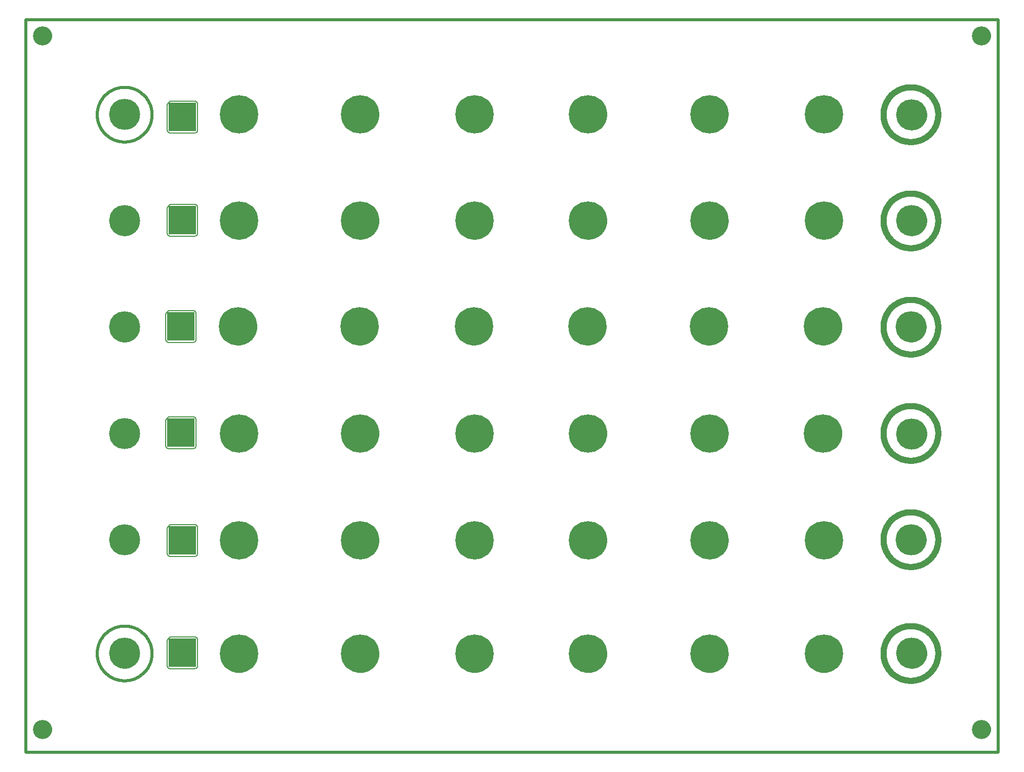
<source format=gts>
G75*
%MOIN*%
%OFA0B0*%
%FSLAX25Y25*%
%IPPOS*%
%LPD*%
%AMOC8*
5,1,8,0,0,1.08239X$1,22.5*
%
%ADD10C,0.00000*%
%ADD11C,0.12611*%
%ADD12C,0.02000*%
%ADD13C,0.20485*%
%ADD14C,0.25209*%
%ADD15C,0.00500*%
%ADD16R,0.18000X0.19000*%
%ADD17C,0.04000*%
D10*
X0007094Y0017000D02*
X0007096Y0017153D01*
X0007102Y0017307D01*
X0007112Y0017460D01*
X0007126Y0017612D01*
X0007144Y0017765D01*
X0007166Y0017916D01*
X0007191Y0018067D01*
X0007221Y0018218D01*
X0007255Y0018368D01*
X0007292Y0018516D01*
X0007333Y0018664D01*
X0007378Y0018810D01*
X0007427Y0018956D01*
X0007480Y0019100D01*
X0007536Y0019242D01*
X0007596Y0019383D01*
X0007660Y0019523D01*
X0007727Y0019661D01*
X0007798Y0019797D01*
X0007873Y0019931D01*
X0007950Y0020063D01*
X0008032Y0020193D01*
X0008116Y0020321D01*
X0008204Y0020447D01*
X0008295Y0020570D01*
X0008389Y0020691D01*
X0008487Y0020809D01*
X0008587Y0020925D01*
X0008691Y0021038D01*
X0008797Y0021149D01*
X0008906Y0021257D01*
X0009018Y0021362D01*
X0009132Y0021463D01*
X0009250Y0021562D01*
X0009369Y0021658D01*
X0009491Y0021751D01*
X0009616Y0021840D01*
X0009743Y0021927D01*
X0009872Y0022009D01*
X0010003Y0022089D01*
X0010136Y0022165D01*
X0010271Y0022238D01*
X0010408Y0022307D01*
X0010547Y0022372D01*
X0010687Y0022434D01*
X0010829Y0022492D01*
X0010972Y0022547D01*
X0011117Y0022598D01*
X0011263Y0022645D01*
X0011410Y0022688D01*
X0011558Y0022727D01*
X0011707Y0022763D01*
X0011857Y0022794D01*
X0012008Y0022822D01*
X0012159Y0022846D01*
X0012312Y0022866D01*
X0012464Y0022882D01*
X0012617Y0022894D01*
X0012770Y0022902D01*
X0012923Y0022906D01*
X0013077Y0022906D01*
X0013230Y0022902D01*
X0013383Y0022894D01*
X0013536Y0022882D01*
X0013688Y0022866D01*
X0013841Y0022846D01*
X0013992Y0022822D01*
X0014143Y0022794D01*
X0014293Y0022763D01*
X0014442Y0022727D01*
X0014590Y0022688D01*
X0014737Y0022645D01*
X0014883Y0022598D01*
X0015028Y0022547D01*
X0015171Y0022492D01*
X0015313Y0022434D01*
X0015453Y0022372D01*
X0015592Y0022307D01*
X0015729Y0022238D01*
X0015864Y0022165D01*
X0015997Y0022089D01*
X0016128Y0022009D01*
X0016257Y0021927D01*
X0016384Y0021840D01*
X0016509Y0021751D01*
X0016631Y0021658D01*
X0016750Y0021562D01*
X0016868Y0021463D01*
X0016982Y0021362D01*
X0017094Y0021257D01*
X0017203Y0021149D01*
X0017309Y0021038D01*
X0017413Y0020925D01*
X0017513Y0020809D01*
X0017611Y0020691D01*
X0017705Y0020570D01*
X0017796Y0020447D01*
X0017884Y0020321D01*
X0017968Y0020193D01*
X0018050Y0020063D01*
X0018127Y0019931D01*
X0018202Y0019797D01*
X0018273Y0019661D01*
X0018340Y0019523D01*
X0018404Y0019383D01*
X0018464Y0019242D01*
X0018520Y0019100D01*
X0018573Y0018956D01*
X0018622Y0018810D01*
X0018667Y0018664D01*
X0018708Y0018516D01*
X0018745Y0018368D01*
X0018779Y0018218D01*
X0018809Y0018067D01*
X0018834Y0017916D01*
X0018856Y0017765D01*
X0018874Y0017612D01*
X0018888Y0017460D01*
X0018898Y0017307D01*
X0018904Y0017153D01*
X0018906Y0017000D01*
X0018904Y0016847D01*
X0018898Y0016693D01*
X0018888Y0016540D01*
X0018874Y0016388D01*
X0018856Y0016235D01*
X0018834Y0016084D01*
X0018809Y0015933D01*
X0018779Y0015782D01*
X0018745Y0015632D01*
X0018708Y0015484D01*
X0018667Y0015336D01*
X0018622Y0015190D01*
X0018573Y0015044D01*
X0018520Y0014900D01*
X0018464Y0014758D01*
X0018404Y0014617D01*
X0018340Y0014477D01*
X0018273Y0014339D01*
X0018202Y0014203D01*
X0018127Y0014069D01*
X0018050Y0013937D01*
X0017968Y0013807D01*
X0017884Y0013679D01*
X0017796Y0013553D01*
X0017705Y0013430D01*
X0017611Y0013309D01*
X0017513Y0013191D01*
X0017413Y0013075D01*
X0017309Y0012962D01*
X0017203Y0012851D01*
X0017094Y0012743D01*
X0016982Y0012638D01*
X0016868Y0012537D01*
X0016750Y0012438D01*
X0016631Y0012342D01*
X0016509Y0012249D01*
X0016384Y0012160D01*
X0016257Y0012073D01*
X0016128Y0011991D01*
X0015997Y0011911D01*
X0015864Y0011835D01*
X0015729Y0011762D01*
X0015592Y0011693D01*
X0015453Y0011628D01*
X0015313Y0011566D01*
X0015171Y0011508D01*
X0015028Y0011453D01*
X0014883Y0011402D01*
X0014737Y0011355D01*
X0014590Y0011312D01*
X0014442Y0011273D01*
X0014293Y0011237D01*
X0014143Y0011206D01*
X0013992Y0011178D01*
X0013841Y0011154D01*
X0013688Y0011134D01*
X0013536Y0011118D01*
X0013383Y0011106D01*
X0013230Y0011098D01*
X0013077Y0011094D01*
X0012923Y0011094D01*
X0012770Y0011098D01*
X0012617Y0011106D01*
X0012464Y0011118D01*
X0012312Y0011134D01*
X0012159Y0011154D01*
X0012008Y0011178D01*
X0011857Y0011206D01*
X0011707Y0011237D01*
X0011558Y0011273D01*
X0011410Y0011312D01*
X0011263Y0011355D01*
X0011117Y0011402D01*
X0010972Y0011453D01*
X0010829Y0011508D01*
X0010687Y0011566D01*
X0010547Y0011628D01*
X0010408Y0011693D01*
X0010271Y0011762D01*
X0010136Y0011835D01*
X0010003Y0011911D01*
X0009872Y0011991D01*
X0009743Y0012073D01*
X0009616Y0012160D01*
X0009491Y0012249D01*
X0009369Y0012342D01*
X0009250Y0012438D01*
X0009132Y0012537D01*
X0009018Y0012638D01*
X0008906Y0012743D01*
X0008797Y0012851D01*
X0008691Y0012962D01*
X0008587Y0013075D01*
X0008487Y0013191D01*
X0008389Y0013309D01*
X0008295Y0013430D01*
X0008204Y0013553D01*
X0008116Y0013679D01*
X0008032Y0013807D01*
X0007950Y0013937D01*
X0007873Y0014069D01*
X0007798Y0014203D01*
X0007727Y0014339D01*
X0007660Y0014477D01*
X0007596Y0014617D01*
X0007536Y0014758D01*
X0007480Y0014900D01*
X0007427Y0015044D01*
X0007378Y0015190D01*
X0007333Y0015336D01*
X0007292Y0015484D01*
X0007255Y0015632D01*
X0007221Y0015782D01*
X0007191Y0015933D01*
X0007166Y0016084D01*
X0007144Y0016235D01*
X0007126Y0016388D01*
X0007112Y0016540D01*
X0007102Y0016693D01*
X0007096Y0016847D01*
X0007094Y0017000D01*
X0057094Y0067134D02*
X0057097Y0067376D01*
X0057106Y0067617D01*
X0057121Y0067858D01*
X0057141Y0068099D01*
X0057168Y0068339D01*
X0057201Y0068578D01*
X0057239Y0068817D01*
X0057283Y0069054D01*
X0057333Y0069291D01*
X0057389Y0069526D01*
X0057451Y0069759D01*
X0057518Y0069991D01*
X0057591Y0070222D01*
X0057669Y0070450D01*
X0057754Y0070676D01*
X0057843Y0070901D01*
X0057938Y0071123D01*
X0058039Y0071342D01*
X0058145Y0071560D01*
X0058256Y0071774D01*
X0058373Y0071986D01*
X0058494Y0072194D01*
X0058621Y0072400D01*
X0058753Y0072602D01*
X0058890Y0072802D01*
X0059031Y0072997D01*
X0059177Y0073190D01*
X0059328Y0073378D01*
X0059484Y0073563D01*
X0059644Y0073744D01*
X0059808Y0073921D01*
X0059977Y0074094D01*
X0060150Y0074263D01*
X0060327Y0074427D01*
X0060508Y0074587D01*
X0060693Y0074743D01*
X0060881Y0074894D01*
X0061074Y0075040D01*
X0061269Y0075181D01*
X0061469Y0075318D01*
X0061671Y0075450D01*
X0061877Y0075577D01*
X0062085Y0075698D01*
X0062297Y0075815D01*
X0062511Y0075926D01*
X0062729Y0076032D01*
X0062948Y0076133D01*
X0063170Y0076228D01*
X0063395Y0076317D01*
X0063621Y0076402D01*
X0063849Y0076480D01*
X0064080Y0076553D01*
X0064312Y0076620D01*
X0064545Y0076682D01*
X0064780Y0076738D01*
X0065017Y0076788D01*
X0065254Y0076832D01*
X0065493Y0076870D01*
X0065732Y0076903D01*
X0065972Y0076930D01*
X0066213Y0076950D01*
X0066454Y0076965D01*
X0066695Y0076974D01*
X0066937Y0076977D01*
X0067179Y0076974D01*
X0067420Y0076965D01*
X0067661Y0076950D01*
X0067902Y0076930D01*
X0068142Y0076903D01*
X0068381Y0076870D01*
X0068620Y0076832D01*
X0068857Y0076788D01*
X0069094Y0076738D01*
X0069329Y0076682D01*
X0069562Y0076620D01*
X0069794Y0076553D01*
X0070025Y0076480D01*
X0070253Y0076402D01*
X0070479Y0076317D01*
X0070704Y0076228D01*
X0070926Y0076133D01*
X0071145Y0076032D01*
X0071363Y0075926D01*
X0071577Y0075815D01*
X0071789Y0075698D01*
X0071997Y0075577D01*
X0072203Y0075450D01*
X0072405Y0075318D01*
X0072605Y0075181D01*
X0072800Y0075040D01*
X0072993Y0074894D01*
X0073181Y0074743D01*
X0073366Y0074587D01*
X0073547Y0074427D01*
X0073724Y0074263D01*
X0073897Y0074094D01*
X0074066Y0073921D01*
X0074230Y0073744D01*
X0074390Y0073563D01*
X0074546Y0073378D01*
X0074697Y0073190D01*
X0074843Y0072997D01*
X0074984Y0072802D01*
X0075121Y0072602D01*
X0075253Y0072400D01*
X0075380Y0072194D01*
X0075501Y0071986D01*
X0075618Y0071774D01*
X0075729Y0071560D01*
X0075835Y0071342D01*
X0075936Y0071123D01*
X0076031Y0070901D01*
X0076120Y0070676D01*
X0076205Y0070450D01*
X0076283Y0070222D01*
X0076356Y0069991D01*
X0076423Y0069759D01*
X0076485Y0069526D01*
X0076541Y0069291D01*
X0076591Y0069054D01*
X0076635Y0068817D01*
X0076673Y0068578D01*
X0076706Y0068339D01*
X0076733Y0068099D01*
X0076753Y0067858D01*
X0076768Y0067617D01*
X0076777Y0067376D01*
X0076780Y0067134D01*
X0076777Y0066892D01*
X0076768Y0066651D01*
X0076753Y0066410D01*
X0076733Y0066169D01*
X0076706Y0065929D01*
X0076673Y0065690D01*
X0076635Y0065451D01*
X0076591Y0065214D01*
X0076541Y0064977D01*
X0076485Y0064742D01*
X0076423Y0064509D01*
X0076356Y0064277D01*
X0076283Y0064046D01*
X0076205Y0063818D01*
X0076120Y0063592D01*
X0076031Y0063367D01*
X0075936Y0063145D01*
X0075835Y0062926D01*
X0075729Y0062708D01*
X0075618Y0062494D01*
X0075501Y0062282D01*
X0075380Y0062074D01*
X0075253Y0061868D01*
X0075121Y0061666D01*
X0074984Y0061466D01*
X0074843Y0061271D01*
X0074697Y0061078D01*
X0074546Y0060890D01*
X0074390Y0060705D01*
X0074230Y0060524D01*
X0074066Y0060347D01*
X0073897Y0060174D01*
X0073724Y0060005D01*
X0073547Y0059841D01*
X0073366Y0059681D01*
X0073181Y0059525D01*
X0072993Y0059374D01*
X0072800Y0059228D01*
X0072605Y0059087D01*
X0072405Y0058950D01*
X0072203Y0058818D01*
X0071997Y0058691D01*
X0071789Y0058570D01*
X0071577Y0058453D01*
X0071363Y0058342D01*
X0071145Y0058236D01*
X0070926Y0058135D01*
X0070704Y0058040D01*
X0070479Y0057951D01*
X0070253Y0057866D01*
X0070025Y0057788D01*
X0069794Y0057715D01*
X0069562Y0057648D01*
X0069329Y0057586D01*
X0069094Y0057530D01*
X0068857Y0057480D01*
X0068620Y0057436D01*
X0068381Y0057398D01*
X0068142Y0057365D01*
X0067902Y0057338D01*
X0067661Y0057318D01*
X0067420Y0057303D01*
X0067179Y0057294D01*
X0066937Y0057291D01*
X0066695Y0057294D01*
X0066454Y0057303D01*
X0066213Y0057318D01*
X0065972Y0057338D01*
X0065732Y0057365D01*
X0065493Y0057398D01*
X0065254Y0057436D01*
X0065017Y0057480D01*
X0064780Y0057530D01*
X0064545Y0057586D01*
X0064312Y0057648D01*
X0064080Y0057715D01*
X0063849Y0057788D01*
X0063621Y0057866D01*
X0063395Y0057951D01*
X0063170Y0058040D01*
X0062948Y0058135D01*
X0062729Y0058236D01*
X0062511Y0058342D01*
X0062297Y0058453D01*
X0062085Y0058570D01*
X0061877Y0058691D01*
X0061671Y0058818D01*
X0061469Y0058950D01*
X0061269Y0059087D01*
X0061074Y0059228D01*
X0060881Y0059374D01*
X0060693Y0059525D01*
X0060508Y0059681D01*
X0060327Y0059841D01*
X0060150Y0060005D01*
X0059977Y0060174D01*
X0059808Y0060347D01*
X0059644Y0060524D01*
X0059484Y0060705D01*
X0059328Y0060890D01*
X0059177Y0061078D01*
X0059031Y0061271D01*
X0058890Y0061466D01*
X0058753Y0061666D01*
X0058621Y0061868D01*
X0058494Y0062074D01*
X0058373Y0062282D01*
X0058256Y0062494D01*
X0058145Y0062708D01*
X0058039Y0062926D01*
X0057938Y0063145D01*
X0057843Y0063367D01*
X0057754Y0063592D01*
X0057669Y0063818D01*
X0057591Y0064046D01*
X0057518Y0064277D01*
X0057451Y0064509D01*
X0057389Y0064742D01*
X0057333Y0064977D01*
X0057283Y0065214D01*
X0057239Y0065451D01*
X0057201Y0065690D01*
X0057168Y0065929D01*
X0057141Y0066169D01*
X0057121Y0066410D01*
X0057106Y0066651D01*
X0057097Y0066892D01*
X0057094Y0067134D01*
X0129929Y0066740D02*
X0129933Y0067040D01*
X0129944Y0067339D01*
X0129962Y0067638D01*
X0129988Y0067936D01*
X0130021Y0068234D01*
X0130061Y0068531D01*
X0130109Y0068827D01*
X0130164Y0069121D01*
X0130226Y0069414D01*
X0130295Y0069706D01*
X0130371Y0069995D01*
X0130455Y0070283D01*
X0130545Y0070568D01*
X0130642Y0070852D01*
X0130747Y0071133D01*
X0130858Y0071411D01*
X0130976Y0071686D01*
X0131101Y0071958D01*
X0131232Y0072228D01*
X0131370Y0072493D01*
X0131515Y0072756D01*
X0131665Y0073015D01*
X0131823Y0073270D01*
X0131986Y0073521D01*
X0132155Y0073768D01*
X0132331Y0074011D01*
X0132512Y0074249D01*
X0132699Y0074483D01*
X0132892Y0074712D01*
X0133091Y0074936D01*
X0133295Y0075156D01*
X0133504Y0075370D01*
X0133718Y0075579D01*
X0133938Y0075783D01*
X0134162Y0075982D01*
X0134391Y0076175D01*
X0134625Y0076362D01*
X0134863Y0076543D01*
X0135106Y0076719D01*
X0135353Y0076888D01*
X0135604Y0077051D01*
X0135859Y0077209D01*
X0136118Y0077359D01*
X0136381Y0077504D01*
X0136646Y0077642D01*
X0136916Y0077773D01*
X0137188Y0077898D01*
X0137463Y0078016D01*
X0137741Y0078127D01*
X0138022Y0078232D01*
X0138306Y0078329D01*
X0138591Y0078419D01*
X0138879Y0078503D01*
X0139168Y0078579D01*
X0139460Y0078648D01*
X0139753Y0078710D01*
X0140047Y0078765D01*
X0140343Y0078813D01*
X0140640Y0078853D01*
X0140938Y0078886D01*
X0141236Y0078912D01*
X0141535Y0078930D01*
X0141834Y0078941D01*
X0142134Y0078945D01*
X0142434Y0078941D01*
X0142733Y0078930D01*
X0143032Y0078912D01*
X0143330Y0078886D01*
X0143628Y0078853D01*
X0143925Y0078813D01*
X0144221Y0078765D01*
X0144515Y0078710D01*
X0144808Y0078648D01*
X0145100Y0078579D01*
X0145389Y0078503D01*
X0145677Y0078419D01*
X0145962Y0078329D01*
X0146246Y0078232D01*
X0146527Y0078127D01*
X0146805Y0078016D01*
X0147080Y0077898D01*
X0147352Y0077773D01*
X0147622Y0077642D01*
X0147887Y0077504D01*
X0148150Y0077359D01*
X0148409Y0077209D01*
X0148664Y0077051D01*
X0148915Y0076888D01*
X0149162Y0076719D01*
X0149405Y0076543D01*
X0149643Y0076362D01*
X0149877Y0076175D01*
X0150106Y0075982D01*
X0150330Y0075783D01*
X0150550Y0075579D01*
X0150764Y0075370D01*
X0150973Y0075156D01*
X0151177Y0074936D01*
X0151376Y0074712D01*
X0151569Y0074483D01*
X0151756Y0074249D01*
X0151937Y0074011D01*
X0152113Y0073768D01*
X0152282Y0073521D01*
X0152445Y0073270D01*
X0152603Y0073015D01*
X0152753Y0072756D01*
X0152898Y0072493D01*
X0153036Y0072228D01*
X0153167Y0071958D01*
X0153292Y0071686D01*
X0153410Y0071411D01*
X0153521Y0071133D01*
X0153626Y0070852D01*
X0153723Y0070568D01*
X0153813Y0070283D01*
X0153897Y0069995D01*
X0153973Y0069706D01*
X0154042Y0069414D01*
X0154104Y0069121D01*
X0154159Y0068827D01*
X0154207Y0068531D01*
X0154247Y0068234D01*
X0154280Y0067936D01*
X0154306Y0067638D01*
X0154324Y0067339D01*
X0154335Y0067040D01*
X0154339Y0066740D01*
X0154335Y0066440D01*
X0154324Y0066141D01*
X0154306Y0065842D01*
X0154280Y0065544D01*
X0154247Y0065246D01*
X0154207Y0064949D01*
X0154159Y0064653D01*
X0154104Y0064359D01*
X0154042Y0064066D01*
X0153973Y0063774D01*
X0153897Y0063485D01*
X0153813Y0063197D01*
X0153723Y0062912D01*
X0153626Y0062628D01*
X0153521Y0062347D01*
X0153410Y0062069D01*
X0153292Y0061794D01*
X0153167Y0061522D01*
X0153036Y0061252D01*
X0152898Y0060987D01*
X0152753Y0060724D01*
X0152603Y0060465D01*
X0152445Y0060210D01*
X0152282Y0059959D01*
X0152113Y0059712D01*
X0151937Y0059469D01*
X0151756Y0059231D01*
X0151569Y0058997D01*
X0151376Y0058768D01*
X0151177Y0058544D01*
X0150973Y0058324D01*
X0150764Y0058110D01*
X0150550Y0057901D01*
X0150330Y0057697D01*
X0150106Y0057498D01*
X0149877Y0057305D01*
X0149643Y0057118D01*
X0149405Y0056937D01*
X0149162Y0056761D01*
X0148915Y0056592D01*
X0148664Y0056429D01*
X0148409Y0056271D01*
X0148150Y0056121D01*
X0147887Y0055976D01*
X0147622Y0055838D01*
X0147352Y0055707D01*
X0147080Y0055582D01*
X0146805Y0055464D01*
X0146527Y0055353D01*
X0146246Y0055248D01*
X0145962Y0055151D01*
X0145677Y0055061D01*
X0145389Y0054977D01*
X0145100Y0054901D01*
X0144808Y0054832D01*
X0144515Y0054770D01*
X0144221Y0054715D01*
X0143925Y0054667D01*
X0143628Y0054627D01*
X0143330Y0054594D01*
X0143032Y0054568D01*
X0142733Y0054550D01*
X0142434Y0054539D01*
X0142134Y0054535D01*
X0141834Y0054539D01*
X0141535Y0054550D01*
X0141236Y0054568D01*
X0140938Y0054594D01*
X0140640Y0054627D01*
X0140343Y0054667D01*
X0140047Y0054715D01*
X0139753Y0054770D01*
X0139460Y0054832D01*
X0139168Y0054901D01*
X0138879Y0054977D01*
X0138591Y0055061D01*
X0138306Y0055151D01*
X0138022Y0055248D01*
X0137741Y0055353D01*
X0137463Y0055464D01*
X0137188Y0055582D01*
X0136916Y0055707D01*
X0136646Y0055838D01*
X0136381Y0055976D01*
X0136118Y0056121D01*
X0135859Y0056271D01*
X0135604Y0056429D01*
X0135353Y0056592D01*
X0135106Y0056761D01*
X0134863Y0056937D01*
X0134625Y0057118D01*
X0134391Y0057305D01*
X0134162Y0057498D01*
X0133938Y0057697D01*
X0133718Y0057901D01*
X0133504Y0058110D01*
X0133295Y0058324D01*
X0133091Y0058544D01*
X0132892Y0058768D01*
X0132699Y0058997D01*
X0132512Y0059231D01*
X0132331Y0059469D01*
X0132155Y0059712D01*
X0131986Y0059959D01*
X0131823Y0060210D01*
X0131665Y0060465D01*
X0131515Y0060724D01*
X0131370Y0060987D01*
X0131232Y0061252D01*
X0131101Y0061522D01*
X0130976Y0061794D01*
X0130858Y0062069D01*
X0130747Y0062347D01*
X0130642Y0062628D01*
X0130545Y0062912D01*
X0130455Y0063197D01*
X0130371Y0063485D01*
X0130295Y0063774D01*
X0130226Y0064066D01*
X0130164Y0064359D01*
X0130109Y0064653D01*
X0130061Y0064949D01*
X0130021Y0065246D01*
X0129988Y0065544D01*
X0129962Y0065842D01*
X0129944Y0066141D01*
X0129933Y0066440D01*
X0129929Y0066740D01*
X0209850Y0066740D02*
X0209854Y0067040D01*
X0209865Y0067339D01*
X0209883Y0067638D01*
X0209909Y0067936D01*
X0209942Y0068234D01*
X0209982Y0068531D01*
X0210030Y0068827D01*
X0210085Y0069121D01*
X0210147Y0069414D01*
X0210216Y0069706D01*
X0210292Y0069995D01*
X0210376Y0070283D01*
X0210466Y0070568D01*
X0210563Y0070852D01*
X0210668Y0071133D01*
X0210779Y0071411D01*
X0210897Y0071686D01*
X0211022Y0071958D01*
X0211153Y0072228D01*
X0211291Y0072493D01*
X0211436Y0072756D01*
X0211586Y0073015D01*
X0211744Y0073270D01*
X0211907Y0073521D01*
X0212076Y0073768D01*
X0212252Y0074011D01*
X0212433Y0074249D01*
X0212620Y0074483D01*
X0212813Y0074712D01*
X0213012Y0074936D01*
X0213216Y0075156D01*
X0213425Y0075370D01*
X0213639Y0075579D01*
X0213859Y0075783D01*
X0214083Y0075982D01*
X0214312Y0076175D01*
X0214546Y0076362D01*
X0214784Y0076543D01*
X0215027Y0076719D01*
X0215274Y0076888D01*
X0215525Y0077051D01*
X0215780Y0077209D01*
X0216039Y0077359D01*
X0216302Y0077504D01*
X0216567Y0077642D01*
X0216837Y0077773D01*
X0217109Y0077898D01*
X0217384Y0078016D01*
X0217662Y0078127D01*
X0217943Y0078232D01*
X0218227Y0078329D01*
X0218512Y0078419D01*
X0218800Y0078503D01*
X0219089Y0078579D01*
X0219381Y0078648D01*
X0219674Y0078710D01*
X0219968Y0078765D01*
X0220264Y0078813D01*
X0220561Y0078853D01*
X0220859Y0078886D01*
X0221157Y0078912D01*
X0221456Y0078930D01*
X0221755Y0078941D01*
X0222055Y0078945D01*
X0222355Y0078941D01*
X0222654Y0078930D01*
X0222953Y0078912D01*
X0223251Y0078886D01*
X0223549Y0078853D01*
X0223846Y0078813D01*
X0224142Y0078765D01*
X0224436Y0078710D01*
X0224729Y0078648D01*
X0225021Y0078579D01*
X0225310Y0078503D01*
X0225598Y0078419D01*
X0225883Y0078329D01*
X0226167Y0078232D01*
X0226448Y0078127D01*
X0226726Y0078016D01*
X0227001Y0077898D01*
X0227273Y0077773D01*
X0227543Y0077642D01*
X0227808Y0077504D01*
X0228071Y0077359D01*
X0228330Y0077209D01*
X0228585Y0077051D01*
X0228836Y0076888D01*
X0229083Y0076719D01*
X0229326Y0076543D01*
X0229564Y0076362D01*
X0229798Y0076175D01*
X0230027Y0075982D01*
X0230251Y0075783D01*
X0230471Y0075579D01*
X0230685Y0075370D01*
X0230894Y0075156D01*
X0231098Y0074936D01*
X0231297Y0074712D01*
X0231490Y0074483D01*
X0231677Y0074249D01*
X0231858Y0074011D01*
X0232034Y0073768D01*
X0232203Y0073521D01*
X0232366Y0073270D01*
X0232524Y0073015D01*
X0232674Y0072756D01*
X0232819Y0072493D01*
X0232957Y0072228D01*
X0233088Y0071958D01*
X0233213Y0071686D01*
X0233331Y0071411D01*
X0233442Y0071133D01*
X0233547Y0070852D01*
X0233644Y0070568D01*
X0233734Y0070283D01*
X0233818Y0069995D01*
X0233894Y0069706D01*
X0233963Y0069414D01*
X0234025Y0069121D01*
X0234080Y0068827D01*
X0234128Y0068531D01*
X0234168Y0068234D01*
X0234201Y0067936D01*
X0234227Y0067638D01*
X0234245Y0067339D01*
X0234256Y0067040D01*
X0234260Y0066740D01*
X0234256Y0066440D01*
X0234245Y0066141D01*
X0234227Y0065842D01*
X0234201Y0065544D01*
X0234168Y0065246D01*
X0234128Y0064949D01*
X0234080Y0064653D01*
X0234025Y0064359D01*
X0233963Y0064066D01*
X0233894Y0063774D01*
X0233818Y0063485D01*
X0233734Y0063197D01*
X0233644Y0062912D01*
X0233547Y0062628D01*
X0233442Y0062347D01*
X0233331Y0062069D01*
X0233213Y0061794D01*
X0233088Y0061522D01*
X0232957Y0061252D01*
X0232819Y0060987D01*
X0232674Y0060724D01*
X0232524Y0060465D01*
X0232366Y0060210D01*
X0232203Y0059959D01*
X0232034Y0059712D01*
X0231858Y0059469D01*
X0231677Y0059231D01*
X0231490Y0058997D01*
X0231297Y0058768D01*
X0231098Y0058544D01*
X0230894Y0058324D01*
X0230685Y0058110D01*
X0230471Y0057901D01*
X0230251Y0057697D01*
X0230027Y0057498D01*
X0229798Y0057305D01*
X0229564Y0057118D01*
X0229326Y0056937D01*
X0229083Y0056761D01*
X0228836Y0056592D01*
X0228585Y0056429D01*
X0228330Y0056271D01*
X0228071Y0056121D01*
X0227808Y0055976D01*
X0227543Y0055838D01*
X0227273Y0055707D01*
X0227001Y0055582D01*
X0226726Y0055464D01*
X0226448Y0055353D01*
X0226167Y0055248D01*
X0225883Y0055151D01*
X0225598Y0055061D01*
X0225310Y0054977D01*
X0225021Y0054901D01*
X0224729Y0054832D01*
X0224436Y0054770D01*
X0224142Y0054715D01*
X0223846Y0054667D01*
X0223549Y0054627D01*
X0223251Y0054594D01*
X0222953Y0054568D01*
X0222654Y0054550D01*
X0222355Y0054539D01*
X0222055Y0054535D01*
X0221755Y0054539D01*
X0221456Y0054550D01*
X0221157Y0054568D01*
X0220859Y0054594D01*
X0220561Y0054627D01*
X0220264Y0054667D01*
X0219968Y0054715D01*
X0219674Y0054770D01*
X0219381Y0054832D01*
X0219089Y0054901D01*
X0218800Y0054977D01*
X0218512Y0055061D01*
X0218227Y0055151D01*
X0217943Y0055248D01*
X0217662Y0055353D01*
X0217384Y0055464D01*
X0217109Y0055582D01*
X0216837Y0055707D01*
X0216567Y0055838D01*
X0216302Y0055976D01*
X0216039Y0056121D01*
X0215780Y0056271D01*
X0215525Y0056429D01*
X0215274Y0056592D01*
X0215027Y0056761D01*
X0214784Y0056937D01*
X0214546Y0057118D01*
X0214312Y0057305D01*
X0214083Y0057498D01*
X0213859Y0057697D01*
X0213639Y0057901D01*
X0213425Y0058110D01*
X0213216Y0058324D01*
X0213012Y0058544D01*
X0212813Y0058768D01*
X0212620Y0058997D01*
X0212433Y0059231D01*
X0212252Y0059469D01*
X0212076Y0059712D01*
X0211907Y0059959D01*
X0211744Y0060210D01*
X0211586Y0060465D01*
X0211436Y0060724D01*
X0211291Y0060987D01*
X0211153Y0061252D01*
X0211022Y0061522D01*
X0210897Y0061794D01*
X0210779Y0062069D01*
X0210668Y0062347D01*
X0210563Y0062628D01*
X0210466Y0062912D01*
X0210376Y0063197D01*
X0210292Y0063485D01*
X0210216Y0063774D01*
X0210147Y0064066D01*
X0210085Y0064359D01*
X0210030Y0064653D01*
X0209982Y0064949D01*
X0209942Y0065246D01*
X0209909Y0065544D01*
X0209883Y0065842D01*
X0209865Y0066141D01*
X0209854Y0066440D01*
X0209850Y0066740D01*
X0285047Y0066740D02*
X0285051Y0067040D01*
X0285062Y0067339D01*
X0285080Y0067638D01*
X0285106Y0067936D01*
X0285139Y0068234D01*
X0285179Y0068531D01*
X0285227Y0068827D01*
X0285282Y0069121D01*
X0285344Y0069414D01*
X0285413Y0069706D01*
X0285489Y0069995D01*
X0285573Y0070283D01*
X0285663Y0070568D01*
X0285760Y0070852D01*
X0285865Y0071133D01*
X0285976Y0071411D01*
X0286094Y0071686D01*
X0286219Y0071958D01*
X0286350Y0072228D01*
X0286488Y0072493D01*
X0286633Y0072756D01*
X0286783Y0073015D01*
X0286941Y0073270D01*
X0287104Y0073521D01*
X0287273Y0073768D01*
X0287449Y0074011D01*
X0287630Y0074249D01*
X0287817Y0074483D01*
X0288010Y0074712D01*
X0288209Y0074936D01*
X0288413Y0075156D01*
X0288622Y0075370D01*
X0288836Y0075579D01*
X0289056Y0075783D01*
X0289280Y0075982D01*
X0289509Y0076175D01*
X0289743Y0076362D01*
X0289981Y0076543D01*
X0290224Y0076719D01*
X0290471Y0076888D01*
X0290722Y0077051D01*
X0290977Y0077209D01*
X0291236Y0077359D01*
X0291499Y0077504D01*
X0291764Y0077642D01*
X0292034Y0077773D01*
X0292306Y0077898D01*
X0292581Y0078016D01*
X0292859Y0078127D01*
X0293140Y0078232D01*
X0293424Y0078329D01*
X0293709Y0078419D01*
X0293997Y0078503D01*
X0294286Y0078579D01*
X0294578Y0078648D01*
X0294871Y0078710D01*
X0295165Y0078765D01*
X0295461Y0078813D01*
X0295758Y0078853D01*
X0296056Y0078886D01*
X0296354Y0078912D01*
X0296653Y0078930D01*
X0296952Y0078941D01*
X0297252Y0078945D01*
X0297552Y0078941D01*
X0297851Y0078930D01*
X0298150Y0078912D01*
X0298448Y0078886D01*
X0298746Y0078853D01*
X0299043Y0078813D01*
X0299339Y0078765D01*
X0299633Y0078710D01*
X0299926Y0078648D01*
X0300218Y0078579D01*
X0300507Y0078503D01*
X0300795Y0078419D01*
X0301080Y0078329D01*
X0301364Y0078232D01*
X0301645Y0078127D01*
X0301923Y0078016D01*
X0302198Y0077898D01*
X0302470Y0077773D01*
X0302740Y0077642D01*
X0303005Y0077504D01*
X0303268Y0077359D01*
X0303527Y0077209D01*
X0303782Y0077051D01*
X0304033Y0076888D01*
X0304280Y0076719D01*
X0304523Y0076543D01*
X0304761Y0076362D01*
X0304995Y0076175D01*
X0305224Y0075982D01*
X0305448Y0075783D01*
X0305668Y0075579D01*
X0305882Y0075370D01*
X0306091Y0075156D01*
X0306295Y0074936D01*
X0306494Y0074712D01*
X0306687Y0074483D01*
X0306874Y0074249D01*
X0307055Y0074011D01*
X0307231Y0073768D01*
X0307400Y0073521D01*
X0307563Y0073270D01*
X0307721Y0073015D01*
X0307871Y0072756D01*
X0308016Y0072493D01*
X0308154Y0072228D01*
X0308285Y0071958D01*
X0308410Y0071686D01*
X0308528Y0071411D01*
X0308639Y0071133D01*
X0308744Y0070852D01*
X0308841Y0070568D01*
X0308931Y0070283D01*
X0309015Y0069995D01*
X0309091Y0069706D01*
X0309160Y0069414D01*
X0309222Y0069121D01*
X0309277Y0068827D01*
X0309325Y0068531D01*
X0309365Y0068234D01*
X0309398Y0067936D01*
X0309424Y0067638D01*
X0309442Y0067339D01*
X0309453Y0067040D01*
X0309457Y0066740D01*
X0309453Y0066440D01*
X0309442Y0066141D01*
X0309424Y0065842D01*
X0309398Y0065544D01*
X0309365Y0065246D01*
X0309325Y0064949D01*
X0309277Y0064653D01*
X0309222Y0064359D01*
X0309160Y0064066D01*
X0309091Y0063774D01*
X0309015Y0063485D01*
X0308931Y0063197D01*
X0308841Y0062912D01*
X0308744Y0062628D01*
X0308639Y0062347D01*
X0308528Y0062069D01*
X0308410Y0061794D01*
X0308285Y0061522D01*
X0308154Y0061252D01*
X0308016Y0060987D01*
X0307871Y0060724D01*
X0307721Y0060465D01*
X0307563Y0060210D01*
X0307400Y0059959D01*
X0307231Y0059712D01*
X0307055Y0059469D01*
X0306874Y0059231D01*
X0306687Y0058997D01*
X0306494Y0058768D01*
X0306295Y0058544D01*
X0306091Y0058324D01*
X0305882Y0058110D01*
X0305668Y0057901D01*
X0305448Y0057697D01*
X0305224Y0057498D01*
X0304995Y0057305D01*
X0304761Y0057118D01*
X0304523Y0056937D01*
X0304280Y0056761D01*
X0304033Y0056592D01*
X0303782Y0056429D01*
X0303527Y0056271D01*
X0303268Y0056121D01*
X0303005Y0055976D01*
X0302740Y0055838D01*
X0302470Y0055707D01*
X0302198Y0055582D01*
X0301923Y0055464D01*
X0301645Y0055353D01*
X0301364Y0055248D01*
X0301080Y0055151D01*
X0300795Y0055061D01*
X0300507Y0054977D01*
X0300218Y0054901D01*
X0299926Y0054832D01*
X0299633Y0054770D01*
X0299339Y0054715D01*
X0299043Y0054667D01*
X0298746Y0054627D01*
X0298448Y0054594D01*
X0298150Y0054568D01*
X0297851Y0054550D01*
X0297552Y0054539D01*
X0297252Y0054535D01*
X0296952Y0054539D01*
X0296653Y0054550D01*
X0296354Y0054568D01*
X0296056Y0054594D01*
X0295758Y0054627D01*
X0295461Y0054667D01*
X0295165Y0054715D01*
X0294871Y0054770D01*
X0294578Y0054832D01*
X0294286Y0054901D01*
X0293997Y0054977D01*
X0293709Y0055061D01*
X0293424Y0055151D01*
X0293140Y0055248D01*
X0292859Y0055353D01*
X0292581Y0055464D01*
X0292306Y0055582D01*
X0292034Y0055707D01*
X0291764Y0055838D01*
X0291499Y0055976D01*
X0291236Y0056121D01*
X0290977Y0056271D01*
X0290722Y0056429D01*
X0290471Y0056592D01*
X0290224Y0056761D01*
X0289981Y0056937D01*
X0289743Y0057118D01*
X0289509Y0057305D01*
X0289280Y0057498D01*
X0289056Y0057697D01*
X0288836Y0057901D01*
X0288622Y0058110D01*
X0288413Y0058324D01*
X0288209Y0058544D01*
X0288010Y0058768D01*
X0287817Y0058997D01*
X0287630Y0059231D01*
X0287449Y0059469D01*
X0287273Y0059712D01*
X0287104Y0059959D01*
X0286941Y0060210D01*
X0286783Y0060465D01*
X0286633Y0060724D01*
X0286488Y0060987D01*
X0286350Y0061252D01*
X0286219Y0061522D01*
X0286094Y0061794D01*
X0285976Y0062069D01*
X0285865Y0062347D01*
X0285760Y0062628D01*
X0285663Y0062912D01*
X0285573Y0063197D01*
X0285489Y0063485D01*
X0285413Y0063774D01*
X0285344Y0064066D01*
X0285282Y0064359D01*
X0285227Y0064653D01*
X0285179Y0064949D01*
X0285139Y0065246D01*
X0285106Y0065544D01*
X0285080Y0065842D01*
X0285062Y0066141D01*
X0285051Y0066440D01*
X0285047Y0066740D01*
X0359850Y0066740D02*
X0359854Y0067040D01*
X0359865Y0067339D01*
X0359883Y0067638D01*
X0359909Y0067936D01*
X0359942Y0068234D01*
X0359982Y0068531D01*
X0360030Y0068827D01*
X0360085Y0069121D01*
X0360147Y0069414D01*
X0360216Y0069706D01*
X0360292Y0069995D01*
X0360376Y0070283D01*
X0360466Y0070568D01*
X0360563Y0070852D01*
X0360668Y0071133D01*
X0360779Y0071411D01*
X0360897Y0071686D01*
X0361022Y0071958D01*
X0361153Y0072228D01*
X0361291Y0072493D01*
X0361436Y0072756D01*
X0361586Y0073015D01*
X0361744Y0073270D01*
X0361907Y0073521D01*
X0362076Y0073768D01*
X0362252Y0074011D01*
X0362433Y0074249D01*
X0362620Y0074483D01*
X0362813Y0074712D01*
X0363012Y0074936D01*
X0363216Y0075156D01*
X0363425Y0075370D01*
X0363639Y0075579D01*
X0363859Y0075783D01*
X0364083Y0075982D01*
X0364312Y0076175D01*
X0364546Y0076362D01*
X0364784Y0076543D01*
X0365027Y0076719D01*
X0365274Y0076888D01*
X0365525Y0077051D01*
X0365780Y0077209D01*
X0366039Y0077359D01*
X0366302Y0077504D01*
X0366567Y0077642D01*
X0366837Y0077773D01*
X0367109Y0077898D01*
X0367384Y0078016D01*
X0367662Y0078127D01*
X0367943Y0078232D01*
X0368227Y0078329D01*
X0368512Y0078419D01*
X0368800Y0078503D01*
X0369089Y0078579D01*
X0369381Y0078648D01*
X0369674Y0078710D01*
X0369968Y0078765D01*
X0370264Y0078813D01*
X0370561Y0078853D01*
X0370859Y0078886D01*
X0371157Y0078912D01*
X0371456Y0078930D01*
X0371755Y0078941D01*
X0372055Y0078945D01*
X0372355Y0078941D01*
X0372654Y0078930D01*
X0372953Y0078912D01*
X0373251Y0078886D01*
X0373549Y0078853D01*
X0373846Y0078813D01*
X0374142Y0078765D01*
X0374436Y0078710D01*
X0374729Y0078648D01*
X0375021Y0078579D01*
X0375310Y0078503D01*
X0375598Y0078419D01*
X0375883Y0078329D01*
X0376167Y0078232D01*
X0376448Y0078127D01*
X0376726Y0078016D01*
X0377001Y0077898D01*
X0377273Y0077773D01*
X0377543Y0077642D01*
X0377808Y0077504D01*
X0378071Y0077359D01*
X0378330Y0077209D01*
X0378585Y0077051D01*
X0378836Y0076888D01*
X0379083Y0076719D01*
X0379326Y0076543D01*
X0379564Y0076362D01*
X0379798Y0076175D01*
X0380027Y0075982D01*
X0380251Y0075783D01*
X0380471Y0075579D01*
X0380685Y0075370D01*
X0380894Y0075156D01*
X0381098Y0074936D01*
X0381297Y0074712D01*
X0381490Y0074483D01*
X0381677Y0074249D01*
X0381858Y0074011D01*
X0382034Y0073768D01*
X0382203Y0073521D01*
X0382366Y0073270D01*
X0382524Y0073015D01*
X0382674Y0072756D01*
X0382819Y0072493D01*
X0382957Y0072228D01*
X0383088Y0071958D01*
X0383213Y0071686D01*
X0383331Y0071411D01*
X0383442Y0071133D01*
X0383547Y0070852D01*
X0383644Y0070568D01*
X0383734Y0070283D01*
X0383818Y0069995D01*
X0383894Y0069706D01*
X0383963Y0069414D01*
X0384025Y0069121D01*
X0384080Y0068827D01*
X0384128Y0068531D01*
X0384168Y0068234D01*
X0384201Y0067936D01*
X0384227Y0067638D01*
X0384245Y0067339D01*
X0384256Y0067040D01*
X0384260Y0066740D01*
X0384256Y0066440D01*
X0384245Y0066141D01*
X0384227Y0065842D01*
X0384201Y0065544D01*
X0384168Y0065246D01*
X0384128Y0064949D01*
X0384080Y0064653D01*
X0384025Y0064359D01*
X0383963Y0064066D01*
X0383894Y0063774D01*
X0383818Y0063485D01*
X0383734Y0063197D01*
X0383644Y0062912D01*
X0383547Y0062628D01*
X0383442Y0062347D01*
X0383331Y0062069D01*
X0383213Y0061794D01*
X0383088Y0061522D01*
X0382957Y0061252D01*
X0382819Y0060987D01*
X0382674Y0060724D01*
X0382524Y0060465D01*
X0382366Y0060210D01*
X0382203Y0059959D01*
X0382034Y0059712D01*
X0381858Y0059469D01*
X0381677Y0059231D01*
X0381490Y0058997D01*
X0381297Y0058768D01*
X0381098Y0058544D01*
X0380894Y0058324D01*
X0380685Y0058110D01*
X0380471Y0057901D01*
X0380251Y0057697D01*
X0380027Y0057498D01*
X0379798Y0057305D01*
X0379564Y0057118D01*
X0379326Y0056937D01*
X0379083Y0056761D01*
X0378836Y0056592D01*
X0378585Y0056429D01*
X0378330Y0056271D01*
X0378071Y0056121D01*
X0377808Y0055976D01*
X0377543Y0055838D01*
X0377273Y0055707D01*
X0377001Y0055582D01*
X0376726Y0055464D01*
X0376448Y0055353D01*
X0376167Y0055248D01*
X0375883Y0055151D01*
X0375598Y0055061D01*
X0375310Y0054977D01*
X0375021Y0054901D01*
X0374729Y0054832D01*
X0374436Y0054770D01*
X0374142Y0054715D01*
X0373846Y0054667D01*
X0373549Y0054627D01*
X0373251Y0054594D01*
X0372953Y0054568D01*
X0372654Y0054550D01*
X0372355Y0054539D01*
X0372055Y0054535D01*
X0371755Y0054539D01*
X0371456Y0054550D01*
X0371157Y0054568D01*
X0370859Y0054594D01*
X0370561Y0054627D01*
X0370264Y0054667D01*
X0369968Y0054715D01*
X0369674Y0054770D01*
X0369381Y0054832D01*
X0369089Y0054901D01*
X0368800Y0054977D01*
X0368512Y0055061D01*
X0368227Y0055151D01*
X0367943Y0055248D01*
X0367662Y0055353D01*
X0367384Y0055464D01*
X0367109Y0055582D01*
X0366837Y0055707D01*
X0366567Y0055838D01*
X0366302Y0055976D01*
X0366039Y0056121D01*
X0365780Y0056271D01*
X0365525Y0056429D01*
X0365274Y0056592D01*
X0365027Y0056761D01*
X0364784Y0056937D01*
X0364546Y0057118D01*
X0364312Y0057305D01*
X0364083Y0057498D01*
X0363859Y0057697D01*
X0363639Y0057901D01*
X0363425Y0058110D01*
X0363216Y0058324D01*
X0363012Y0058544D01*
X0362813Y0058768D01*
X0362620Y0058997D01*
X0362433Y0059231D01*
X0362252Y0059469D01*
X0362076Y0059712D01*
X0361907Y0059959D01*
X0361744Y0060210D01*
X0361586Y0060465D01*
X0361436Y0060724D01*
X0361291Y0060987D01*
X0361153Y0061252D01*
X0361022Y0061522D01*
X0360897Y0061794D01*
X0360779Y0062069D01*
X0360668Y0062347D01*
X0360563Y0062628D01*
X0360466Y0062912D01*
X0360376Y0063197D01*
X0360292Y0063485D01*
X0360216Y0063774D01*
X0360147Y0064066D01*
X0360085Y0064359D01*
X0360030Y0064653D01*
X0359982Y0064949D01*
X0359942Y0065246D01*
X0359909Y0065544D01*
X0359883Y0065842D01*
X0359865Y0066141D01*
X0359854Y0066440D01*
X0359850Y0066740D01*
X0439771Y0066740D02*
X0439775Y0067040D01*
X0439786Y0067339D01*
X0439804Y0067638D01*
X0439830Y0067936D01*
X0439863Y0068234D01*
X0439903Y0068531D01*
X0439951Y0068827D01*
X0440006Y0069121D01*
X0440068Y0069414D01*
X0440137Y0069706D01*
X0440213Y0069995D01*
X0440297Y0070283D01*
X0440387Y0070568D01*
X0440484Y0070852D01*
X0440589Y0071133D01*
X0440700Y0071411D01*
X0440818Y0071686D01*
X0440943Y0071958D01*
X0441074Y0072228D01*
X0441212Y0072493D01*
X0441357Y0072756D01*
X0441507Y0073015D01*
X0441665Y0073270D01*
X0441828Y0073521D01*
X0441997Y0073768D01*
X0442173Y0074011D01*
X0442354Y0074249D01*
X0442541Y0074483D01*
X0442734Y0074712D01*
X0442933Y0074936D01*
X0443137Y0075156D01*
X0443346Y0075370D01*
X0443560Y0075579D01*
X0443780Y0075783D01*
X0444004Y0075982D01*
X0444233Y0076175D01*
X0444467Y0076362D01*
X0444705Y0076543D01*
X0444948Y0076719D01*
X0445195Y0076888D01*
X0445446Y0077051D01*
X0445701Y0077209D01*
X0445960Y0077359D01*
X0446223Y0077504D01*
X0446488Y0077642D01*
X0446758Y0077773D01*
X0447030Y0077898D01*
X0447305Y0078016D01*
X0447583Y0078127D01*
X0447864Y0078232D01*
X0448148Y0078329D01*
X0448433Y0078419D01*
X0448721Y0078503D01*
X0449010Y0078579D01*
X0449302Y0078648D01*
X0449595Y0078710D01*
X0449889Y0078765D01*
X0450185Y0078813D01*
X0450482Y0078853D01*
X0450780Y0078886D01*
X0451078Y0078912D01*
X0451377Y0078930D01*
X0451676Y0078941D01*
X0451976Y0078945D01*
X0452276Y0078941D01*
X0452575Y0078930D01*
X0452874Y0078912D01*
X0453172Y0078886D01*
X0453470Y0078853D01*
X0453767Y0078813D01*
X0454063Y0078765D01*
X0454357Y0078710D01*
X0454650Y0078648D01*
X0454942Y0078579D01*
X0455231Y0078503D01*
X0455519Y0078419D01*
X0455804Y0078329D01*
X0456088Y0078232D01*
X0456369Y0078127D01*
X0456647Y0078016D01*
X0456922Y0077898D01*
X0457194Y0077773D01*
X0457464Y0077642D01*
X0457729Y0077504D01*
X0457992Y0077359D01*
X0458251Y0077209D01*
X0458506Y0077051D01*
X0458757Y0076888D01*
X0459004Y0076719D01*
X0459247Y0076543D01*
X0459485Y0076362D01*
X0459719Y0076175D01*
X0459948Y0075982D01*
X0460172Y0075783D01*
X0460392Y0075579D01*
X0460606Y0075370D01*
X0460815Y0075156D01*
X0461019Y0074936D01*
X0461218Y0074712D01*
X0461411Y0074483D01*
X0461598Y0074249D01*
X0461779Y0074011D01*
X0461955Y0073768D01*
X0462124Y0073521D01*
X0462287Y0073270D01*
X0462445Y0073015D01*
X0462595Y0072756D01*
X0462740Y0072493D01*
X0462878Y0072228D01*
X0463009Y0071958D01*
X0463134Y0071686D01*
X0463252Y0071411D01*
X0463363Y0071133D01*
X0463468Y0070852D01*
X0463565Y0070568D01*
X0463655Y0070283D01*
X0463739Y0069995D01*
X0463815Y0069706D01*
X0463884Y0069414D01*
X0463946Y0069121D01*
X0464001Y0068827D01*
X0464049Y0068531D01*
X0464089Y0068234D01*
X0464122Y0067936D01*
X0464148Y0067638D01*
X0464166Y0067339D01*
X0464177Y0067040D01*
X0464181Y0066740D01*
X0464177Y0066440D01*
X0464166Y0066141D01*
X0464148Y0065842D01*
X0464122Y0065544D01*
X0464089Y0065246D01*
X0464049Y0064949D01*
X0464001Y0064653D01*
X0463946Y0064359D01*
X0463884Y0064066D01*
X0463815Y0063774D01*
X0463739Y0063485D01*
X0463655Y0063197D01*
X0463565Y0062912D01*
X0463468Y0062628D01*
X0463363Y0062347D01*
X0463252Y0062069D01*
X0463134Y0061794D01*
X0463009Y0061522D01*
X0462878Y0061252D01*
X0462740Y0060987D01*
X0462595Y0060724D01*
X0462445Y0060465D01*
X0462287Y0060210D01*
X0462124Y0059959D01*
X0461955Y0059712D01*
X0461779Y0059469D01*
X0461598Y0059231D01*
X0461411Y0058997D01*
X0461218Y0058768D01*
X0461019Y0058544D01*
X0460815Y0058324D01*
X0460606Y0058110D01*
X0460392Y0057901D01*
X0460172Y0057697D01*
X0459948Y0057498D01*
X0459719Y0057305D01*
X0459485Y0057118D01*
X0459247Y0056937D01*
X0459004Y0056761D01*
X0458757Y0056592D01*
X0458506Y0056429D01*
X0458251Y0056271D01*
X0457992Y0056121D01*
X0457729Y0055976D01*
X0457464Y0055838D01*
X0457194Y0055707D01*
X0456922Y0055582D01*
X0456647Y0055464D01*
X0456369Y0055353D01*
X0456088Y0055248D01*
X0455804Y0055151D01*
X0455519Y0055061D01*
X0455231Y0054977D01*
X0454942Y0054901D01*
X0454650Y0054832D01*
X0454357Y0054770D01*
X0454063Y0054715D01*
X0453767Y0054667D01*
X0453470Y0054627D01*
X0453172Y0054594D01*
X0452874Y0054568D01*
X0452575Y0054550D01*
X0452276Y0054539D01*
X0451976Y0054535D01*
X0451676Y0054539D01*
X0451377Y0054550D01*
X0451078Y0054568D01*
X0450780Y0054594D01*
X0450482Y0054627D01*
X0450185Y0054667D01*
X0449889Y0054715D01*
X0449595Y0054770D01*
X0449302Y0054832D01*
X0449010Y0054901D01*
X0448721Y0054977D01*
X0448433Y0055061D01*
X0448148Y0055151D01*
X0447864Y0055248D01*
X0447583Y0055353D01*
X0447305Y0055464D01*
X0447030Y0055582D01*
X0446758Y0055707D01*
X0446488Y0055838D01*
X0446223Y0055976D01*
X0445960Y0056121D01*
X0445701Y0056271D01*
X0445446Y0056429D01*
X0445195Y0056592D01*
X0444948Y0056761D01*
X0444705Y0056937D01*
X0444467Y0057118D01*
X0444233Y0057305D01*
X0444004Y0057498D01*
X0443780Y0057697D01*
X0443560Y0057901D01*
X0443346Y0058110D01*
X0443137Y0058324D01*
X0442933Y0058544D01*
X0442734Y0058768D01*
X0442541Y0058997D01*
X0442354Y0059231D01*
X0442173Y0059469D01*
X0441997Y0059712D01*
X0441828Y0059959D01*
X0441665Y0060210D01*
X0441507Y0060465D01*
X0441357Y0060724D01*
X0441212Y0060987D01*
X0441074Y0061252D01*
X0440943Y0061522D01*
X0440818Y0061794D01*
X0440700Y0062069D01*
X0440589Y0062347D01*
X0440484Y0062628D01*
X0440387Y0062912D01*
X0440297Y0063197D01*
X0440213Y0063485D01*
X0440137Y0063774D01*
X0440068Y0064066D01*
X0440006Y0064359D01*
X0439951Y0064653D01*
X0439903Y0064949D01*
X0439863Y0065246D01*
X0439830Y0065544D01*
X0439804Y0065842D01*
X0439786Y0066141D01*
X0439775Y0066440D01*
X0439771Y0066740D01*
X0514968Y0066740D02*
X0514972Y0067040D01*
X0514983Y0067339D01*
X0515001Y0067638D01*
X0515027Y0067936D01*
X0515060Y0068234D01*
X0515100Y0068531D01*
X0515148Y0068827D01*
X0515203Y0069121D01*
X0515265Y0069414D01*
X0515334Y0069706D01*
X0515410Y0069995D01*
X0515494Y0070283D01*
X0515584Y0070568D01*
X0515681Y0070852D01*
X0515786Y0071133D01*
X0515897Y0071411D01*
X0516015Y0071686D01*
X0516140Y0071958D01*
X0516271Y0072228D01*
X0516409Y0072493D01*
X0516554Y0072756D01*
X0516704Y0073015D01*
X0516862Y0073270D01*
X0517025Y0073521D01*
X0517194Y0073768D01*
X0517370Y0074011D01*
X0517551Y0074249D01*
X0517738Y0074483D01*
X0517931Y0074712D01*
X0518130Y0074936D01*
X0518334Y0075156D01*
X0518543Y0075370D01*
X0518757Y0075579D01*
X0518977Y0075783D01*
X0519201Y0075982D01*
X0519430Y0076175D01*
X0519664Y0076362D01*
X0519902Y0076543D01*
X0520145Y0076719D01*
X0520392Y0076888D01*
X0520643Y0077051D01*
X0520898Y0077209D01*
X0521157Y0077359D01*
X0521420Y0077504D01*
X0521685Y0077642D01*
X0521955Y0077773D01*
X0522227Y0077898D01*
X0522502Y0078016D01*
X0522780Y0078127D01*
X0523061Y0078232D01*
X0523345Y0078329D01*
X0523630Y0078419D01*
X0523918Y0078503D01*
X0524207Y0078579D01*
X0524499Y0078648D01*
X0524792Y0078710D01*
X0525086Y0078765D01*
X0525382Y0078813D01*
X0525679Y0078853D01*
X0525977Y0078886D01*
X0526275Y0078912D01*
X0526574Y0078930D01*
X0526873Y0078941D01*
X0527173Y0078945D01*
X0527473Y0078941D01*
X0527772Y0078930D01*
X0528071Y0078912D01*
X0528369Y0078886D01*
X0528667Y0078853D01*
X0528964Y0078813D01*
X0529260Y0078765D01*
X0529554Y0078710D01*
X0529847Y0078648D01*
X0530139Y0078579D01*
X0530428Y0078503D01*
X0530716Y0078419D01*
X0531001Y0078329D01*
X0531285Y0078232D01*
X0531566Y0078127D01*
X0531844Y0078016D01*
X0532119Y0077898D01*
X0532391Y0077773D01*
X0532661Y0077642D01*
X0532926Y0077504D01*
X0533189Y0077359D01*
X0533448Y0077209D01*
X0533703Y0077051D01*
X0533954Y0076888D01*
X0534201Y0076719D01*
X0534444Y0076543D01*
X0534682Y0076362D01*
X0534916Y0076175D01*
X0535145Y0075982D01*
X0535369Y0075783D01*
X0535589Y0075579D01*
X0535803Y0075370D01*
X0536012Y0075156D01*
X0536216Y0074936D01*
X0536415Y0074712D01*
X0536608Y0074483D01*
X0536795Y0074249D01*
X0536976Y0074011D01*
X0537152Y0073768D01*
X0537321Y0073521D01*
X0537484Y0073270D01*
X0537642Y0073015D01*
X0537792Y0072756D01*
X0537937Y0072493D01*
X0538075Y0072228D01*
X0538206Y0071958D01*
X0538331Y0071686D01*
X0538449Y0071411D01*
X0538560Y0071133D01*
X0538665Y0070852D01*
X0538762Y0070568D01*
X0538852Y0070283D01*
X0538936Y0069995D01*
X0539012Y0069706D01*
X0539081Y0069414D01*
X0539143Y0069121D01*
X0539198Y0068827D01*
X0539246Y0068531D01*
X0539286Y0068234D01*
X0539319Y0067936D01*
X0539345Y0067638D01*
X0539363Y0067339D01*
X0539374Y0067040D01*
X0539378Y0066740D01*
X0539374Y0066440D01*
X0539363Y0066141D01*
X0539345Y0065842D01*
X0539319Y0065544D01*
X0539286Y0065246D01*
X0539246Y0064949D01*
X0539198Y0064653D01*
X0539143Y0064359D01*
X0539081Y0064066D01*
X0539012Y0063774D01*
X0538936Y0063485D01*
X0538852Y0063197D01*
X0538762Y0062912D01*
X0538665Y0062628D01*
X0538560Y0062347D01*
X0538449Y0062069D01*
X0538331Y0061794D01*
X0538206Y0061522D01*
X0538075Y0061252D01*
X0537937Y0060987D01*
X0537792Y0060724D01*
X0537642Y0060465D01*
X0537484Y0060210D01*
X0537321Y0059959D01*
X0537152Y0059712D01*
X0536976Y0059469D01*
X0536795Y0059231D01*
X0536608Y0058997D01*
X0536415Y0058768D01*
X0536216Y0058544D01*
X0536012Y0058324D01*
X0535803Y0058110D01*
X0535589Y0057901D01*
X0535369Y0057697D01*
X0535145Y0057498D01*
X0534916Y0057305D01*
X0534682Y0057118D01*
X0534444Y0056937D01*
X0534201Y0056761D01*
X0533954Y0056592D01*
X0533703Y0056429D01*
X0533448Y0056271D01*
X0533189Y0056121D01*
X0532926Y0055976D01*
X0532661Y0055838D01*
X0532391Y0055707D01*
X0532119Y0055582D01*
X0531844Y0055464D01*
X0531566Y0055353D01*
X0531285Y0055248D01*
X0531001Y0055151D01*
X0530716Y0055061D01*
X0530428Y0054977D01*
X0530139Y0054901D01*
X0529847Y0054832D01*
X0529554Y0054770D01*
X0529260Y0054715D01*
X0528964Y0054667D01*
X0528667Y0054627D01*
X0528369Y0054594D01*
X0528071Y0054568D01*
X0527772Y0054550D01*
X0527473Y0054539D01*
X0527173Y0054535D01*
X0526873Y0054539D01*
X0526574Y0054550D01*
X0526275Y0054568D01*
X0525977Y0054594D01*
X0525679Y0054627D01*
X0525382Y0054667D01*
X0525086Y0054715D01*
X0524792Y0054770D01*
X0524499Y0054832D01*
X0524207Y0054901D01*
X0523918Y0054977D01*
X0523630Y0055061D01*
X0523345Y0055151D01*
X0523061Y0055248D01*
X0522780Y0055353D01*
X0522502Y0055464D01*
X0522227Y0055582D01*
X0521955Y0055707D01*
X0521685Y0055838D01*
X0521420Y0055976D01*
X0521157Y0056121D01*
X0520898Y0056271D01*
X0520643Y0056429D01*
X0520392Y0056592D01*
X0520145Y0056761D01*
X0519902Y0056937D01*
X0519664Y0057118D01*
X0519430Y0057305D01*
X0519201Y0057498D01*
X0518977Y0057697D01*
X0518757Y0057901D01*
X0518543Y0058110D01*
X0518334Y0058324D01*
X0518130Y0058544D01*
X0517931Y0058768D01*
X0517738Y0058997D01*
X0517551Y0059231D01*
X0517370Y0059469D01*
X0517194Y0059712D01*
X0517025Y0059959D01*
X0516862Y0060210D01*
X0516704Y0060465D01*
X0516554Y0060724D01*
X0516409Y0060987D01*
X0516271Y0061252D01*
X0516140Y0061522D01*
X0516015Y0061794D01*
X0515897Y0062069D01*
X0515786Y0062347D01*
X0515681Y0062628D01*
X0515584Y0062912D01*
X0515494Y0063197D01*
X0515410Y0063485D01*
X0515334Y0063774D01*
X0515265Y0064066D01*
X0515203Y0064359D01*
X0515148Y0064653D01*
X0515100Y0064949D01*
X0515060Y0065246D01*
X0515027Y0065544D01*
X0515001Y0065842D01*
X0514983Y0066141D01*
X0514972Y0066440D01*
X0514968Y0066740D01*
X0575204Y0067134D02*
X0575207Y0067376D01*
X0575216Y0067617D01*
X0575231Y0067858D01*
X0575251Y0068099D01*
X0575278Y0068339D01*
X0575311Y0068578D01*
X0575349Y0068817D01*
X0575393Y0069054D01*
X0575443Y0069291D01*
X0575499Y0069526D01*
X0575561Y0069759D01*
X0575628Y0069991D01*
X0575701Y0070222D01*
X0575779Y0070450D01*
X0575864Y0070676D01*
X0575953Y0070901D01*
X0576048Y0071123D01*
X0576149Y0071342D01*
X0576255Y0071560D01*
X0576366Y0071774D01*
X0576483Y0071986D01*
X0576604Y0072194D01*
X0576731Y0072400D01*
X0576863Y0072602D01*
X0577000Y0072802D01*
X0577141Y0072997D01*
X0577287Y0073190D01*
X0577438Y0073378D01*
X0577594Y0073563D01*
X0577754Y0073744D01*
X0577918Y0073921D01*
X0578087Y0074094D01*
X0578260Y0074263D01*
X0578437Y0074427D01*
X0578618Y0074587D01*
X0578803Y0074743D01*
X0578991Y0074894D01*
X0579184Y0075040D01*
X0579379Y0075181D01*
X0579579Y0075318D01*
X0579781Y0075450D01*
X0579987Y0075577D01*
X0580195Y0075698D01*
X0580407Y0075815D01*
X0580621Y0075926D01*
X0580839Y0076032D01*
X0581058Y0076133D01*
X0581280Y0076228D01*
X0581505Y0076317D01*
X0581731Y0076402D01*
X0581959Y0076480D01*
X0582190Y0076553D01*
X0582422Y0076620D01*
X0582655Y0076682D01*
X0582890Y0076738D01*
X0583127Y0076788D01*
X0583364Y0076832D01*
X0583603Y0076870D01*
X0583842Y0076903D01*
X0584082Y0076930D01*
X0584323Y0076950D01*
X0584564Y0076965D01*
X0584805Y0076974D01*
X0585047Y0076977D01*
X0585289Y0076974D01*
X0585530Y0076965D01*
X0585771Y0076950D01*
X0586012Y0076930D01*
X0586252Y0076903D01*
X0586491Y0076870D01*
X0586730Y0076832D01*
X0586967Y0076788D01*
X0587204Y0076738D01*
X0587439Y0076682D01*
X0587672Y0076620D01*
X0587904Y0076553D01*
X0588135Y0076480D01*
X0588363Y0076402D01*
X0588589Y0076317D01*
X0588814Y0076228D01*
X0589036Y0076133D01*
X0589255Y0076032D01*
X0589473Y0075926D01*
X0589687Y0075815D01*
X0589899Y0075698D01*
X0590107Y0075577D01*
X0590313Y0075450D01*
X0590515Y0075318D01*
X0590715Y0075181D01*
X0590910Y0075040D01*
X0591103Y0074894D01*
X0591291Y0074743D01*
X0591476Y0074587D01*
X0591657Y0074427D01*
X0591834Y0074263D01*
X0592007Y0074094D01*
X0592176Y0073921D01*
X0592340Y0073744D01*
X0592500Y0073563D01*
X0592656Y0073378D01*
X0592807Y0073190D01*
X0592953Y0072997D01*
X0593094Y0072802D01*
X0593231Y0072602D01*
X0593363Y0072400D01*
X0593490Y0072194D01*
X0593611Y0071986D01*
X0593728Y0071774D01*
X0593839Y0071560D01*
X0593945Y0071342D01*
X0594046Y0071123D01*
X0594141Y0070901D01*
X0594230Y0070676D01*
X0594315Y0070450D01*
X0594393Y0070222D01*
X0594466Y0069991D01*
X0594533Y0069759D01*
X0594595Y0069526D01*
X0594651Y0069291D01*
X0594701Y0069054D01*
X0594745Y0068817D01*
X0594783Y0068578D01*
X0594816Y0068339D01*
X0594843Y0068099D01*
X0594863Y0067858D01*
X0594878Y0067617D01*
X0594887Y0067376D01*
X0594890Y0067134D01*
X0594887Y0066892D01*
X0594878Y0066651D01*
X0594863Y0066410D01*
X0594843Y0066169D01*
X0594816Y0065929D01*
X0594783Y0065690D01*
X0594745Y0065451D01*
X0594701Y0065214D01*
X0594651Y0064977D01*
X0594595Y0064742D01*
X0594533Y0064509D01*
X0594466Y0064277D01*
X0594393Y0064046D01*
X0594315Y0063818D01*
X0594230Y0063592D01*
X0594141Y0063367D01*
X0594046Y0063145D01*
X0593945Y0062926D01*
X0593839Y0062708D01*
X0593728Y0062494D01*
X0593611Y0062282D01*
X0593490Y0062074D01*
X0593363Y0061868D01*
X0593231Y0061666D01*
X0593094Y0061466D01*
X0592953Y0061271D01*
X0592807Y0061078D01*
X0592656Y0060890D01*
X0592500Y0060705D01*
X0592340Y0060524D01*
X0592176Y0060347D01*
X0592007Y0060174D01*
X0591834Y0060005D01*
X0591657Y0059841D01*
X0591476Y0059681D01*
X0591291Y0059525D01*
X0591103Y0059374D01*
X0590910Y0059228D01*
X0590715Y0059087D01*
X0590515Y0058950D01*
X0590313Y0058818D01*
X0590107Y0058691D01*
X0589899Y0058570D01*
X0589687Y0058453D01*
X0589473Y0058342D01*
X0589255Y0058236D01*
X0589036Y0058135D01*
X0588814Y0058040D01*
X0588589Y0057951D01*
X0588363Y0057866D01*
X0588135Y0057788D01*
X0587904Y0057715D01*
X0587672Y0057648D01*
X0587439Y0057586D01*
X0587204Y0057530D01*
X0586967Y0057480D01*
X0586730Y0057436D01*
X0586491Y0057398D01*
X0586252Y0057365D01*
X0586012Y0057338D01*
X0585771Y0057318D01*
X0585530Y0057303D01*
X0585289Y0057294D01*
X0585047Y0057291D01*
X0584805Y0057294D01*
X0584564Y0057303D01*
X0584323Y0057318D01*
X0584082Y0057338D01*
X0583842Y0057365D01*
X0583603Y0057398D01*
X0583364Y0057436D01*
X0583127Y0057480D01*
X0582890Y0057530D01*
X0582655Y0057586D01*
X0582422Y0057648D01*
X0582190Y0057715D01*
X0581959Y0057788D01*
X0581731Y0057866D01*
X0581505Y0057951D01*
X0581280Y0058040D01*
X0581058Y0058135D01*
X0580839Y0058236D01*
X0580621Y0058342D01*
X0580407Y0058453D01*
X0580195Y0058570D01*
X0579987Y0058691D01*
X0579781Y0058818D01*
X0579579Y0058950D01*
X0579379Y0059087D01*
X0579184Y0059228D01*
X0578991Y0059374D01*
X0578803Y0059525D01*
X0578618Y0059681D01*
X0578437Y0059841D01*
X0578260Y0060005D01*
X0578087Y0060174D01*
X0577918Y0060347D01*
X0577754Y0060524D01*
X0577594Y0060705D01*
X0577438Y0060890D01*
X0577287Y0061078D01*
X0577141Y0061271D01*
X0577000Y0061466D01*
X0576863Y0061666D01*
X0576731Y0061868D01*
X0576604Y0062074D01*
X0576483Y0062282D01*
X0576366Y0062494D01*
X0576255Y0062708D01*
X0576149Y0062926D01*
X0576048Y0063145D01*
X0575953Y0063367D01*
X0575864Y0063592D01*
X0575779Y0063818D01*
X0575701Y0064046D01*
X0575628Y0064277D01*
X0575561Y0064509D01*
X0575499Y0064742D01*
X0575443Y0064977D01*
X0575393Y0065214D01*
X0575349Y0065451D01*
X0575311Y0065690D01*
X0575278Y0065929D01*
X0575251Y0066169D01*
X0575231Y0066410D01*
X0575216Y0066651D01*
X0575207Y0066892D01*
X0575204Y0067134D01*
X0625094Y0017000D02*
X0625096Y0017153D01*
X0625102Y0017307D01*
X0625112Y0017460D01*
X0625126Y0017612D01*
X0625144Y0017765D01*
X0625166Y0017916D01*
X0625191Y0018067D01*
X0625221Y0018218D01*
X0625255Y0018368D01*
X0625292Y0018516D01*
X0625333Y0018664D01*
X0625378Y0018810D01*
X0625427Y0018956D01*
X0625480Y0019100D01*
X0625536Y0019242D01*
X0625596Y0019383D01*
X0625660Y0019523D01*
X0625727Y0019661D01*
X0625798Y0019797D01*
X0625873Y0019931D01*
X0625950Y0020063D01*
X0626032Y0020193D01*
X0626116Y0020321D01*
X0626204Y0020447D01*
X0626295Y0020570D01*
X0626389Y0020691D01*
X0626487Y0020809D01*
X0626587Y0020925D01*
X0626691Y0021038D01*
X0626797Y0021149D01*
X0626906Y0021257D01*
X0627018Y0021362D01*
X0627132Y0021463D01*
X0627250Y0021562D01*
X0627369Y0021658D01*
X0627491Y0021751D01*
X0627616Y0021840D01*
X0627743Y0021927D01*
X0627872Y0022009D01*
X0628003Y0022089D01*
X0628136Y0022165D01*
X0628271Y0022238D01*
X0628408Y0022307D01*
X0628547Y0022372D01*
X0628687Y0022434D01*
X0628829Y0022492D01*
X0628972Y0022547D01*
X0629117Y0022598D01*
X0629263Y0022645D01*
X0629410Y0022688D01*
X0629558Y0022727D01*
X0629707Y0022763D01*
X0629857Y0022794D01*
X0630008Y0022822D01*
X0630159Y0022846D01*
X0630312Y0022866D01*
X0630464Y0022882D01*
X0630617Y0022894D01*
X0630770Y0022902D01*
X0630923Y0022906D01*
X0631077Y0022906D01*
X0631230Y0022902D01*
X0631383Y0022894D01*
X0631536Y0022882D01*
X0631688Y0022866D01*
X0631841Y0022846D01*
X0631992Y0022822D01*
X0632143Y0022794D01*
X0632293Y0022763D01*
X0632442Y0022727D01*
X0632590Y0022688D01*
X0632737Y0022645D01*
X0632883Y0022598D01*
X0633028Y0022547D01*
X0633171Y0022492D01*
X0633313Y0022434D01*
X0633453Y0022372D01*
X0633592Y0022307D01*
X0633729Y0022238D01*
X0633864Y0022165D01*
X0633997Y0022089D01*
X0634128Y0022009D01*
X0634257Y0021927D01*
X0634384Y0021840D01*
X0634509Y0021751D01*
X0634631Y0021658D01*
X0634750Y0021562D01*
X0634868Y0021463D01*
X0634982Y0021362D01*
X0635094Y0021257D01*
X0635203Y0021149D01*
X0635309Y0021038D01*
X0635413Y0020925D01*
X0635513Y0020809D01*
X0635611Y0020691D01*
X0635705Y0020570D01*
X0635796Y0020447D01*
X0635884Y0020321D01*
X0635968Y0020193D01*
X0636050Y0020063D01*
X0636127Y0019931D01*
X0636202Y0019797D01*
X0636273Y0019661D01*
X0636340Y0019523D01*
X0636404Y0019383D01*
X0636464Y0019242D01*
X0636520Y0019100D01*
X0636573Y0018956D01*
X0636622Y0018810D01*
X0636667Y0018664D01*
X0636708Y0018516D01*
X0636745Y0018368D01*
X0636779Y0018218D01*
X0636809Y0018067D01*
X0636834Y0017916D01*
X0636856Y0017765D01*
X0636874Y0017612D01*
X0636888Y0017460D01*
X0636898Y0017307D01*
X0636904Y0017153D01*
X0636906Y0017000D01*
X0636904Y0016847D01*
X0636898Y0016693D01*
X0636888Y0016540D01*
X0636874Y0016388D01*
X0636856Y0016235D01*
X0636834Y0016084D01*
X0636809Y0015933D01*
X0636779Y0015782D01*
X0636745Y0015632D01*
X0636708Y0015484D01*
X0636667Y0015336D01*
X0636622Y0015190D01*
X0636573Y0015044D01*
X0636520Y0014900D01*
X0636464Y0014758D01*
X0636404Y0014617D01*
X0636340Y0014477D01*
X0636273Y0014339D01*
X0636202Y0014203D01*
X0636127Y0014069D01*
X0636050Y0013937D01*
X0635968Y0013807D01*
X0635884Y0013679D01*
X0635796Y0013553D01*
X0635705Y0013430D01*
X0635611Y0013309D01*
X0635513Y0013191D01*
X0635413Y0013075D01*
X0635309Y0012962D01*
X0635203Y0012851D01*
X0635094Y0012743D01*
X0634982Y0012638D01*
X0634868Y0012537D01*
X0634750Y0012438D01*
X0634631Y0012342D01*
X0634509Y0012249D01*
X0634384Y0012160D01*
X0634257Y0012073D01*
X0634128Y0011991D01*
X0633997Y0011911D01*
X0633864Y0011835D01*
X0633729Y0011762D01*
X0633592Y0011693D01*
X0633453Y0011628D01*
X0633313Y0011566D01*
X0633171Y0011508D01*
X0633028Y0011453D01*
X0632883Y0011402D01*
X0632737Y0011355D01*
X0632590Y0011312D01*
X0632442Y0011273D01*
X0632293Y0011237D01*
X0632143Y0011206D01*
X0631992Y0011178D01*
X0631841Y0011154D01*
X0631688Y0011134D01*
X0631536Y0011118D01*
X0631383Y0011106D01*
X0631230Y0011098D01*
X0631077Y0011094D01*
X0630923Y0011094D01*
X0630770Y0011098D01*
X0630617Y0011106D01*
X0630464Y0011118D01*
X0630312Y0011134D01*
X0630159Y0011154D01*
X0630008Y0011178D01*
X0629857Y0011206D01*
X0629707Y0011237D01*
X0629558Y0011273D01*
X0629410Y0011312D01*
X0629263Y0011355D01*
X0629117Y0011402D01*
X0628972Y0011453D01*
X0628829Y0011508D01*
X0628687Y0011566D01*
X0628547Y0011628D01*
X0628408Y0011693D01*
X0628271Y0011762D01*
X0628136Y0011835D01*
X0628003Y0011911D01*
X0627872Y0011991D01*
X0627743Y0012073D01*
X0627616Y0012160D01*
X0627491Y0012249D01*
X0627369Y0012342D01*
X0627250Y0012438D01*
X0627132Y0012537D01*
X0627018Y0012638D01*
X0626906Y0012743D01*
X0626797Y0012851D01*
X0626691Y0012962D01*
X0626587Y0013075D01*
X0626487Y0013191D01*
X0626389Y0013309D01*
X0626295Y0013430D01*
X0626204Y0013553D01*
X0626116Y0013679D01*
X0626032Y0013807D01*
X0625950Y0013937D01*
X0625873Y0014069D01*
X0625798Y0014203D01*
X0625727Y0014339D01*
X0625660Y0014477D01*
X0625596Y0014617D01*
X0625536Y0014758D01*
X0625480Y0014900D01*
X0625427Y0015044D01*
X0625378Y0015190D01*
X0625333Y0015336D01*
X0625292Y0015484D01*
X0625255Y0015632D01*
X0625221Y0015782D01*
X0625191Y0015933D01*
X0625166Y0016084D01*
X0625144Y0016235D01*
X0625126Y0016388D01*
X0625112Y0016540D01*
X0625102Y0016693D01*
X0625096Y0016847D01*
X0625094Y0017000D01*
X0574811Y0141937D02*
X0574814Y0142179D01*
X0574823Y0142420D01*
X0574838Y0142661D01*
X0574858Y0142902D01*
X0574885Y0143142D01*
X0574918Y0143381D01*
X0574956Y0143620D01*
X0575000Y0143857D01*
X0575050Y0144094D01*
X0575106Y0144329D01*
X0575168Y0144562D01*
X0575235Y0144794D01*
X0575308Y0145025D01*
X0575386Y0145253D01*
X0575471Y0145479D01*
X0575560Y0145704D01*
X0575655Y0145926D01*
X0575756Y0146145D01*
X0575862Y0146363D01*
X0575973Y0146577D01*
X0576090Y0146789D01*
X0576211Y0146997D01*
X0576338Y0147203D01*
X0576470Y0147405D01*
X0576607Y0147605D01*
X0576748Y0147800D01*
X0576894Y0147993D01*
X0577045Y0148181D01*
X0577201Y0148366D01*
X0577361Y0148547D01*
X0577525Y0148724D01*
X0577694Y0148897D01*
X0577867Y0149066D01*
X0578044Y0149230D01*
X0578225Y0149390D01*
X0578410Y0149546D01*
X0578598Y0149697D01*
X0578791Y0149843D01*
X0578986Y0149984D01*
X0579186Y0150121D01*
X0579388Y0150253D01*
X0579594Y0150380D01*
X0579802Y0150501D01*
X0580014Y0150618D01*
X0580228Y0150729D01*
X0580446Y0150835D01*
X0580665Y0150936D01*
X0580887Y0151031D01*
X0581112Y0151120D01*
X0581338Y0151205D01*
X0581566Y0151283D01*
X0581797Y0151356D01*
X0582029Y0151423D01*
X0582262Y0151485D01*
X0582497Y0151541D01*
X0582734Y0151591D01*
X0582971Y0151635D01*
X0583210Y0151673D01*
X0583449Y0151706D01*
X0583689Y0151733D01*
X0583930Y0151753D01*
X0584171Y0151768D01*
X0584412Y0151777D01*
X0584654Y0151780D01*
X0584896Y0151777D01*
X0585137Y0151768D01*
X0585378Y0151753D01*
X0585619Y0151733D01*
X0585859Y0151706D01*
X0586098Y0151673D01*
X0586337Y0151635D01*
X0586574Y0151591D01*
X0586811Y0151541D01*
X0587046Y0151485D01*
X0587279Y0151423D01*
X0587511Y0151356D01*
X0587742Y0151283D01*
X0587970Y0151205D01*
X0588196Y0151120D01*
X0588421Y0151031D01*
X0588643Y0150936D01*
X0588862Y0150835D01*
X0589080Y0150729D01*
X0589294Y0150618D01*
X0589506Y0150501D01*
X0589714Y0150380D01*
X0589920Y0150253D01*
X0590122Y0150121D01*
X0590322Y0149984D01*
X0590517Y0149843D01*
X0590710Y0149697D01*
X0590898Y0149546D01*
X0591083Y0149390D01*
X0591264Y0149230D01*
X0591441Y0149066D01*
X0591614Y0148897D01*
X0591783Y0148724D01*
X0591947Y0148547D01*
X0592107Y0148366D01*
X0592263Y0148181D01*
X0592414Y0147993D01*
X0592560Y0147800D01*
X0592701Y0147605D01*
X0592838Y0147405D01*
X0592970Y0147203D01*
X0593097Y0146997D01*
X0593218Y0146789D01*
X0593335Y0146577D01*
X0593446Y0146363D01*
X0593552Y0146145D01*
X0593653Y0145926D01*
X0593748Y0145704D01*
X0593837Y0145479D01*
X0593922Y0145253D01*
X0594000Y0145025D01*
X0594073Y0144794D01*
X0594140Y0144562D01*
X0594202Y0144329D01*
X0594258Y0144094D01*
X0594308Y0143857D01*
X0594352Y0143620D01*
X0594390Y0143381D01*
X0594423Y0143142D01*
X0594450Y0142902D01*
X0594470Y0142661D01*
X0594485Y0142420D01*
X0594494Y0142179D01*
X0594497Y0141937D01*
X0594494Y0141695D01*
X0594485Y0141454D01*
X0594470Y0141213D01*
X0594450Y0140972D01*
X0594423Y0140732D01*
X0594390Y0140493D01*
X0594352Y0140254D01*
X0594308Y0140017D01*
X0594258Y0139780D01*
X0594202Y0139545D01*
X0594140Y0139312D01*
X0594073Y0139080D01*
X0594000Y0138849D01*
X0593922Y0138621D01*
X0593837Y0138395D01*
X0593748Y0138170D01*
X0593653Y0137948D01*
X0593552Y0137729D01*
X0593446Y0137511D01*
X0593335Y0137297D01*
X0593218Y0137085D01*
X0593097Y0136877D01*
X0592970Y0136671D01*
X0592838Y0136469D01*
X0592701Y0136269D01*
X0592560Y0136074D01*
X0592414Y0135881D01*
X0592263Y0135693D01*
X0592107Y0135508D01*
X0591947Y0135327D01*
X0591783Y0135150D01*
X0591614Y0134977D01*
X0591441Y0134808D01*
X0591264Y0134644D01*
X0591083Y0134484D01*
X0590898Y0134328D01*
X0590710Y0134177D01*
X0590517Y0134031D01*
X0590322Y0133890D01*
X0590122Y0133753D01*
X0589920Y0133621D01*
X0589714Y0133494D01*
X0589506Y0133373D01*
X0589294Y0133256D01*
X0589080Y0133145D01*
X0588862Y0133039D01*
X0588643Y0132938D01*
X0588421Y0132843D01*
X0588196Y0132754D01*
X0587970Y0132669D01*
X0587742Y0132591D01*
X0587511Y0132518D01*
X0587279Y0132451D01*
X0587046Y0132389D01*
X0586811Y0132333D01*
X0586574Y0132283D01*
X0586337Y0132239D01*
X0586098Y0132201D01*
X0585859Y0132168D01*
X0585619Y0132141D01*
X0585378Y0132121D01*
X0585137Y0132106D01*
X0584896Y0132097D01*
X0584654Y0132094D01*
X0584412Y0132097D01*
X0584171Y0132106D01*
X0583930Y0132121D01*
X0583689Y0132141D01*
X0583449Y0132168D01*
X0583210Y0132201D01*
X0582971Y0132239D01*
X0582734Y0132283D01*
X0582497Y0132333D01*
X0582262Y0132389D01*
X0582029Y0132451D01*
X0581797Y0132518D01*
X0581566Y0132591D01*
X0581338Y0132669D01*
X0581112Y0132754D01*
X0580887Y0132843D01*
X0580665Y0132938D01*
X0580446Y0133039D01*
X0580228Y0133145D01*
X0580014Y0133256D01*
X0579802Y0133373D01*
X0579594Y0133494D01*
X0579388Y0133621D01*
X0579186Y0133753D01*
X0578986Y0133890D01*
X0578791Y0134031D01*
X0578598Y0134177D01*
X0578410Y0134328D01*
X0578225Y0134484D01*
X0578044Y0134644D01*
X0577867Y0134808D01*
X0577694Y0134977D01*
X0577525Y0135150D01*
X0577361Y0135327D01*
X0577201Y0135508D01*
X0577045Y0135693D01*
X0576894Y0135881D01*
X0576748Y0136074D01*
X0576607Y0136269D01*
X0576470Y0136469D01*
X0576338Y0136671D01*
X0576211Y0136877D01*
X0576090Y0137085D01*
X0575973Y0137297D01*
X0575862Y0137511D01*
X0575756Y0137729D01*
X0575655Y0137948D01*
X0575560Y0138170D01*
X0575471Y0138395D01*
X0575386Y0138621D01*
X0575308Y0138849D01*
X0575235Y0139080D01*
X0575168Y0139312D01*
X0575106Y0139545D01*
X0575050Y0139780D01*
X0575000Y0140017D01*
X0574956Y0140254D01*
X0574918Y0140493D01*
X0574885Y0140732D01*
X0574858Y0140972D01*
X0574838Y0141213D01*
X0574823Y0141454D01*
X0574814Y0141695D01*
X0574811Y0141937D01*
X0514968Y0141543D02*
X0514972Y0141843D01*
X0514983Y0142142D01*
X0515001Y0142441D01*
X0515027Y0142739D01*
X0515060Y0143037D01*
X0515100Y0143334D01*
X0515148Y0143630D01*
X0515203Y0143924D01*
X0515265Y0144217D01*
X0515334Y0144509D01*
X0515410Y0144798D01*
X0515494Y0145086D01*
X0515584Y0145371D01*
X0515681Y0145655D01*
X0515786Y0145936D01*
X0515897Y0146214D01*
X0516015Y0146489D01*
X0516140Y0146761D01*
X0516271Y0147031D01*
X0516409Y0147296D01*
X0516554Y0147559D01*
X0516704Y0147818D01*
X0516862Y0148073D01*
X0517025Y0148324D01*
X0517194Y0148571D01*
X0517370Y0148814D01*
X0517551Y0149052D01*
X0517738Y0149286D01*
X0517931Y0149515D01*
X0518130Y0149739D01*
X0518334Y0149959D01*
X0518543Y0150173D01*
X0518757Y0150382D01*
X0518977Y0150586D01*
X0519201Y0150785D01*
X0519430Y0150978D01*
X0519664Y0151165D01*
X0519902Y0151346D01*
X0520145Y0151522D01*
X0520392Y0151691D01*
X0520643Y0151854D01*
X0520898Y0152012D01*
X0521157Y0152162D01*
X0521420Y0152307D01*
X0521685Y0152445D01*
X0521955Y0152576D01*
X0522227Y0152701D01*
X0522502Y0152819D01*
X0522780Y0152930D01*
X0523061Y0153035D01*
X0523345Y0153132D01*
X0523630Y0153222D01*
X0523918Y0153306D01*
X0524207Y0153382D01*
X0524499Y0153451D01*
X0524792Y0153513D01*
X0525086Y0153568D01*
X0525382Y0153616D01*
X0525679Y0153656D01*
X0525977Y0153689D01*
X0526275Y0153715D01*
X0526574Y0153733D01*
X0526873Y0153744D01*
X0527173Y0153748D01*
X0527473Y0153744D01*
X0527772Y0153733D01*
X0528071Y0153715D01*
X0528369Y0153689D01*
X0528667Y0153656D01*
X0528964Y0153616D01*
X0529260Y0153568D01*
X0529554Y0153513D01*
X0529847Y0153451D01*
X0530139Y0153382D01*
X0530428Y0153306D01*
X0530716Y0153222D01*
X0531001Y0153132D01*
X0531285Y0153035D01*
X0531566Y0152930D01*
X0531844Y0152819D01*
X0532119Y0152701D01*
X0532391Y0152576D01*
X0532661Y0152445D01*
X0532926Y0152307D01*
X0533189Y0152162D01*
X0533448Y0152012D01*
X0533703Y0151854D01*
X0533954Y0151691D01*
X0534201Y0151522D01*
X0534444Y0151346D01*
X0534682Y0151165D01*
X0534916Y0150978D01*
X0535145Y0150785D01*
X0535369Y0150586D01*
X0535589Y0150382D01*
X0535803Y0150173D01*
X0536012Y0149959D01*
X0536216Y0149739D01*
X0536415Y0149515D01*
X0536608Y0149286D01*
X0536795Y0149052D01*
X0536976Y0148814D01*
X0537152Y0148571D01*
X0537321Y0148324D01*
X0537484Y0148073D01*
X0537642Y0147818D01*
X0537792Y0147559D01*
X0537937Y0147296D01*
X0538075Y0147031D01*
X0538206Y0146761D01*
X0538331Y0146489D01*
X0538449Y0146214D01*
X0538560Y0145936D01*
X0538665Y0145655D01*
X0538762Y0145371D01*
X0538852Y0145086D01*
X0538936Y0144798D01*
X0539012Y0144509D01*
X0539081Y0144217D01*
X0539143Y0143924D01*
X0539198Y0143630D01*
X0539246Y0143334D01*
X0539286Y0143037D01*
X0539319Y0142739D01*
X0539345Y0142441D01*
X0539363Y0142142D01*
X0539374Y0141843D01*
X0539378Y0141543D01*
X0539374Y0141243D01*
X0539363Y0140944D01*
X0539345Y0140645D01*
X0539319Y0140347D01*
X0539286Y0140049D01*
X0539246Y0139752D01*
X0539198Y0139456D01*
X0539143Y0139162D01*
X0539081Y0138869D01*
X0539012Y0138577D01*
X0538936Y0138288D01*
X0538852Y0138000D01*
X0538762Y0137715D01*
X0538665Y0137431D01*
X0538560Y0137150D01*
X0538449Y0136872D01*
X0538331Y0136597D01*
X0538206Y0136325D01*
X0538075Y0136055D01*
X0537937Y0135790D01*
X0537792Y0135527D01*
X0537642Y0135268D01*
X0537484Y0135013D01*
X0537321Y0134762D01*
X0537152Y0134515D01*
X0536976Y0134272D01*
X0536795Y0134034D01*
X0536608Y0133800D01*
X0536415Y0133571D01*
X0536216Y0133347D01*
X0536012Y0133127D01*
X0535803Y0132913D01*
X0535589Y0132704D01*
X0535369Y0132500D01*
X0535145Y0132301D01*
X0534916Y0132108D01*
X0534682Y0131921D01*
X0534444Y0131740D01*
X0534201Y0131564D01*
X0533954Y0131395D01*
X0533703Y0131232D01*
X0533448Y0131074D01*
X0533189Y0130924D01*
X0532926Y0130779D01*
X0532661Y0130641D01*
X0532391Y0130510D01*
X0532119Y0130385D01*
X0531844Y0130267D01*
X0531566Y0130156D01*
X0531285Y0130051D01*
X0531001Y0129954D01*
X0530716Y0129864D01*
X0530428Y0129780D01*
X0530139Y0129704D01*
X0529847Y0129635D01*
X0529554Y0129573D01*
X0529260Y0129518D01*
X0528964Y0129470D01*
X0528667Y0129430D01*
X0528369Y0129397D01*
X0528071Y0129371D01*
X0527772Y0129353D01*
X0527473Y0129342D01*
X0527173Y0129338D01*
X0526873Y0129342D01*
X0526574Y0129353D01*
X0526275Y0129371D01*
X0525977Y0129397D01*
X0525679Y0129430D01*
X0525382Y0129470D01*
X0525086Y0129518D01*
X0524792Y0129573D01*
X0524499Y0129635D01*
X0524207Y0129704D01*
X0523918Y0129780D01*
X0523630Y0129864D01*
X0523345Y0129954D01*
X0523061Y0130051D01*
X0522780Y0130156D01*
X0522502Y0130267D01*
X0522227Y0130385D01*
X0521955Y0130510D01*
X0521685Y0130641D01*
X0521420Y0130779D01*
X0521157Y0130924D01*
X0520898Y0131074D01*
X0520643Y0131232D01*
X0520392Y0131395D01*
X0520145Y0131564D01*
X0519902Y0131740D01*
X0519664Y0131921D01*
X0519430Y0132108D01*
X0519201Y0132301D01*
X0518977Y0132500D01*
X0518757Y0132704D01*
X0518543Y0132913D01*
X0518334Y0133127D01*
X0518130Y0133347D01*
X0517931Y0133571D01*
X0517738Y0133800D01*
X0517551Y0134034D01*
X0517370Y0134272D01*
X0517194Y0134515D01*
X0517025Y0134762D01*
X0516862Y0135013D01*
X0516704Y0135268D01*
X0516554Y0135527D01*
X0516409Y0135790D01*
X0516271Y0136055D01*
X0516140Y0136325D01*
X0516015Y0136597D01*
X0515897Y0136872D01*
X0515786Y0137150D01*
X0515681Y0137431D01*
X0515584Y0137715D01*
X0515494Y0138000D01*
X0515410Y0138288D01*
X0515334Y0138577D01*
X0515265Y0138869D01*
X0515203Y0139162D01*
X0515148Y0139456D01*
X0515100Y0139752D01*
X0515060Y0140049D01*
X0515027Y0140347D01*
X0515001Y0140645D01*
X0514983Y0140944D01*
X0514972Y0141243D01*
X0514968Y0141543D01*
X0439771Y0141543D02*
X0439775Y0141843D01*
X0439786Y0142142D01*
X0439804Y0142441D01*
X0439830Y0142739D01*
X0439863Y0143037D01*
X0439903Y0143334D01*
X0439951Y0143630D01*
X0440006Y0143924D01*
X0440068Y0144217D01*
X0440137Y0144509D01*
X0440213Y0144798D01*
X0440297Y0145086D01*
X0440387Y0145371D01*
X0440484Y0145655D01*
X0440589Y0145936D01*
X0440700Y0146214D01*
X0440818Y0146489D01*
X0440943Y0146761D01*
X0441074Y0147031D01*
X0441212Y0147296D01*
X0441357Y0147559D01*
X0441507Y0147818D01*
X0441665Y0148073D01*
X0441828Y0148324D01*
X0441997Y0148571D01*
X0442173Y0148814D01*
X0442354Y0149052D01*
X0442541Y0149286D01*
X0442734Y0149515D01*
X0442933Y0149739D01*
X0443137Y0149959D01*
X0443346Y0150173D01*
X0443560Y0150382D01*
X0443780Y0150586D01*
X0444004Y0150785D01*
X0444233Y0150978D01*
X0444467Y0151165D01*
X0444705Y0151346D01*
X0444948Y0151522D01*
X0445195Y0151691D01*
X0445446Y0151854D01*
X0445701Y0152012D01*
X0445960Y0152162D01*
X0446223Y0152307D01*
X0446488Y0152445D01*
X0446758Y0152576D01*
X0447030Y0152701D01*
X0447305Y0152819D01*
X0447583Y0152930D01*
X0447864Y0153035D01*
X0448148Y0153132D01*
X0448433Y0153222D01*
X0448721Y0153306D01*
X0449010Y0153382D01*
X0449302Y0153451D01*
X0449595Y0153513D01*
X0449889Y0153568D01*
X0450185Y0153616D01*
X0450482Y0153656D01*
X0450780Y0153689D01*
X0451078Y0153715D01*
X0451377Y0153733D01*
X0451676Y0153744D01*
X0451976Y0153748D01*
X0452276Y0153744D01*
X0452575Y0153733D01*
X0452874Y0153715D01*
X0453172Y0153689D01*
X0453470Y0153656D01*
X0453767Y0153616D01*
X0454063Y0153568D01*
X0454357Y0153513D01*
X0454650Y0153451D01*
X0454942Y0153382D01*
X0455231Y0153306D01*
X0455519Y0153222D01*
X0455804Y0153132D01*
X0456088Y0153035D01*
X0456369Y0152930D01*
X0456647Y0152819D01*
X0456922Y0152701D01*
X0457194Y0152576D01*
X0457464Y0152445D01*
X0457729Y0152307D01*
X0457992Y0152162D01*
X0458251Y0152012D01*
X0458506Y0151854D01*
X0458757Y0151691D01*
X0459004Y0151522D01*
X0459247Y0151346D01*
X0459485Y0151165D01*
X0459719Y0150978D01*
X0459948Y0150785D01*
X0460172Y0150586D01*
X0460392Y0150382D01*
X0460606Y0150173D01*
X0460815Y0149959D01*
X0461019Y0149739D01*
X0461218Y0149515D01*
X0461411Y0149286D01*
X0461598Y0149052D01*
X0461779Y0148814D01*
X0461955Y0148571D01*
X0462124Y0148324D01*
X0462287Y0148073D01*
X0462445Y0147818D01*
X0462595Y0147559D01*
X0462740Y0147296D01*
X0462878Y0147031D01*
X0463009Y0146761D01*
X0463134Y0146489D01*
X0463252Y0146214D01*
X0463363Y0145936D01*
X0463468Y0145655D01*
X0463565Y0145371D01*
X0463655Y0145086D01*
X0463739Y0144798D01*
X0463815Y0144509D01*
X0463884Y0144217D01*
X0463946Y0143924D01*
X0464001Y0143630D01*
X0464049Y0143334D01*
X0464089Y0143037D01*
X0464122Y0142739D01*
X0464148Y0142441D01*
X0464166Y0142142D01*
X0464177Y0141843D01*
X0464181Y0141543D01*
X0464177Y0141243D01*
X0464166Y0140944D01*
X0464148Y0140645D01*
X0464122Y0140347D01*
X0464089Y0140049D01*
X0464049Y0139752D01*
X0464001Y0139456D01*
X0463946Y0139162D01*
X0463884Y0138869D01*
X0463815Y0138577D01*
X0463739Y0138288D01*
X0463655Y0138000D01*
X0463565Y0137715D01*
X0463468Y0137431D01*
X0463363Y0137150D01*
X0463252Y0136872D01*
X0463134Y0136597D01*
X0463009Y0136325D01*
X0462878Y0136055D01*
X0462740Y0135790D01*
X0462595Y0135527D01*
X0462445Y0135268D01*
X0462287Y0135013D01*
X0462124Y0134762D01*
X0461955Y0134515D01*
X0461779Y0134272D01*
X0461598Y0134034D01*
X0461411Y0133800D01*
X0461218Y0133571D01*
X0461019Y0133347D01*
X0460815Y0133127D01*
X0460606Y0132913D01*
X0460392Y0132704D01*
X0460172Y0132500D01*
X0459948Y0132301D01*
X0459719Y0132108D01*
X0459485Y0131921D01*
X0459247Y0131740D01*
X0459004Y0131564D01*
X0458757Y0131395D01*
X0458506Y0131232D01*
X0458251Y0131074D01*
X0457992Y0130924D01*
X0457729Y0130779D01*
X0457464Y0130641D01*
X0457194Y0130510D01*
X0456922Y0130385D01*
X0456647Y0130267D01*
X0456369Y0130156D01*
X0456088Y0130051D01*
X0455804Y0129954D01*
X0455519Y0129864D01*
X0455231Y0129780D01*
X0454942Y0129704D01*
X0454650Y0129635D01*
X0454357Y0129573D01*
X0454063Y0129518D01*
X0453767Y0129470D01*
X0453470Y0129430D01*
X0453172Y0129397D01*
X0452874Y0129371D01*
X0452575Y0129353D01*
X0452276Y0129342D01*
X0451976Y0129338D01*
X0451676Y0129342D01*
X0451377Y0129353D01*
X0451078Y0129371D01*
X0450780Y0129397D01*
X0450482Y0129430D01*
X0450185Y0129470D01*
X0449889Y0129518D01*
X0449595Y0129573D01*
X0449302Y0129635D01*
X0449010Y0129704D01*
X0448721Y0129780D01*
X0448433Y0129864D01*
X0448148Y0129954D01*
X0447864Y0130051D01*
X0447583Y0130156D01*
X0447305Y0130267D01*
X0447030Y0130385D01*
X0446758Y0130510D01*
X0446488Y0130641D01*
X0446223Y0130779D01*
X0445960Y0130924D01*
X0445701Y0131074D01*
X0445446Y0131232D01*
X0445195Y0131395D01*
X0444948Y0131564D01*
X0444705Y0131740D01*
X0444467Y0131921D01*
X0444233Y0132108D01*
X0444004Y0132301D01*
X0443780Y0132500D01*
X0443560Y0132704D01*
X0443346Y0132913D01*
X0443137Y0133127D01*
X0442933Y0133347D01*
X0442734Y0133571D01*
X0442541Y0133800D01*
X0442354Y0134034D01*
X0442173Y0134272D01*
X0441997Y0134515D01*
X0441828Y0134762D01*
X0441665Y0135013D01*
X0441507Y0135268D01*
X0441357Y0135527D01*
X0441212Y0135790D01*
X0441074Y0136055D01*
X0440943Y0136325D01*
X0440818Y0136597D01*
X0440700Y0136872D01*
X0440589Y0137150D01*
X0440484Y0137431D01*
X0440387Y0137715D01*
X0440297Y0138000D01*
X0440213Y0138288D01*
X0440137Y0138577D01*
X0440068Y0138869D01*
X0440006Y0139162D01*
X0439951Y0139456D01*
X0439903Y0139752D01*
X0439863Y0140049D01*
X0439830Y0140347D01*
X0439804Y0140645D01*
X0439786Y0140944D01*
X0439775Y0141243D01*
X0439771Y0141543D01*
X0359850Y0141543D02*
X0359854Y0141843D01*
X0359865Y0142142D01*
X0359883Y0142441D01*
X0359909Y0142739D01*
X0359942Y0143037D01*
X0359982Y0143334D01*
X0360030Y0143630D01*
X0360085Y0143924D01*
X0360147Y0144217D01*
X0360216Y0144509D01*
X0360292Y0144798D01*
X0360376Y0145086D01*
X0360466Y0145371D01*
X0360563Y0145655D01*
X0360668Y0145936D01*
X0360779Y0146214D01*
X0360897Y0146489D01*
X0361022Y0146761D01*
X0361153Y0147031D01*
X0361291Y0147296D01*
X0361436Y0147559D01*
X0361586Y0147818D01*
X0361744Y0148073D01*
X0361907Y0148324D01*
X0362076Y0148571D01*
X0362252Y0148814D01*
X0362433Y0149052D01*
X0362620Y0149286D01*
X0362813Y0149515D01*
X0363012Y0149739D01*
X0363216Y0149959D01*
X0363425Y0150173D01*
X0363639Y0150382D01*
X0363859Y0150586D01*
X0364083Y0150785D01*
X0364312Y0150978D01*
X0364546Y0151165D01*
X0364784Y0151346D01*
X0365027Y0151522D01*
X0365274Y0151691D01*
X0365525Y0151854D01*
X0365780Y0152012D01*
X0366039Y0152162D01*
X0366302Y0152307D01*
X0366567Y0152445D01*
X0366837Y0152576D01*
X0367109Y0152701D01*
X0367384Y0152819D01*
X0367662Y0152930D01*
X0367943Y0153035D01*
X0368227Y0153132D01*
X0368512Y0153222D01*
X0368800Y0153306D01*
X0369089Y0153382D01*
X0369381Y0153451D01*
X0369674Y0153513D01*
X0369968Y0153568D01*
X0370264Y0153616D01*
X0370561Y0153656D01*
X0370859Y0153689D01*
X0371157Y0153715D01*
X0371456Y0153733D01*
X0371755Y0153744D01*
X0372055Y0153748D01*
X0372355Y0153744D01*
X0372654Y0153733D01*
X0372953Y0153715D01*
X0373251Y0153689D01*
X0373549Y0153656D01*
X0373846Y0153616D01*
X0374142Y0153568D01*
X0374436Y0153513D01*
X0374729Y0153451D01*
X0375021Y0153382D01*
X0375310Y0153306D01*
X0375598Y0153222D01*
X0375883Y0153132D01*
X0376167Y0153035D01*
X0376448Y0152930D01*
X0376726Y0152819D01*
X0377001Y0152701D01*
X0377273Y0152576D01*
X0377543Y0152445D01*
X0377808Y0152307D01*
X0378071Y0152162D01*
X0378330Y0152012D01*
X0378585Y0151854D01*
X0378836Y0151691D01*
X0379083Y0151522D01*
X0379326Y0151346D01*
X0379564Y0151165D01*
X0379798Y0150978D01*
X0380027Y0150785D01*
X0380251Y0150586D01*
X0380471Y0150382D01*
X0380685Y0150173D01*
X0380894Y0149959D01*
X0381098Y0149739D01*
X0381297Y0149515D01*
X0381490Y0149286D01*
X0381677Y0149052D01*
X0381858Y0148814D01*
X0382034Y0148571D01*
X0382203Y0148324D01*
X0382366Y0148073D01*
X0382524Y0147818D01*
X0382674Y0147559D01*
X0382819Y0147296D01*
X0382957Y0147031D01*
X0383088Y0146761D01*
X0383213Y0146489D01*
X0383331Y0146214D01*
X0383442Y0145936D01*
X0383547Y0145655D01*
X0383644Y0145371D01*
X0383734Y0145086D01*
X0383818Y0144798D01*
X0383894Y0144509D01*
X0383963Y0144217D01*
X0384025Y0143924D01*
X0384080Y0143630D01*
X0384128Y0143334D01*
X0384168Y0143037D01*
X0384201Y0142739D01*
X0384227Y0142441D01*
X0384245Y0142142D01*
X0384256Y0141843D01*
X0384260Y0141543D01*
X0384256Y0141243D01*
X0384245Y0140944D01*
X0384227Y0140645D01*
X0384201Y0140347D01*
X0384168Y0140049D01*
X0384128Y0139752D01*
X0384080Y0139456D01*
X0384025Y0139162D01*
X0383963Y0138869D01*
X0383894Y0138577D01*
X0383818Y0138288D01*
X0383734Y0138000D01*
X0383644Y0137715D01*
X0383547Y0137431D01*
X0383442Y0137150D01*
X0383331Y0136872D01*
X0383213Y0136597D01*
X0383088Y0136325D01*
X0382957Y0136055D01*
X0382819Y0135790D01*
X0382674Y0135527D01*
X0382524Y0135268D01*
X0382366Y0135013D01*
X0382203Y0134762D01*
X0382034Y0134515D01*
X0381858Y0134272D01*
X0381677Y0134034D01*
X0381490Y0133800D01*
X0381297Y0133571D01*
X0381098Y0133347D01*
X0380894Y0133127D01*
X0380685Y0132913D01*
X0380471Y0132704D01*
X0380251Y0132500D01*
X0380027Y0132301D01*
X0379798Y0132108D01*
X0379564Y0131921D01*
X0379326Y0131740D01*
X0379083Y0131564D01*
X0378836Y0131395D01*
X0378585Y0131232D01*
X0378330Y0131074D01*
X0378071Y0130924D01*
X0377808Y0130779D01*
X0377543Y0130641D01*
X0377273Y0130510D01*
X0377001Y0130385D01*
X0376726Y0130267D01*
X0376448Y0130156D01*
X0376167Y0130051D01*
X0375883Y0129954D01*
X0375598Y0129864D01*
X0375310Y0129780D01*
X0375021Y0129704D01*
X0374729Y0129635D01*
X0374436Y0129573D01*
X0374142Y0129518D01*
X0373846Y0129470D01*
X0373549Y0129430D01*
X0373251Y0129397D01*
X0372953Y0129371D01*
X0372654Y0129353D01*
X0372355Y0129342D01*
X0372055Y0129338D01*
X0371755Y0129342D01*
X0371456Y0129353D01*
X0371157Y0129371D01*
X0370859Y0129397D01*
X0370561Y0129430D01*
X0370264Y0129470D01*
X0369968Y0129518D01*
X0369674Y0129573D01*
X0369381Y0129635D01*
X0369089Y0129704D01*
X0368800Y0129780D01*
X0368512Y0129864D01*
X0368227Y0129954D01*
X0367943Y0130051D01*
X0367662Y0130156D01*
X0367384Y0130267D01*
X0367109Y0130385D01*
X0366837Y0130510D01*
X0366567Y0130641D01*
X0366302Y0130779D01*
X0366039Y0130924D01*
X0365780Y0131074D01*
X0365525Y0131232D01*
X0365274Y0131395D01*
X0365027Y0131564D01*
X0364784Y0131740D01*
X0364546Y0131921D01*
X0364312Y0132108D01*
X0364083Y0132301D01*
X0363859Y0132500D01*
X0363639Y0132704D01*
X0363425Y0132913D01*
X0363216Y0133127D01*
X0363012Y0133347D01*
X0362813Y0133571D01*
X0362620Y0133800D01*
X0362433Y0134034D01*
X0362252Y0134272D01*
X0362076Y0134515D01*
X0361907Y0134762D01*
X0361744Y0135013D01*
X0361586Y0135268D01*
X0361436Y0135527D01*
X0361291Y0135790D01*
X0361153Y0136055D01*
X0361022Y0136325D01*
X0360897Y0136597D01*
X0360779Y0136872D01*
X0360668Y0137150D01*
X0360563Y0137431D01*
X0360466Y0137715D01*
X0360376Y0138000D01*
X0360292Y0138288D01*
X0360216Y0138577D01*
X0360147Y0138869D01*
X0360085Y0139162D01*
X0360030Y0139456D01*
X0359982Y0139752D01*
X0359942Y0140049D01*
X0359909Y0140347D01*
X0359883Y0140645D01*
X0359865Y0140944D01*
X0359854Y0141243D01*
X0359850Y0141543D01*
X0285047Y0141543D02*
X0285051Y0141843D01*
X0285062Y0142142D01*
X0285080Y0142441D01*
X0285106Y0142739D01*
X0285139Y0143037D01*
X0285179Y0143334D01*
X0285227Y0143630D01*
X0285282Y0143924D01*
X0285344Y0144217D01*
X0285413Y0144509D01*
X0285489Y0144798D01*
X0285573Y0145086D01*
X0285663Y0145371D01*
X0285760Y0145655D01*
X0285865Y0145936D01*
X0285976Y0146214D01*
X0286094Y0146489D01*
X0286219Y0146761D01*
X0286350Y0147031D01*
X0286488Y0147296D01*
X0286633Y0147559D01*
X0286783Y0147818D01*
X0286941Y0148073D01*
X0287104Y0148324D01*
X0287273Y0148571D01*
X0287449Y0148814D01*
X0287630Y0149052D01*
X0287817Y0149286D01*
X0288010Y0149515D01*
X0288209Y0149739D01*
X0288413Y0149959D01*
X0288622Y0150173D01*
X0288836Y0150382D01*
X0289056Y0150586D01*
X0289280Y0150785D01*
X0289509Y0150978D01*
X0289743Y0151165D01*
X0289981Y0151346D01*
X0290224Y0151522D01*
X0290471Y0151691D01*
X0290722Y0151854D01*
X0290977Y0152012D01*
X0291236Y0152162D01*
X0291499Y0152307D01*
X0291764Y0152445D01*
X0292034Y0152576D01*
X0292306Y0152701D01*
X0292581Y0152819D01*
X0292859Y0152930D01*
X0293140Y0153035D01*
X0293424Y0153132D01*
X0293709Y0153222D01*
X0293997Y0153306D01*
X0294286Y0153382D01*
X0294578Y0153451D01*
X0294871Y0153513D01*
X0295165Y0153568D01*
X0295461Y0153616D01*
X0295758Y0153656D01*
X0296056Y0153689D01*
X0296354Y0153715D01*
X0296653Y0153733D01*
X0296952Y0153744D01*
X0297252Y0153748D01*
X0297552Y0153744D01*
X0297851Y0153733D01*
X0298150Y0153715D01*
X0298448Y0153689D01*
X0298746Y0153656D01*
X0299043Y0153616D01*
X0299339Y0153568D01*
X0299633Y0153513D01*
X0299926Y0153451D01*
X0300218Y0153382D01*
X0300507Y0153306D01*
X0300795Y0153222D01*
X0301080Y0153132D01*
X0301364Y0153035D01*
X0301645Y0152930D01*
X0301923Y0152819D01*
X0302198Y0152701D01*
X0302470Y0152576D01*
X0302740Y0152445D01*
X0303005Y0152307D01*
X0303268Y0152162D01*
X0303527Y0152012D01*
X0303782Y0151854D01*
X0304033Y0151691D01*
X0304280Y0151522D01*
X0304523Y0151346D01*
X0304761Y0151165D01*
X0304995Y0150978D01*
X0305224Y0150785D01*
X0305448Y0150586D01*
X0305668Y0150382D01*
X0305882Y0150173D01*
X0306091Y0149959D01*
X0306295Y0149739D01*
X0306494Y0149515D01*
X0306687Y0149286D01*
X0306874Y0149052D01*
X0307055Y0148814D01*
X0307231Y0148571D01*
X0307400Y0148324D01*
X0307563Y0148073D01*
X0307721Y0147818D01*
X0307871Y0147559D01*
X0308016Y0147296D01*
X0308154Y0147031D01*
X0308285Y0146761D01*
X0308410Y0146489D01*
X0308528Y0146214D01*
X0308639Y0145936D01*
X0308744Y0145655D01*
X0308841Y0145371D01*
X0308931Y0145086D01*
X0309015Y0144798D01*
X0309091Y0144509D01*
X0309160Y0144217D01*
X0309222Y0143924D01*
X0309277Y0143630D01*
X0309325Y0143334D01*
X0309365Y0143037D01*
X0309398Y0142739D01*
X0309424Y0142441D01*
X0309442Y0142142D01*
X0309453Y0141843D01*
X0309457Y0141543D01*
X0309453Y0141243D01*
X0309442Y0140944D01*
X0309424Y0140645D01*
X0309398Y0140347D01*
X0309365Y0140049D01*
X0309325Y0139752D01*
X0309277Y0139456D01*
X0309222Y0139162D01*
X0309160Y0138869D01*
X0309091Y0138577D01*
X0309015Y0138288D01*
X0308931Y0138000D01*
X0308841Y0137715D01*
X0308744Y0137431D01*
X0308639Y0137150D01*
X0308528Y0136872D01*
X0308410Y0136597D01*
X0308285Y0136325D01*
X0308154Y0136055D01*
X0308016Y0135790D01*
X0307871Y0135527D01*
X0307721Y0135268D01*
X0307563Y0135013D01*
X0307400Y0134762D01*
X0307231Y0134515D01*
X0307055Y0134272D01*
X0306874Y0134034D01*
X0306687Y0133800D01*
X0306494Y0133571D01*
X0306295Y0133347D01*
X0306091Y0133127D01*
X0305882Y0132913D01*
X0305668Y0132704D01*
X0305448Y0132500D01*
X0305224Y0132301D01*
X0304995Y0132108D01*
X0304761Y0131921D01*
X0304523Y0131740D01*
X0304280Y0131564D01*
X0304033Y0131395D01*
X0303782Y0131232D01*
X0303527Y0131074D01*
X0303268Y0130924D01*
X0303005Y0130779D01*
X0302740Y0130641D01*
X0302470Y0130510D01*
X0302198Y0130385D01*
X0301923Y0130267D01*
X0301645Y0130156D01*
X0301364Y0130051D01*
X0301080Y0129954D01*
X0300795Y0129864D01*
X0300507Y0129780D01*
X0300218Y0129704D01*
X0299926Y0129635D01*
X0299633Y0129573D01*
X0299339Y0129518D01*
X0299043Y0129470D01*
X0298746Y0129430D01*
X0298448Y0129397D01*
X0298150Y0129371D01*
X0297851Y0129353D01*
X0297552Y0129342D01*
X0297252Y0129338D01*
X0296952Y0129342D01*
X0296653Y0129353D01*
X0296354Y0129371D01*
X0296056Y0129397D01*
X0295758Y0129430D01*
X0295461Y0129470D01*
X0295165Y0129518D01*
X0294871Y0129573D01*
X0294578Y0129635D01*
X0294286Y0129704D01*
X0293997Y0129780D01*
X0293709Y0129864D01*
X0293424Y0129954D01*
X0293140Y0130051D01*
X0292859Y0130156D01*
X0292581Y0130267D01*
X0292306Y0130385D01*
X0292034Y0130510D01*
X0291764Y0130641D01*
X0291499Y0130779D01*
X0291236Y0130924D01*
X0290977Y0131074D01*
X0290722Y0131232D01*
X0290471Y0131395D01*
X0290224Y0131564D01*
X0289981Y0131740D01*
X0289743Y0131921D01*
X0289509Y0132108D01*
X0289280Y0132301D01*
X0289056Y0132500D01*
X0288836Y0132704D01*
X0288622Y0132913D01*
X0288413Y0133127D01*
X0288209Y0133347D01*
X0288010Y0133571D01*
X0287817Y0133800D01*
X0287630Y0134034D01*
X0287449Y0134272D01*
X0287273Y0134515D01*
X0287104Y0134762D01*
X0286941Y0135013D01*
X0286783Y0135268D01*
X0286633Y0135527D01*
X0286488Y0135790D01*
X0286350Y0136055D01*
X0286219Y0136325D01*
X0286094Y0136597D01*
X0285976Y0136872D01*
X0285865Y0137150D01*
X0285760Y0137431D01*
X0285663Y0137715D01*
X0285573Y0138000D01*
X0285489Y0138288D01*
X0285413Y0138577D01*
X0285344Y0138869D01*
X0285282Y0139162D01*
X0285227Y0139456D01*
X0285179Y0139752D01*
X0285139Y0140049D01*
X0285106Y0140347D01*
X0285080Y0140645D01*
X0285062Y0140944D01*
X0285051Y0141243D01*
X0285047Y0141543D01*
X0209850Y0141543D02*
X0209854Y0141843D01*
X0209865Y0142142D01*
X0209883Y0142441D01*
X0209909Y0142739D01*
X0209942Y0143037D01*
X0209982Y0143334D01*
X0210030Y0143630D01*
X0210085Y0143924D01*
X0210147Y0144217D01*
X0210216Y0144509D01*
X0210292Y0144798D01*
X0210376Y0145086D01*
X0210466Y0145371D01*
X0210563Y0145655D01*
X0210668Y0145936D01*
X0210779Y0146214D01*
X0210897Y0146489D01*
X0211022Y0146761D01*
X0211153Y0147031D01*
X0211291Y0147296D01*
X0211436Y0147559D01*
X0211586Y0147818D01*
X0211744Y0148073D01*
X0211907Y0148324D01*
X0212076Y0148571D01*
X0212252Y0148814D01*
X0212433Y0149052D01*
X0212620Y0149286D01*
X0212813Y0149515D01*
X0213012Y0149739D01*
X0213216Y0149959D01*
X0213425Y0150173D01*
X0213639Y0150382D01*
X0213859Y0150586D01*
X0214083Y0150785D01*
X0214312Y0150978D01*
X0214546Y0151165D01*
X0214784Y0151346D01*
X0215027Y0151522D01*
X0215274Y0151691D01*
X0215525Y0151854D01*
X0215780Y0152012D01*
X0216039Y0152162D01*
X0216302Y0152307D01*
X0216567Y0152445D01*
X0216837Y0152576D01*
X0217109Y0152701D01*
X0217384Y0152819D01*
X0217662Y0152930D01*
X0217943Y0153035D01*
X0218227Y0153132D01*
X0218512Y0153222D01*
X0218800Y0153306D01*
X0219089Y0153382D01*
X0219381Y0153451D01*
X0219674Y0153513D01*
X0219968Y0153568D01*
X0220264Y0153616D01*
X0220561Y0153656D01*
X0220859Y0153689D01*
X0221157Y0153715D01*
X0221456Y0153733D01*
X0221755Y0153744D01*
X0222055Y0153748D01*
X0222355Y0153744D01*
X0222654Y0153733D01*
X0222953Y0153715D01*
X0223251Y0153689D01*
X0223549Y0153656D01*
X0223846Y0153616D01*
X0224142Y0153568D01*
X0224436Y0153513D01*
X0224729Y0153451D01*
X0225021Y0153382D01*
X0225310Y0153306D01*
X0225598Y0153222D01*
X0225883Y0153132D01*
X0226167Y0153035D01*
X0226448Y0152930D01*
X0226726Y0152819D01*
X0227001Y0152701D01*
X0227273Y0152576D01*
X0227543Y0152445D01*
X0227808Y0152307D01*
X0228071Y0152162D01*
X0228330Y0152012D01*
X0228585Y0151854D01*
X0228836Y0151691D01*
X0229083Y0151522D01*
X0229326Y0151346D01*
X0229564Y0151165D01*
X0229798Y0150978D01*
X0230027Y0150785D01*
X0230251Y0150586D01*
X0230471Y0150382D01*
X0230685Y0150173D01*
X0230894Y0149959D01*
X0231098Y0149739D01*
X0231297Y0149515D01*
X0231490Y0149286D01*
X0231677Y0149052D01*
X0231858Y0148814D01*
X0232034Y0148571D01*
X0232203Y0148324D01*
X0232366Y0148073D01*
X0232524Y0147818D01*
X0232674Y0147559D01*
X0232819Y0147296D01*
X0232957Y0147031D01*
X0233088Y0146761D01*
X0233213Y0146489D01*
X0233331Y0146214D01*
X0233442Y0145936D01*
X0233547Y0145655D01*
X0233644Y0145371D01*
X0233734Y0145086D01*
X0233818Y0144798D01*
X0233894Y0144509D01*
X0233963Y0144217D01*
X0234025Y0143924D01*
X0234080Y0143630D01*
X0234128Y0143334D01*
X0234168Y0143037D01*
X0234201Y0142739D01*
X0234227Y0142441D01*
X0234245Y0142142D01*
X0234256Y0141843D01*
X0234260Y0141543D01*
X0234256Y0141243D01*
X0234245Y0140944D01*
X0234227Y0140645D01*
X0234201Y0140347D01*
X0234168Y0140049D01*
X0234128Y0139752D01*
X0234080Y0139456D01*
X0234025Y0139162D01*
X0233963Y0138869D01*
X0233894Y0138577D01*
X0233818Y0138288D01*
X0233734Y0138000D01*
X0233644Y0137715D01*
X0233547Y0137431D01*
X0233442Y0137150D01*
X0233331Y0136872D01*
X0233213Y0136597D01*
X0233088Y0136325D01*
X0232957Y0136055D01*
X0232819Y0135790D01*
X0232674Y0135527D01*
X0232524Y0135268D01*
X0232366Y0135013D01*
X0232203Y0134762D01*
X0232034Y0134515D01*
X0231858Y0134272D01*
X0231677Y0134034D01*
X0231490Y0133800D01*
X0231297Y0133571D01*
X0231098Y0133347D01*
X0230894Y0133127D01*
X0230685Y0132913D01*
X0230471Y0132704D01*
X0230251Y0132500D01*
X0230027Y0132301D01*
X0229798Y0132108D01*
X0229564Y0131921D01*
X0229326Y0131740D01*
X0229083Y0131564D01*
X0228836Y0131395D01*
X0228585Y0131232D01*
X0228330Y0131074D01*
X0228071Y0130924D01*
X0227808Y0130779D01*
X0227543Y0130641D01*
X0227273Y0130510D01*
X0227001Y0130385D01*
X0226726Y0130267D01*
X0226448Y0130156D01*
X0226167Y0130051D01*
X0225883Y0129954D01*
X0225598Y0129864D01*
X0225310Y0129780D01*
X0225021Y0129704D01*
X0224729Y0129635D01*
X0224436Y0129573D01*
X0224142Y0129518D01*
X0223846Y0129470D01*
X0223549Y0129430D01*
X0223251Y0129397D01*
X0222953Y0129371D01*
X0222654Y0129353D01*
X0222355Y0129342D01*
X0222055Y0129338D01*
X0221755Y0129342D01*
X0221456Y0129353D01*
X0221157Y0129371D01*
X0220859Y0129397D01*
X0220561Y0129430D01*
X0220264Y0129470D01*
X0219968Y0129518D01*
X0219674Y0129573D01*
X0219381Y0129635D01*
X0219089Y0129704D01*
X0218800Y0129780D01*
X0218512Y0129864D01*
X0218227Y0129954D01*
X0217943Y0130051D01*
X0217662Y0130156D01*
X0217384Y0130267D01*
X0217109Y0130385D01*
X0216837Y0130510D01*
X0216567Y0130641D01*
X0216302Y0130779D01*
X0216039Y0130924D01*
X0215780Y0131074D01*
X0215525Y0131232D01*
X0215274Y0131395D01*
X0215027Y0131564D01*
X0214784Y0131740D01*
X0214546Y0131921D01*
X0214312Y0132108D01*
X0214083Y0132301D01*
X0213859Y0132500D01*
X0213639Y0132704D01*
X0213425Y0132913D01*
X0213216Y0133127D01*
X0213012Y0133347D01*
X0212813Y0133571D01*
X0212620Y0133800D01*
X0212433Y0134034D01*
X0212252Y0134272D01*
X0212076Y0134515D01*
X0211907Y0134762D01*
X0211744Y0135013D01*
X0211586Y0135268D01*
X0211436Y0135527D01*
X0211291Y0135790D01*
X0211153Y0136055D01*
X0211022Y0136325D01*
X0210897Y0136597D01*
X0210779Y0136872D01*
X0210668Y0137150D01*
X0210563Y0137431D01*
X0210466Y0137715D01*
X0210376Y0138000D01*
X0210292Y0138288D01*
X0210216Y0138577D01*
X0210147Y0138869D01*
X0210085Y0139162D01*
X0210030Y0139456D01*
X0209982Y0139752D01*
X0209942Y0140049D01*
X0209909Y0140347D01*
X0209883Y0140645D01*
X0209865Y0140944D01*
X0209854Y0141243D01*
X0209850Y0141543D01*
X0129929Y0141543D02*
X0129933Y0141843D01*
X0129944Y0142142D01*
X0129962Y0142441D01*
X0129988Y0142739D01*
X0130021Y0143037D01*
X0130061Y0143334D01*
X0130109Y0143630D01*
X0130164Y0143924D01*
X0130226Y0144217D01*
X0130295Y0144509D01*
X0130371Y0144798D01*
X0130455Y0145086D01*
X0130545Y0145371D01*
X0130642Y0145655D01*
X0130747Y0145936D01*
X0130858Y0146214D01*
X0130976Y0146489D01*
X0131101Y0146761D01*
X0131232Y0147031D01*
X0131370Y0147296D01*
X0131515Y0147559D01*
X0131665Y0147818D01*
X0131823Y0148073D01*
X0131986Y0148324D01*
X0132155Y0148571D01*
X0132331Y0148814D01*
X0132512Y0149052D01*
X0132699Y0149286D01*
X0132892Y0149515D01*
X0133091Y0149739D01*
X0133295Y0149959D01*
X0133504Y0150173D01*
X0133718Y0150382D01*
X0133938Y0150586D01*
X0134162Y0150785D01*
X0134391Y0150978D01*
X0134625Y0151165D01*
X0134863Y0151346D01*
X0135106Y0151522D01*
X0135353Y0151691D01*
X0135604Y0151854D01*
X0135859Y0152012D01*
X0136118Y0152162D01*
X0136381Y0152307D01*
X0136646Y0152445D01*
X0136916Y0152576D01*
X0137188Y0152701D01*
X0137463Y0152819D01*
X0137741Y0152930D01*
X0138022Y0153035D01*
X0138306Y0153132D01*
X0138591Y0153222D01*
X0138879Y0153306D01*
X0139168Y0153382D01*
X0139460Y0153451D01*
X0139753Y0153513D01*
X0140047Y0153568D01*
X0140343Y0153616D01*
X0140640Y0153656D01*
X0140938Y0153689D01*
X0141236Y0153715D01*
X0141535Y0153733D01*
X0141834Y0153744D01*
X0142134Y0153748D01*
X0142434Y0153744D01*
X0142733Y0153733D01*
X0143032Y0153715D01*
X0143330Y0153689D01*
X0143628Y0153656D01*
X0143925Y0153616D01*
X0144221Y0153568D01*
X0144515Y0153513D01*
X0144808Y0153451D01*
X0145100Y0153382D01*
X0145389Y0153306D01*
X0145677Y0153222D01*
X0145962Y0153132D01*
X0146246Y0153035D01*
X0146527Y0152930D01*
X0146805Y0152819D01*
X0147080Y0152701D01*
X0147352Y0152576D01*
X0147622Y0152445D01*
X0147887Y0152307D01*
X0148150Y0152162D01*
X0148409Y0152012D01*
X0148664Y0151854D01*
X0148915Y0151691D01*
X0149162Y0151522D01*
X0149405Y0151346D01*
X0149643Y0151165D01*
X0149877Y0150978D01*
X0150106Y0150785D01*
X0150330Y0150586D01*
X0150550Y0150382D01*
X0150764Y0150173D01*
X0150973Y0149959D01*
X0151177Y0149739D01*
X0151376Y0149515D01*
X0151569Y0149286D01*
X0151756Y0149052D01*
X0151937Y0148814D01*
X0152113Y0148571D01*
X0152282Y0148324D01*
X0152445Y0148073D01*
X0152603Y0147818D01*
X0152753Y0147559D01*
X0152898Y0147296D01*
X0153036Y0147031D01*
X0153167Y0146761D01*
X0153292Y0146489D01*
X0153410Y0146214D01*
X0153521Y0145936D01*
X0153626Y0145655D01*
X0153723Y0145371D01*
X0153813Y0145086D01*
X0153897Y0144798D01*
X0153973Y0144509D01*
X0154042Y0144217D01*
X0154104Y0143924D01*
X0154159Y0143630D01*
X0154207Y0143334D01*
X0154247Y0143037D01*
X0154280Y0142739D01*
X0154306Y0142441D01*
X0154324Y0142142D01*
X0154335Y0141843D01*
X0154339Y0141543D01*
X0154335Y0141243D01*
X0154324Y0140944D01*
X0154306Y0140645D01*
X0154280Y0140347D01*
X0154247Y0140049D01*
X0154207Y0139752D01*
X0154159Y0139456D01*
X0154104Y0139162D01*
X0154042Y0138869D01*
X0153973Y0138577D01*
X0153897Y0138288D01*
X0153813Y0138000D01*
X0153723Y0137715D01*
X0153626Y0137431D01*
X0153521Y0137150D01*
X0153410Y0136872D01*
X0153292Y0136597D01*
X0153167Y0136325D01*
X0153036Y0136055D01*
X0152898Y0135790D01*
X0152753Y0135527D01*
X0152603Y0135268D01*
X0152445Y0135013D01*
X0152282Y0134762D01*
X0152113Y0134515D01*
X0151937Y0134272D01*
X0151756Y0134034D01*
X0151569Y0133800D01*
X0151376Y0133571D01*
X0151177Y0133347D01*
X0150973Y0133127D01*
X0150764Y0132913D01*
X0150550Y0132704D01*
X0150330Y0132500D01*
X0150106Y0132301D01*
X0149877Y0132108D01*
X0149643Y0131921D01*
X0149405Y0131740D01*
X0149162Y0131564D01*
X0148915Y0131395D01*
X0148664Y0131232D01*
X0148409Y0131074D01*
X0148150Y0130924D01*
X0147887Y0130779D01*
X0147622Y0130641D01*
X0147352Y0130510D01*
X0147080Y0130385D01*
X0146805Y0130267D01*
X0146527Y0130156D01*
X0146246Y0130051D01*
X0145962Y0129954D01*
X0145677Y0129864D01*
X0145389Y0129780D01*
X0145100Y0129704D01*
X0144808Y0129635D01*
X0144515Y0129573D01*
X0144221Y0129518D01*
X0143925Y0129470D01*
X0143628Y0129430D01*
X0143330Y0129397D01*
X0143032Y0129371D01*
X0142733Y0129353D01*
X0142434Y0129342D01*
X0142134Y0129338D01*
X0141834Y0129342D01*
X0141535Y0129353D01*
X0141236Y0129371D01*
X0140938Y0129397D01*
X0140640Y0129430D01*
X0140343Y0129470D01*
X0140047Y0129518D01*
X0139753Y0129573D01*
X0139460Y0129635D01*
X0139168Y0129704D01*
X0138879Y0129780D01*
X0138591Y0129864D01*
X0138306Y0129954D01*
X0138022Y0130051D01*
X0137741Y0130156D01*
X0137463Y0130267D01*
X0137188Y0130385D01*
X0136916Y0130510D01*
X0136646Y0130641D01*
X0136381Y0130779D01*
X0136118Y0130924D01*
X0135859Y0131074D01*
X0135604Y0131232D01*
X0135353Y0131395D01*
X0135106Y0131564D01*
X0134863Y0131740D01*
X0134625Y0131921D01*
X0134391Y0132108D01*
X0134162Y0132301D01*
X0133938Y0132500D01*
X0133718Y0132704D01*
X0133504Y0132913D01*
X0133295Y0133127D01*
X0133091Y0133347D01*
X0132892Y0133571D01*
X0132699Y0133800D01*
X0132512Y0134034D01*
X0132331Y0134272D01*
X0132155Y0134515D01*
X0131986Y0134762D01*
X0131823Y0135013D01*
X0131665Y0135268D01*
X0131515Y0135527D01*
X0131370Y0135790D01*
X0131232Y0136055D01*
X0131101Y0136325D01*
X0130976Y0136597D01*
X0130858Y0136872D01*
X0130747Y0137150D01*
X0130642Y0137431D01*
X0130545Y0137715D01*
X0130455Y0138000D01*
X0130371Y0138288D01*
X0130295Y0138577D01*
X0130226Y0138869D01*
X0130164Y0139162D01*
X0130109Y0139456D01*
X0130061Y0139752D01*
X0130021Y0140049D01*
X0129988Y0140347D01*
X0129962Y0140645D01*
X0129944Y0140944D01*
X0129933Y0141243D01*
X0129929Y0141543D01*
X0057094Y0141937D02*
X0057097Y0142179D01*
X0057106Y0142420D01*
X0057121Y0142661D01*
X0057141Y0142902D01*
X0057168Y0143142D01*
X0057201Y0143381D01*
X0057239Y0143620D01*
X0057283Y0143857D01*
X0057333Y0144094D01*
X0057389Y0144329D01*
X0057451Y0144562D01*
X0057518Y0144794D01*
X0057591Y0145025D01*
X0057669Y0145253D01*
X0057754Y0145479D01*
X0057843Y0145704D01*
X0057938Y0145926D01*
X0058039Y0146145D01*
X0058145Y0146363D01*
X0058256Y0146577D01*
X0058373Y0146789D01*
X0058494Y0146997D01*
X0058621Y0147203D01*
X0058753Y0147405D01*
X0058890Y0147605D01*
X0059031Y0147800D01*
X0059177Y0147993D01*
X0059328Y0148181D01*
X0059484Y0148366D01*
X0059644Y0148547D01*
X0059808Y0148724D01*
X0059977Y0148897D01*
X0060150Y0149066D01*
X0060327Y0149230D01*
X0060508Y0149390D01*
X0060693Y0149546D01*
X0060881Y0149697D01*
X0061074Y0149843D01*
X0061269Y0149984D01*
X0061469Y0150121D01*
X0061671Y0150253D01*
X0061877Y0150380D01*
X0062085Y0150501D01*
X0062297Y0150618D01*
X0062511Y0150729D01*
X0062729Y0150835D01*
X0062948Y0150936D01*
X0063170Y0151031D01*
X0063395Y0151120D01*
X0063621Y0151205D01*
X0063849Y0151283D01*
X0064080Y0151356D01*
X0064312Y0151423D01*
X0064545Y0151485D01*
X0064780Y0151541D01*
X0065017Y0151591D01*
X0065254Y0151635D01*
X0065493Y0151673D01*
X0065732Y0151706D01*
X0065972Y0151733D01*
X0066213Y0151753D01*
X0066454Y0151768D01*
X0066695Y0151777D01*
X0066937Y0151780D01*
X0067179Y0151777D01*
X0067420Y0151768D01*
X0067661Y0151753D01*
X0067902Y0151733D01*
X0068142Y0151706D01*
X0068381Y0151673D01*
X0068620Y0151635D01*
X0068857Y0151591D01*
X0069094Y0151541D01*
X0069329Y0151485D01*
X0069562Y0151423D01*
X0069794Y0151356D01*
X0070025Y0151283D01*
X0070253Y0151205D01*
X0070479Y0151120D01*
X0070704Y0151031D01*
X0070926Y0150936D01*
X0071145Y0150835D01*
X0071363Y0150729D01*
X0071577Y0150618D01*
X0071789Y0150501D01*
X0071997Y0150380D01*
X0072203Y0150253D01*
X0072405Y0150121D01*
X0072605Y0149984D01*
X0072800Y0149843D01*
X0072993Y0149697D01*
X0073181Y0149546D01*
X0073366Y0149390D01*
X0073547Y0149230D01*
X0073724Y0149066D01*
X0073897Y0148897D01*
X0074066Y0148724D01*
X0074230Y0148547D01*
X0074390Y0148366D01*
X0074546Y0148181D01*
X0074697Y0147993D01*
X0074843Y0147800D01*
X0074984Y0147605D01*
X0075121Y0147405D01*
X0075253Y0147203D01*
X0075380Y0146997D01*
X0075501Y0146789D01*
X0075618Y0146577D01*
X0075729Y0146363D01*
X0075835Y0146145D01*
X0075936Y0145926D01*
X0076031Y0145704D01*
X0076120Y0145479D01*
X0076205Y0145253D01*
X0076283Y0145025D01*
X0076356Y0144794D01*
X0076423Y0144562D01*
X0076485Y0144329D01*
X0076541Y0144094D01*
X0076591Y0143857D01*
X0076635Y0143620D01*
X0076673Y0143381D01*
X0076706Y0143142D01*
X0076733Y0142902D01*
X0076753Y0142661D01*
X0076768Y0142420D01*
X0076777Y0142179D01*
X0076780Y0141937D01*
X0076777Y0141695D01*
X0076768Y0141454D01*
X0076753Y0141213D01*
X0076733Y0140972D01*
X0076706Y0140732D01*
X0076673Y0140493D01*
X0076635Y0140254D01*
X0076591Y0140017D01*
X0076541Y0139780D01*
X0076485Y0139545D01*
X0076423Y0139312D01*
X0076356Y0139080D01*
X0076283Y0138849D01*
X0076205Y0138621D01*
X0076120Y0138395D01*
X0076031Y0138170D01*
X0075936Y0137948D01*
X0075835Y0137729D01*
X0075729Y0137511D01*
X0075618Y0137297D01*
X0075501Y0137085D01*
X0075380Y0136877D01*
X0075253Y0136671D01*
X0075121Y0136469D01*
X0074984Y0136269D01*
X0074843Y0136074D01*
X0074697Y0135881D01*
X0074546Y0135693D01*
X0074390Y0135508D01*
X0074230Y0135327D01*
X0074066Y0135150D01*
X0073897Y0134977D01*
X0073724Y0134808D01*
X0073547Y0134644D01*
X0073366Y0134484D01*
X0073181Y0134328D01*
X0072993Y0134177D01*
X0072800Y0134031D01*
X0072605Y0133890D01*
X0072405Y0133753D01*
X0072203Y0133621D01*
X0071997Y0133494D01*
X0071789Y0133373D01*
X0071577Y0133256D01*
X0071363Y0133145D01*
X0071145Y0133039D01*
X0070926Y0132938D01*
X0070704Y0132843D01*
X0070479Y0132754D01*
X0070253Y0132669D01*
X0070025Y0132591D01*
X0069794Y0132518D01*
X0069562Y0132451D01*
X0069329Y0132389D01*
X0069094Y0132333D01*
X0068857Y0132283D01*
X0068620Y0132239D01*
X0068381Y0132201D01*
X0068142Y0132168D01*
X0067902Y0132141D01*
X0067661Y0132121D01*
X0067420Y0132106D01*
X0067179Y0132097D01*
X0066937Y0132094D01*
X0066695Y0132097D01*
X0066454Y0132106D01*
X0066213Y0132121D01*
X0065972Y0132141D01*
X0065732Y0132168D01*
X0065493Y0132201D01*
X0065254Y0132239D01*
X0065017Y0132283D01*
X0064780Y0132333D01*
X0064545Y0132389D01*
X0064312Y0132451D01*
X0064080Y0132518D01*
X0063849Y0132591D01*
X0063621Y0132669D01*
X0063395Y0132754D01*
X0063170Y0132843D01*
X0062948Y0132938D01*
X0062729Y0133039D01*
X0062511Y0133145D01*
X0062297Y0133256D01*
X0062085Y0133373D01*
X0061877Y0133494D01*
X0061671Y0133621D01*
X0061469Y0133753D01*
X0061269Y0133890D01*
X0061074Y0134031D01*
X0060881Y0134177D01*
X0060693Y0134328D01*
X0060508Y0134484D01*
X0060327Y0134644D01*
X0060150Y0134808D01*
X0059977Y0134977D01*
X0059808Y0135150D01*
X0059644Y0135327D01*
X0059484Y0135508D01*
X0059328Y0135693D01*
X0059177Y0135881D01*
X0059031Y0136074D01*
X0058890Y0136269D01*
X0058753Y0136469D01*
X0058621Y0136671D01*
X0058494Y0136877D01*
X0058373Y0137085D01*
X0058256Y0137297D01*
X0058145Y0137511D01*
X0058039Y0137729D01*
X0057938Y0137948D01*
X0057843Y0138170D01*
X0057754Y0138395D01*
X0057669Y0138621D01*
X0057591Y0138849D01*
X0057518Y0139080D01*
X0057451Y0139312D01*
X0057389Y0139545D01*
X0057333Y0139780D01*
X0057283Y0140017D01*
X0057239Y0140254D01*
X0057201Y0140493D01*
X0057168Y0140732D01*
X0057141Y0140972D01*
X0057121Y0141213D01*
X0057106Y0141454D01*
X0057097Y0141695D01*
X0057094Y0141937D01*
X0057094Y0212016D02*
X0057097Y0212258D01*
X0057106Y0212499D01*
X0057121Y0212740D01*
X0057141Y0212981D01*
X0057168Y0213221D01*
X0057201Y0213460D01*
X0057239Y0213699D01*
X0057283Y0213936D01*
X0057333Y0214173D01*
X0057389Y0214408D01*
X0057451Y0214641D01*
X0057518Y0214873D01*
X0057591Y0215104D01*
X0057669Y0215332D01*
X0057754Y0215558D01*
X0057843Y0215783D01*
X0057938Y0216005D01*
X0058039Y0216224D01*
X0058145Y0216442D01*
X0058256Y0216656D01*
X0058373Y0216868D01*
X0058494Y0217076D01*
X0058621Y0217282D01*
X0058753Y0217484D01*
X0058890Y0217684D01*
X0059031Y0217879D01*
X0059177Y0218072D01*
X0059328Y0218260D01*
X0059484Y0218445D01*
X0059644Y0218626D01*
X0059808Y0218803D01*
X0059977Y0218976D01*
X0060150Y0219145D01*
X0060327Y0219309D01*
X0060508Y0219469D01*
X0060693Y0219625D01*
X0060881Y0219776D01*
X0061074Y0219922D01*
X0061269Y0220063D01*
X0061469Y0220200D01*
X0061671Y0220332D01*
X0061877Y0220459D01*
X0062085Y0220580D01*
X0062297Y0220697D01*
X0062511Y0220808D01*
X0062729Y0220914D01*
X0062948Y0221015D01*
X0063170Y0221110D01*
X0063395Y0221199D01*
X0063621Y0221284D01*
X0063849Y0221362D01*
X0064080Y0221435D01*
X0064312Y0221502D01*
X0064545Y0221564D01*
X0064780Y0221620D01*
X0065017Y0221670D01*
X0065254Y0221714D01*
X0065493Y0221752D01*
X0065732Y0221785D01*
X0065972Y0221812D01*
X0066213Y0221832D01*
X0066454Y0221847D01*
X0066695Y0221856D01*
X0066937Y0221859D01*
X0067179Y0221856D01*
X0067420Y0221847D01*
X0067661Y0221832D01*
X0067902Y0221812D01*
X0068142Y0221785D01*
X0068381Y0221752D01*
X0068620Y0221714D01*
X0068857Y0221670D01*
X0069094Y0221620D01*
X0069329Y0221564D01*
X0069562Y0221502D01*
X0069794Y0221435D01*
X0070025Y0221362D01*
X0070253Y0221284D01*
X0070479Y0221199D01*
X0070704Y0221110D01*
X0070926Y0221015D01*
X0071145Y0220914D01*
X0071363Y0220808D01*
X0071577Y0220697D01*
X0071789Y0220580D01*
X0071997Y0220459D01*
X0072203Y0220332D01*
X0072405Y0220200D01*
X0072605Y0220063D01*
X0072800Y0219922D01*
X0072993Y0219776D01*
X0073181Y0219625D01*
X0073366Y0219469D01*
X0073547Y0219309D01*
X0073724Y0219145D01*
X0073897Y0218976D01*
X0074066Y0218803D01*
X0074230Y0218626D01*
X0074390Y0218445D01*
X0074546Y0218260D01*
X0074697Y0218072D01*
X0074843Y0217879D01*
X0074984Y0217684D01*
X0075121Y0217484D01*
X0075253Y0217282D01*
X0075380Y0217076D01*
X0075501Y0216868D01*
X0075618Y0216656D01*
X0075729Y0216442D01*
X0075835Y0216224D01*
X0075936Y0216005D01*
X0076031Y0215783D01*
X0076120Y0215558D01*
X0076205Y0215332D01*
X0076283Y0215104D01*
X0076356Y0214873D01*
X0076423Y0214641D01*
X0076485Y0214408D01*
X0076541Y0214173D01*
X0076591Y0213936D01*
X0076635Y0213699D01*
X0076673Y0213460D01*
X0076706Y0213221D01*
X0076733Y0212981D01*
X0076753Y0212740D01*
X0076768Y0212499D01*
X0076777Y0212258D01*
X0076780Y0212016D01*
X0076777Y0211774D01*
X0076768Y0211533D01*
X0076753Y0211292D01*
X0076733Y0211051D01*
X0076706Y0210811D01*
X0076673Y0210572D01*
X0076635Y0210333D01*
X0076591Y0210096D01*
X0076541Y0209859D01*
X0076485Y0209624D01*
X0076423Y0209391D01*
X0076356Y0209159D01*
X0076283Y0208928D01*
X0076205Y0208700D01*
X0076120Y0208474D01*
X0076031Y0208249D01*
X0075936Y0208027D01*
X0075835Y0207808D01*
X0075729Y0207590D01*
X0075618Y0207376D01*
X0075501Y0207164D01*
X0075380Y0206956D01*
X0075253Y0206750D01*
X0075121Y0206548D01*
X0074984Y0206348D01*
X0074843Y0206153D01*
X0074697Y0205960D01*
X0074546Y0205772D01*
X0074390Y0205587D01*
X0074230Y0205406D01*
X0074066Y0205229D01*
X0073897Y0205056D01*
X0073724Y0204887D01*
X0073547Y0204723D01*
X0073366Y0204563D01*
X0073181Y0204407D01*
X0072993Y0204256D01*
X0072800Y0204110D01*
X0072605Y0203969D01*
X0072405Y0203832D01*
X0072203Y0203700D01*
X0071997Y0203573D01*
X0071789Y0203452D01*
X0071577Y0203335D01*
X0071363Y0203224D01*
X0071145Y0203118D01*
X0070926Y0203017D01*
X0070704Y0202922D01*
X0070479Y0202833D01*
X0070253Y0202748D01*
X0070025Y0202670D01*
X0069794Y0202597D01*
X0069562Y0202530D01*
X0069329Y0202468D01*
X0069094Y0202412D01*
X0068857Y0202362D01*
X0068620Y0202318D01*
X0068381Y0202280D01*
X0068142Y0202247D01*
X0067902Y0202220D01*
X0067661Y0202200D01*
X0067420Y0202185D01*
X0067179Y0202176D01*
X0066937Y0202173D01*
X0066695Y0202176D01*
X0066454Y0202185D01*
X0066213Y0202200D01*
X0065972Y0202220D01*
X0065732Y0202247D01*
X0065493Y0202280D01*
X0065254Y0202318D01*
X0065017Y0202362D01*
X0064780Y0202412D01*
X0064545Y0202468D01*
X0064312Y0202530D01*
X0064080Y0202597D01*
X0063849Y0202670D01*
X0063621Y0202748D01*
X0063395Y0202833D01*
X0063170Y0202922D01*
X0062948Y0203017D01*
X0062729Y0203118D01*
X0062511Y0203224D01*
X0062297Y0203335D01*
X0062085Y0203452D01*
X0061877Y0203573D01*
X0061671Y0203700D01*
X0061469Y0203832D01*
X0061269Y0203969D01*
X0061074Y0204110D01*
X0060881Y0204256D01*
X0060693Y0204407D01*
X0060508Y0204563D01*
X0060327Y0204723D01*
X0060150Y0204887D01*
X0059977Y0205056D01*
X0059808Y0205229D01*
X0059644Y0205406D01*
X0059484Y0205587D01*
X0059328Y0205772D01*
X0059177Y0205960D01*
X0059031Y0206153D01*
X0058890Y0206348D01*
X0058753Y0206548D01*
X0058621Y0206750D01*
X0058494Y0206956D01*
X0058373Y0207164D01*
X0058256Y0207376D01*
X0058145Y0207590D01*
X0058039Y0207808D01*
X0057938Y0208027D01*
X0057843Y0208249D01*
X0057754Y0208474D01*
X0057669Y0208700D01*
X0057591Y0208928D01*
X0057518Y0209159D01*
X0057451Y0209391D01*
X0057389Y0209624D01*
X0057333Y0209859D01*
X0057283Y0210096D01*
X0057239Y0210333D01*
X0057201Y0210572D01*
X0057168Y0210811D01*
X0057141Y0211051D01*
X0057121Y0211292D01*
X0057106Y0211533D01*
X0057097Y0211774D01*
X0057094Y0212016D01*
X0057094Y0282094D02*
X0057097Y0282336D01*
X0057106Y0282577D01*
X0057121Y0282818D01*
X0057141Y0283059D01*
X0057168Y0283299D01*
X0057201Y0283538D01*
X0057239Y0283777D01*
X0057283Y0284014D01*
X0057333Y0284251D01*
X0057389Y0284486D01*
X0057451Y0284719D01*
X0057518Y0284951D01*
X0057591Y0285182D01*
X0057669Y0285410D01*
X0057754Y0285636D01*
X0057843Y0285861D01*
X0057938Y0286083D01*
X0058039Y0286302D01*
X0058145Y0286520D01*
X0058256Y0286734D01*
X0058373Y0286946D01*
X0058494Y0287154D01*
X0058621Y0287360D01*
X0058753Y0287562D01*
X0058890Y0287762D01*
X0059031Y0287957D01*
X0059177Y0288150D01*
X0059328Y0288338D01*
X0059484Y0288523D01*
X0059644Y0288704D01*
X0059808Y0288881D01*
X0059977Y0289054D01*
X0060150Y0289223D01*
X0060327Y0289387D01*
X0060508Y0289547D01*
X0060693Y0289703D01*
X0060881Y0289854D01*
X0061074Y0290000D01*
X0061269Y0290141D01*
X0061469Y0290278D01*
X0061671Y0290410D01*
X0061877Y0290537D01*
X0062085Y0290658D01*
X0062297Y0290775D01*
X0062511Y0290886D01*
X0062729Y0290992D01*
X0062948Y0291093D01*
X0063170Y0291188D01*
X0063395Y0291277D01*
X0063621Y0291362D01*
X0063849Y0291440D01*
X0064080Y0291513D01*
X0064312Y0291580D01*
X0064545Y0291642D01*
X0064780Y0291698D01*
X0065017Y0291748D01*
X0065254Y0291792D01*
X0065493Y0291830D01*
X0065732Y0291863D01*
X0065972Y0291890D01*
X0066213Y0291910D01*
X0066454Y0291925D01*
X0066695Y0291934D01*
X0066937Y0291937D01*
X0067179Y0291934D01*
X0067420Y0291925D01*
X0067661Y0291910D01*
X0067902Y0291890D01*
X0068142Y0291863D01*
X0068381Y0291830D01*
X0068620Y0291792D01*
X0068857Y0291748D01*
X0069094Y0291698D01*
X0069329Y0291642D01*
X0069562Y0291580D01*
X0069794Y0291513D01*
X0070025Y0291440D01*
X0070253Y0291362D01*
X0070479Y0291277D01*
X0070704Y0291188D01*
X0070926Y0291093D01*
X0071145Y0290992D01*
X0071363Y0290886D01*
X0071577Y0290775D01*
X0071789Y0290658D01*
X0071997Y0290537D01*
X0072203Y0290410D01*
X0072405Y0290278D01*
X0072605Y0290141D01*
X0072800Y0290000D01*
X0072993Y0289854D01*
X0073181Y0289703D01*
X0073366Y0289547D01*
X0073547Y0289387D01*
X0073724Y0289223D01*
X0073897Y0289054D01*
X0074066Y0288881D01*
X0074230Y0288704D01*
X0074390Y0288523D01*
X0074546Y0288338D01*
X0074697Y0288150D01*
X0074843Y0287957D01*
X0074984Y0287762D01*
X0075121Y0287562D01*
X0075253Y0287360D01*
X0075380Y0287154D01*
X0075501Y0286946D01*
X0075618Y0286734D01*
X0075729Y0286520D01*
X0075835Y0286302D01*
X0075936Y0286083D01*
X0076031Y0285861D01*
X0076120Y0285636D01*
X0076205Y0285410D01*
X0076283Y0285182D01*
X0076356Y0284951D01*
X0076423Y0284719D01*
X0076485Y0284486D01*
X0076541Y0284251D01*
X0076591Y0284014D01*
X0076635Y0283777D01*
X0076673Y0283538D01*
X0076706Y0283299D01*
X0076733Y0283059D01*
X0076753Y0282818D01*
X0076768Y0282577D01*
X0076777Y0282336D01*
X0076780Y0282094D01*
X0076777Y0281852D01*
X0076768Y0281611D01*
X0076753Y0281370D01*
X0076733Y0281129D01*
X0076706Y0280889D01*
X0076673Y0280650D01*
X0076635Y0280411D01*
X0076591Y0280174D01*
X0076541Y0279937D01*
X0076485Y0279702D01*
X0076423Y0279469D01*
X0076356Y0279237D01*
X0076283Y0279006D01*
X0076205Y0278778D01*
X0076120Y0278552D01*
X0076031Y0278327D01*
X0075936Y0278105D01*
X0075835Y0277886D01*
X0075729Y0277668D01*
X0075618Y0277454D01*
X0075501Y0277242D01*
X0075380Y0277034D01*
X0075253Y0276828D01*
X0075121Y0276626D01*
X0074984Y0276426D01*
X0074843Y0276231D01*
X0074697Y0276038D01*
X0074546Y0275850D01*
X0074390Y0275665D01*
X0074230Y0275484D01*
X0074066Y0275307D01*
X0073897Y0275134D01*
X0073724Y0274965D01*
X0073547Y0274801D01*
X0073366Y0274641D01*
X0073181Y0274485D01*
X0072993Y0274334D01*
X0072800Y0274188D01*
X0072605Y0274047D01*
X0072405Y0273910D01*
X0072203Y0273778D01*
X0071997Y0273651D01*
X0071789Y0273530D01*
X0071577Y0273413D01*
X0071363Y0273302D01*
X0071145Y0273196D01*
X0070926Y0273095D01*
X0070704Y0273000D01*
X0070479Y0272911D01*
X0070253Y0272826D01*
X0070025Y0272748D01*
X0069794Y0272675D01*
X0069562Y0272608D01*
X0069329Y0272546D01*
X0069094Y0272490D01*
X0068857Y0272440D01*
X0068620Y0272396D01*
X0068381Y0272358D01*
X0068142Y0272325D01*
X0067902Y0272298D01*
X0067661Y0272278D01*
X0067420Y0272263D01*
X0067179Y0272254D01*
X0066937Y0272251D01*
X0066695Y0272254D01*
X0066454Y0272263D01*
X0066213Y0272278D01*
X0065972Y0272298D01*
X0065732Y0272325D01*
X0065493Y0272358D01*
X0065254Y0272396D01*
X0065017Y0272440D01*
X0064780Y0272490D01*
X0064545Y0272546D01*
X0064312Y0272608D01*
X0064080Y0272675D01*
X0063849Y0272748D01*
X0063621Y0272826D01*
X0063395Y0272911D01*
X0063170Y0273000D01*
X0062948Y0273095D01*
X0062729Y0273196D01*
X0062511Y0273302D01*
X0062297Y0273413D01*
X0062085Y0273530D01*
X0061877Y0273651D01*
X0061671Y0273778D01*
X0061469Y0273910D01*
X0061269Y0274047D01*
X0061074Y0274188D01*
X0060881Y0274334D01*
X0060693Y0274485D01*
X0060508Y0274641D01*
X0060327Y0274801D01*
X0060150Y0274965D01*
X0059977Y0275134D01*
X0059808Y0275307D01*
X0059644Y0275484D01*
X0059484Y0275665D01*
X0059328Y0275850D01*
X0059177Y0276038D01*
X0059031Y0276231D01*
X0058890Y0276426D01*
X0058753Y0276626D01*
X0058621Y0276828D01*
X0058494Y0277034D01*
X0058373Y0277242D01*
X0058256Y0277454D01*
X0058145Y0277668D01*
X0058039Y0277886D01*
X0057938Y0278105D01*
X0057843Y0278327D01*
X0057754Y0278552D01*
X0057669Y0278778D01*
X0057591Y0279006D01*
X0057518Y0279237D01*
X0057451Y0279469D01*
X0057389Y0279702D01*
X0057333Y0279937D01*
X0057283Y0280174D01*
X0057239Y0280411D01*
X0057201Y0280650D01*
X0057168Y0280889D01*
X0057141Y0281129D01*
X0057121Y0281370D01*
X0057106Y0281611D01*
X0057097Y0281852D01*
X0057094Y0282094D01*
X0129535Y0282488D02*
X0129539Y0282788D01*
X0129550Y0283087D01*
X0129568Y0283386D01*
X0129594Y0283684D01*
X0129627Y0283982D01*
X0129667Y0284279D01*
X0129715Y0284575D01*
X0129770Y0284869D01*
X0129832Y0285162D01*
X0129901Y0285454D01*
X0129977Y0285743D01*
X0130061Y0286031D01*
X0130151Y0286316D01*
X0130248Y0286600D01*
X0130353Y0286881D01*
X0130464Y0287159D01*
X0130582Y0287434D01*
X0130707Y0287706D01*
X0130838Y0287976D01*
X0130976Y0288241D01*
X0131121Y0288504D01*
X0131271Y0288763D01*
X0131429Y0289018D01*
X0131592Y0289269D01*
X0131761Y0289516D01*
X0131937Y0289759D01*
X0132118Y0289997D01*
X0132305Y0290231D01*
X0132498Y0290460D01*
X0132697Y0290684D01*
X0132901Y0290904D01*
X0133110Y0291118D01*
X0133324Y0291327D01*
X0133544Y0291531D01*
X0133768Y0291730D01*
X0133997Y0291923D01*
X0134231Y0292110D01*
X0134469Y0292291D01*
X0134712Y0292467D01*
X0134959Y0292636D01*
X0135210Y0292799D01*
X0135465Y0292957D01*
X0135724Y0293107D01*
X0135987Y0293252D01*
X0136252Y0293390D01*
X0136522Y0293521D01*
X0136794Y0293646D01*
X0137069Y0293764D01*
X0137347Y0293875D01*
X0137628Y0293980D01*
X0137912Y0294077D01*
X0138197Y0294167D01*
X0138485Y0294251D01*
X0138774Y0294327D01*
X0139066Y0294396D01*
X0139359Y0294458D01*
X0139653Y0294513D01*
X0139949Y0294561D01*
X0140246Y0294601D01*
X0140544Y0294634D01*
X0140842Y0294660D01*
X0141141Y0294678D01*
X0141440Y0294689D01*
X0141740Y0294693D01*
X0142040Y0294689D01*
X0142339Y0294678D01*
X0142638Y0294660D01*
X0142936Y0294634D01*
X0143234Y0294601D01*
X0143531Y0294561D01*
X0143827Y0294513D01*
X0144121Y0294458D01*
X0144414Y0294396D01*
X0144706Y0294327D01*
X0144995Y0294251D01*
X0145283Y0294167D01*
X0145568Y0294077D01*
X0145852Y0293980D01*
X0146133Y0293875D01*
X0146411Y0293764D01*
X0146686Y0293646D01*
X0146958Y0293521D01*
X0147228Y0293390D01*
X0147493Y0293252D01*
X0147756Y0293107D01*
X0148015Y0292957D01*
X0148270Y0292799D01*
X0148521Y0292636D01*
X0148768Y0292467D01*
X0149011Y0292291D01*
X0149249Y0292110D01*
X0149483Y0291923D01*
X0149712Y0291730D01*
X0149936Y0291531D01*
X0150156Y0291327D01*
X0150370Y0291118D01*
X0150579Y0290904D01*
X0150783Y0290684D01*
X0150982Y0290460D01*
X0151175Y0290231D01*
X0151362Y0289997D01*
X0151543Y0289759D01*
X0151719Y0289516D01*
X0151888Y0289269D01*
X0152051Y0289018D01*
X0152209Y0288763D01*
X0152359Y0288504D01*
X0152504Y0288241D01*
X0152642Y0287976D01*
X0152773Y0287706D01*
X0152898Y0287434D01*
X0153016Y0287159D01*
X0153127Y0286881D01*
X0153232Y0286600D01*
X0153329Y0286316D01*
X0153419Y0286031D01*
X0153503Y0285743D01*
X0153579Y0285454D01*
X0153648Y0285162D01*
X0153710Y0284869D01*
X0153765Y0284575D01*
X0153813Y0284279D01*
X0153853Y0283982D01*
X0153886Y0283684D01*
X0153912Y0283386D01*
X0153930Y0283087D01*
X0153941Y0282788D01*
X0153945Y0282488D01*
X0153941Y0282188D01*
X0153930Y0281889D01*
X0153912Y0281590D01*
X0153886Y0281292D01*
X0153853Y0280994D01*
X0153813Y0280697D01*
X0153765Y0280401D01*
X0153710Y0280107D01*
X0153648Y0279814D01*
X0153579Y0279522D01*
X0153503Y0279233D01*
X0153419Y0278945D01*
X0153329Y0278660D01*
X0153232Y0278376D01*
X0153127Y0278095D01*
X0153016Y0277817D01*
X0152898Y0277542D01*
X0152773Y0277270D01*
X0152642Y0277000D01*
X0152504Y0276735D01*
X0152359Y0276472D01*
X0152209Y0276213D01*
X0152051Y0275958D01*
X0151888Y0275707D01*
X0151719Y0275460D01*
X0151543Y0275217D01*
X0151362Y0274979D01*
X0151175Y0274745D01*
X0150982Y0274516D01*
X0150783Y0274292D01*
X0150579Y0274072D01*
X0150370Y0273858D01*
X0150156Y0273649D01*
X0149936Y0273445D01*
X0149712Y0273246D01*
X0149483Y0273053D01*
X0149249Y0272866D01*
X0149011Y0272685D01*
X0148768Y0272509D01*
X0148521Y0272340D01*
X0148270Y0272177D01*
X0148015Y0272019D01*
X0147756Y0271869D01*
X0147493Y0271724D01*
X0147228Y0271586D01*
X0146958Y0271455D01*
X0146686Y0271330D01*
X0146411Y0271212D01*
X0146133Y0271101D01*
X0145852Y0270996D01*
X0145568Y0270899D01*
X0145283Y0270809D01*
X0144995Y0270725D01*
X0144706Y0270649D01*
X0144414Y0270580D01*
X0144121Y0270518D01*
X0143827Y0270463D01*
X0143531Y0270415D01*
X0143234Y0270375D01*
X0142936Y0270342D01*
X0142638Y0270316D01*
X0142339Y0270298D01*
X0142040Y0270287D01*
X0141740Y0270283D01*
X0141440Y0270287D01*
X0141141Y0270298D01*
X0140842Y0270316D01*
X0140544Y0270342D01*
X0140246Y0270375D01*
X0139949Y0270415D01*
X0139653Y0270463D01*
X0139359Y0270518D01*
X0139066Y0270580D01*
X0138774Y0270649D01*
X0138485Y0270725D01*
X0138197Y0270809D01*
X0137912Y0270899D01*
X0137628Y0270996D01*
X0137347Y0271101D01*
X0137069Y0271212D01*
X0136794Y0271330D01*
X0136522Y0271455D01*
X0136252Y0271586D01*
X0135987Y0271724D01*
X0135724Y0271869D01*
X0135465Y0272019D01*
X0135210Y0272177D01*
X0134959Y0272340D01*
X0134712Y0272509D01*
X0134469Y0272685D01*
X0134231Y0272866D01*
X0133997Y0273053D01*
X0133768Y0273246D01*
X0133544Y0273445D01*
X0133324Y0273649D01*
X0133110Y0273858D01*
X0132901Y0274072D01*
X0132697Y0274292D01*
X0132498Y0274516D01*
X0132305Y0274745D01*
X0132118Y0274979D01*
X0131937Y0275217D01*
X0131761Y0275460D01*
X0131592Y0275707D01*
X0131429Y0275958D01*
X0131271Y0276213D01*
X0131121Y0276472D01*
X0130976Y0276735D01*
X0130838Y0277000D01*
X0130707Y0277270D01*
X0130582Y0277542D01*
X0130464Y0277817D01*
X0130353Y0278095D01*
X0130248Y0278376D01*
X0130151Y0278660D01*
X0130061Y0278945D01*
X0129977Y0279233D01*
X0129901Y0279522D01*
X0129832Y0279814D01*
X0129770Y0280107D01*
X0129715Y0280401D01*
X0129667Y0280697D01*
X0129627Y0280994D01*
X0129594Y0281292D01*
X0129568Y0281590D01*
X0129550Y0281889D01*
X0129539Y0282188D01*
X0129535Y0282488D01*
X0129929Y0352173D02*
X0129933Y0352473D01*
X0129944Y0352772D01*
X0129962Y0353071D01*
X0129988Y0353369D01*
X0130021Y0353667D01*
X0130061Y0353964D01*
X0130109Y0354260D01*
X0130164Y0354554D01*
X0130226Y0354847D01*
X0130295Y0355139D01*
X0130371Y0355428D01*
X0130455Y0355716D01*
X0130545Y0356001D01*
X0130642Y0356285D01*
X0130747Y0356566D01*
X0130858Y0356844D01*
X0130976Y0357119D01*
X0131101Y0357391D01*
X0131232Y0357661D01*
X0131370Y0357926D01*
X0131515Y0358189D01*
X0131665Y0358448D01*
X0131823Y0358703D01*
X0131986Y0358954D01*
X0132155Y0359201D01*
X0132331Y0359444D01*
X0132512Y0359682D01*
X0132699Y0359916D01*
X0132892Y0360145D01*
X0133091Y0360369D01*
X0133295Y0360589D01*
X0133504Y0360803D01*
X0133718Y0361012D01*
X0133938Y0361216D01*
X0134162Y0361415D01*
X0134391Y0361608D01*
X0134625Y0361795D01*
X0134863Y0361976D01*
X0135106Y0362152D01*
X0135353Y0362321D01*
X0135604Y0362484D01*
X0135859Y0362642D01*
X0136118Y0362792D01*
X0136381Y0362937D01*
X0136646Y0363075D01*
X0136916Y0363206D01*
X0137188Y0363331D01*
X0137463Y0363449D01*
X0137741Y0363560D01*
X0138022Y0363665D01*
X0138306Y0363762D01*
X0138591Y0363852D01*
X0138879Y0363936D01*
X0139168Y0364012D01*
X0139460Y0364081D01*
X0139753Y0364143D01*
X0140047Y0364198D01*
X0140343Y0364246D01*
X0140640Y0364286D01*
X0140938Y0364319D01*
X0141236Y0364345D01*
X0141535Y0364363D01*
X0141834Y0364374D01*
X0142134Y0364378D01*
X0142434Y0364374D01*
X0142733Y0364363D01*
X0143032Y0364345D01*
X0143330Y0364319D01*
X0143628Y0364286D01*
X0143925Y0364246D01*
X0144221Y0364198D01*
X0144515Y0364143D01*
X0144808Y0364081D01*
X0145100Y0364012D01*
X0145389Y0363936D01*
X0145677Y0363852D01*
X0145962Y0363762D01*
X0146246Y0363665D01*
X0146527Y0363560D01*
X0146805Y0363449D01*
X0147080Y0363331D01*
X0147352Y0363206D01*
X0147622Y0363075D01*
X0147887Y0362937D01*
X0148150Y0362792D01*
X0148409Y0362642D01*
X0148664Y0362484D01*
X0148915Y0362321D01*
X0149162Y0362152D01*
X0149405Y0361976D01*
X0149643Y0361795D01*
X0149877Y0361608D01*
X0150106Y0361415D01*
X0150330Y0361216D01*
X0150550Y0361012D01*
X0150764Y0360803D01*
X0150973Y0360589D01*
X0151177Y0360369D01*
X0151376Y0360145D01*
X0151569Y0359916D01*
X0151756Y0359682D01*
X0151937Y0359444D01*
X0152113Y0359201D01*
X0152282Y0358954D01*
X0152445Y0358703D01*
X0152603Y0358448D01*
X0152753Y0358189D01*
X0152898Y0357926D01*
X0153036Y0357661D01*
X0153167Y0357391D01*
X0153292Y0357119D01*
X0153410Y0356844D01*
X0153521Y0356566D01*
X0153626Y0356285D01*
X0153723Y0356001D01*
X0153813Y0355716D01*
X0153897Y0355428D01*
X0153973Y0355139D01*
X0154042Y0354847D01*
X0154104Y0354554D01*
X0154159Y0354260D01*
X0154207Y0353964D01*
X0154247Y0353667D01*
X0154280Y0353369D01*
X0154306Y0353071D01*
X0154324Y0352772D01*
X0154335Y0352473D01*
X0154339Y0352173D01*
X0154335Y0351873D01*
X0154324Y0351574D01*
X0154306Y0351275D01*
X0154280Y0350977D01*
X0154247Y0350679D01*
X0154207Y0350382D01*
X0154159Y0350086D01*
X0154104Y0349792D01*
X0154042Y0349499D01*
X0153973Y0349207D01*
X0153897Y0348918D01*
X0153813Y0348630D01*
X0153723Y0348345D01*
X0153626Y0348061D01*
X0153521Y0347780D01*
X0153410Y0347502D01*
X0153292Y0347227D01*
X0153167Y0346955D01*
X0153036Y0346685D01*
X0152898Y0346420D01*
X0152753Y0346157D01*
X0152603Y0345898D01*
X0152445Y0345643D01*
X0152282Y0345392D01*
X0152113Y0345145D01*
X0151937Y0344902D01*
X0151756Y0344664D01*
X0151569Y0344430D01*
X0151376Y0344201D01*
X0151177Y0343977D01*
X0150973Y0343757D01*
X0150764Y0343543D01*
X0150550Y0343334D01*
X0150330Y0343130D01*
X0150106Y0342931D01*
X0149877Y0342738D01*
X0149643Y0342551D01*
X0149405Y0342370D01*
X0149162Y0342194D01*
X0148915Y0342025D01*
X0148664Y0341862D01*
X0148409Y0341704D01*
X0148150Y0341554D01*
X0147887Y0341409D01*
X0147622Y0341271D01*
X0147352Y0341140D01*
X0147080Y0341015D01*
X0146805Y0340897D01*
X0146527Y0340786D01*
X0146246Y0340681D01*
X0145962Y0340584D01*
X0145677Y0340494D01*
X0145389Y0340410D01*
X0145100Y0340334D01*
X0144808Y0340265D01*
X0144515Y0340203D01*
X0144221Y0340148D01*
X0143925Y0340100D01*
X0143628Y0340060D01*
X0143330Y0340027D01*
X0143032Y0340001D01*
X0142733Y0339983D01*
X0142434Y0339972D01*
X0142134Y0339968D01*
X0141834Y0339972D01*
X0141535Y0339983D01*
X0141236Y0340001D01*
X0140938Y0340027D01*
X0140640Y0340060D01*
X0140343Y0340100D01*
X0140047Y0340148D01*
X0139753Y0340203D01*
X0139460Y0340265D01*
X0139168Y0340334D01*
X0138879Y0340410D01*
X0138591Y0340494D01*
X0138306Y0340584D01*
X0138022Y0340681D01*
X0137741Y0340786D01*
X0137463Y0340897D01*
X0137188Y0341015D01*
X0136916Y0341140D01*
X0136646Y0341271D01*
X0136381Y0341409D01*
X0136118Y0341554D01*
X0135859Y0341704D01*
X0135604Y0341862D01*
X0135353Y0342025D01*
X0135106Y0342194D01*
X0134863Y0342370D01*
X0134625Y0342551D01*
X0134391Y0342738D01*
X0134162Y0342931D01*
X0133938Y0343130D01*
X0133718Y0343334D01*
X0133504Y0343543D01*
X0133295Y0343757D01*
X0133091Y0343977D01*
X0132892Y0344201D01*
X0132699Y0344430D01*
X0132512Y0344664D01*
X0132331Y0344902D01*
X0132155Y0345145D01*
X0131986Y0345392D01*
X0131823Y0345643D01*
X0131665Y0345898D01*
X0131515Y0346157D01*
X0131370Y0346420D01*
X0131232Y0346685D01*
X0131101Y0346955D01*
X0130976Y0347227D01*
X0130858Y0347502D01*
X0130747Y0347780D01*
X0130642Y0348061D01*
X0130545Y0348345D01*
X0130455Y0348630D01*
X0130371Y0348918D01*
X0130295Y0349207D01*
X0130226Y0349499D01*
X0130164Y0349792D01*
X0130109Y0350086D01*
X0130061Y0350382D01*
X0130021Y0350679D01*
X0129988Y0350977D01*
X0129962Y0351275D01*
X0129944Y0351574D01*
X0129933Y0351873D01*
X0129929Y0352173D01*
X0057094Y0352173D02*
X0057097Y0352415D01*
X0057106Y0352656D01*
X0057121Y0352897D01*
X0057141Y0353138D01*
X0057168Y0353378D01*
X0057201Y0353617D01*
X0057239Y0353856D01*
X0057283Y0354093D01*
X0057333Y0354330D01*
X0057389Y0354565D01*
X0057451Y0354798D01*
X0057518Y0355030D01*
X0057591Y0355261D01*
X0057669Y0355489D01*
X0057754Y0355715D01*
X0057843Y0355940D01*
X0057938Y0356162D01*
X0058039Y0356381D01*
X0058145Y0356599D01*
X0058256Y0356813D01*
X0058373Y0357025D01*
X0058494Y0357233D01*
X0058621Y0357439D01*
X0058753Y0357641D01*
X0058890Y0357841D01*
X0059031Y0358036D01*
X0059177Y0358229D01*
X0059328Y0358417D01*
X0059484Y0358602D01*
X0059644Y0358783D01*
X0059808Y0358960D01*
X0059977Y0359133D01*
X0060150Y0359302D01*
X0060327Y0359466D01*
X0060508Y0359626D01*
X0060693Y0359782D01*
X0060881Y0359933D01*
X0061074Y0360079D01*
X0061269Y0360220D01*
X0061469Y0360357D01*
X0061671Y0360489D01*
X0061877Y0360616D01*
X0062085Y0360737D01*
X0062297Y0360854D01*
X0062511Y0360965D01*
X0062729Y0361071D01*
X0062948Y0361172D01*
X0063170Y0361267D01*
X0063395Y0361356D01*
X0063621Y0361441D01*
X0063849Y0361519D01*
X0064080Y0361592D01*
X0064312Y0361659D01*
X0064545Y0361721D01*
X0064780Y0361777D01*
X0065017Y0361827D01*
X0065254Y0361871D01*
X0065493Y0361909D01*
X0065732Y0361942D01*
X0065972Y0361969D01*
X0066213Y0361989D01*
X0066454Y0362004D01*
X0066695Y0362013D01*
X0066937Y0362016D01*
X0067179Y0362013D01*
X0067420Y0362004D01*
X0067661Y0361989D01*
X0067902Y0361969D01*
X0068142Y0361942D01*
X0068381Y0361909D01*
X0068620Y0361871D01*
X0068857Y0361827D01*
X0069094Y0361777D01*
X0069329Y0361721D01*
X0069562Y0361659D01*
X0069794Y0361592D01*
X0070025Y0361519D01*
X0070253Y0361441D01*
X0070479Y0361356D01*
X0070704Y0361267D01*
X0070926Y0361172D01*
X0071145Y0361071D01*
X0071363Y0360965D01*
X0071577Y0360854D01*
X0071789Y0360737D01*
X0071997Y0360616D01*
X0072203Y0360489D01*
X0072405Y0360357D01*
X0072605Y0360220D01*
X0072800Y0360079D01*
X0072993Y0359933D01*
X0073181Y0359782D01*
X0073366Y0359626D01*
X0073547Y0359466D01*
X0073724Y0359302D01*
X0073897Y0359133D01*
X0074066Y0358960D01*
X0074230Y0358783D01*
X0074390Y0358602D01*
X0074546Y0358417D01*
X0074697Y0358229D01*
X0074843Y0358036D01*
X0074984Y0357841D01*
X0075121Y0357641D01*
X0075253Y0357439D01*
X0075380Y0357233D01*
X0075501Y0357025D01*
X0075618Y0356813D01*
X0075729Y0356599D01*
X0075835Y0356381D01*
X0075936Y0356162D01*
X0076031Y0355940D01*
X0076120Y0355715D01*
X0076205Y0355489D01*
X0076283Y0355261D01*
X0076356Y0355030D01*
X0076423Y0354798D01*
X0076485Y0354565D01*
X0076541Y0354330D01*
X0076591Y0354093D01*
X0076635Y0353856D01*
X0076673Y0353617D01*
X0076706Y0353378D01*
X0076733Y0353138D01*
X0076753Y0352897D01*
X0076768Y0352656D01*
X0076777Y0352415D01*
X0076780Y0352173D01*
X0076777Y0351931D01*
X0076768Y0351690D01*
X0076753Y0351449D01*
X0076733Y0351208D01*
X0076706Y0350968D01*
X0076673Y0350729D01*
X0076635Y0350490D01*
X0076591Y0350253D01*
X0076541Y0350016D01*
X0076485Y0349781D01*
X0076423Y0349548D01*
X0076356Y0349316D01*
X0076283Y0349085D01*
X0076205Y0348857D01*
X0076120Y0348631D01*
X0076031Y0348406D01*
X0075936Y0348184D01*
X0075835Y0347965D01*
X0075729Y0347747D01*
X0075618Y0347533D01*
X0075501Y0347321D01*
X0075380Y0347113D01*
X0075253Y0346907D01*
X0075121Y0346705D01*
X0074984Y0346505D01*
X0074843Y0346310D01*
X0074697Y0346117D01*
X0074546Y0345929D01*
X0074390Y0345744D01*
X0074230Y0345563D01*
X0074066Y0345386D01*
X0073897Y0345213D01*
X0073724Y0345044D01*
X0073547Y0344880D01*
X0073366Y0344720D01*
X0073181Y0344564D01*
X0072993Y0344413D01*
X0072800Y0344267D01*
X0072605Y0344126D01*
X0072405Y0343989D01*
X0072203Y0343857D01*
X0071997Y0343730D01*
X0071789Y0343609D01*
X0071577Y0343492D01*
X0071363Y0343381D01*
X0071145Y0343275D01*
X0070926Y0343174D01*
X0070704Y0343079D01*
X0070479Y0342990D01*
X0070253Y0342905D01*
X0070025Y0342827D01*
X0069794Y0342754D01*
X0069562Y0342687D01*
X0069329Y0342625D01*
X0069094Y0342569D01*
X0068857Y0342519D01*
X0068620Y0342475D01*
X0068381Y0342437D01*
X0068142Y0342404D01*
X0067902Y0342377D01*
X0067661Y0342357D01*
X0067420Y0342342D01*
X0067179Y0342333D01*
X0066937Y0342330D01*
X0066695Y0342333D01*
X0066454Y0342342D01*
X0066213Y0342357D01*
X0065972Y0342377D01*
X0065732Y0342404D01*
X0065493Y0342437D01*
X0065254Y0342475D01*
X0065017Y0342519D01*
X0064780Y0342569D01*
X0064545Y0342625D01*
X0064312Y0342687D01*
X0064080Y0342754D01*
X0063849Y0342827D01*
X0063621Y0342905D01*
X0063395Y0342990D01*
X0063170Y0343079D01*
X0062948Y0343174D01*
X0062729Y0343275D01*
X0062511Y0343381D01*
X0062297Y0343492D01*
X0062085Y0343609D01*
X0061877Y0343730D01*
X0061671Y0343857D01*
X0061469Y0343989D01*
X0061269Y0344126D01*
X0061074Y0344267D01*
X0060881Y0344413D01*
X0060693Y0344564D01*
X0060508Y0344720D01*
X0060327Y0344880D01*
X0060150Y0345044D01*
X0059977Y0345213D01*
X0059808Y0345386D01*
X0059644Y0345563D01*
X0059484Y0345744D01*
X0059328Y0345929D01*
X0059177Y0346117D01*
X0059031Y0346310D01*
X0058890Y0346505D01*
X0058753Y0346705D01*
X0058621Y0346907D01*
X0058494Y0347113D01*
X0058373Y0347321D01*
X0058256Y0347533D01*
X0058145Y0347747D01*
X0058039Y0347965D01*
X0057938Y0348184D01*
X0057843Y0348406D01*
X0057754Y0348631D01*
X0057669Y0348857D01*
X0057591Y0349085D01*
X0057518Y0349316D01*
X0057451Y0349548D01*
X0057389Y0349781D01*
X0057333Y0350016D01*
X0057283Y0350253D01*
X0057239Y0350490D01*
X0057201Y0350729D01*
X0057168Y0350968D01*
X0057141Y0351208D01*
X0057121Y0351449D01*
X0057106Y0351690D01*
X0057097Y0351931D01*
X0057094Y0352173D01*
X0057094Y0422252D02*
X0057097Y0422494D01*
X0057106Y0422735D01*
X0057121Y0422976D01*
X0057141Y0423217D01*
X0057168Y0423457D01*
X0057201Y0423696D01*
X0057239Y0423935D01*
X0057283Y0424172D01*
X0057333Y0424409D01*
X0057389Y0424644D01*
X0057451Y0424877D01*
X0057518Y0425109D01*
X0057591Y0425340D01*
X0057669Y0425568D01*
X0057754Y0425794D01*
X0057843Y0426019D01*
X0057938Y0426241D01*
X0058039Y0426460D01*
X0058145Y0426678D01*
X0058256Y0426892D01*
X0058373Y0427104D01*
X0058494Y0427312D01*
X0058621Y0427518D01*
X0058753Y0427720D01*
X0058890Y0427920D01*
X0059031Y0428115D01*
X0059177Y0428308D01*
X0059328Y0428496D01*
X0059484Y0428681D01*
X0059644Y0428862D01*
X0059808Y0429039D01*
X0059977Y0429212D01*
X0060150Y0429381D01*
X0060327Y0429545D01*
X0060508Y0429705D01*
X0060693Y0429861D01*
X0060881Y0430012D01*
X0061074Y0430158D01*
X0061269Y0430299D01*
X0061469Y0430436D01*
X0061671Y0430568D01*
X0061877Y0430695D01*
X0062085Y0430816D01*
X0062297Y0430933D01*
X0062511Y0431044D01*
X0062729Y0431150D01*
X0062948Y0431251D01*
X0063170Y0431346D01*
X0063395Y0431435D01*
X0063621Y0431520D01*
X0063849Y0431598D01*
X0064080Y0431671D01*
X0064312Y0431738D01*
X0064545Y0431800D01*
X0064780Y0431856D01*
X0065017Y0431906D01*
X0065254Y0431950D01*
X0065493Y0431988D01*
X0065732Y0432021D01*
X0065972Y0432048D01*
X0066213Y0432068D01*
X0066454Y0432083D01*
X0066695Y0432092D01*
X0066937Y0432095D01*
X0067179Y0432092D01*
X0067420Y0432083D01*
X0067661Y0432068D01*
X0067902Y0432048D01*
X0068142Y0432021D01*
X0068381Y0431988D01*
X0068620Y0431950D01*
X0068857Y0431906D01*
X0069094Y0431856D01*
X0069329Y0431800D01*
X0069562Y0431738D01*
X0069794Y0431671D01*
X0070025Y0431598D01*
X0070253Y0431520D01*
X0070479Y0431435D01*
X0070704Y0431346D01*
X0070926Y0431251D01*
X0071145Y0431150D01*
X0071363Y0431044D01*
X0071577Y0430933D01*
X0071789Y0430816D01*
X0071997Y0430695D01*
X0072203Y0430568D01*
X0072405Y0430436D01*
X0072605Y0430299D01*
X0072800Y0430158D01*
X0072993Y0430012D01*
X0073181Y0429861D01*
X0073366Y0429705D01*
X0073547Y0429545D01*
X0073724Y0429381D01*
X0073897Y0429212D01*
X0074066Y0429039D01*
X0074230Y0428862D01*
X0074390Y0428681D01*
X0074546Y0428496D01*
X0074697Y0428308D01*
X0074843Y0428115D01*
X0074984Y0427920D01*
X0075121Y0427720D01*
X0075253Y0427518D01*
X0075380Y0427312D01*
X0075501Y0427104D01*
X0075618Y0426892D01*
X0075729Y0426678D01*
X0075835Y0426460D01*
X0075936Y0426241D01*
X0076031Y0426019D01*
X0076120Y0425794D01*
X0076205Y0425568D01*
X0076283Y0425340D01*
X0076356Y0425109D01*
X0076423Y0424877D01*
X0076485Y0424644D01*
X0076541Y0424409D01*
X0076591Y0424172D01*
X0076635Y0423935D01*
X0076673Y0423696D01*
X0076706Y0423457D01*
X0076733Y0423217D01*
X0076753Y0422976D01*
X0076768Y0422735D01*
X0076777Y0422494D01*
X0076780Y0422252D01*
X0076777Y0422010D01*
X0076768Y0421769D01*
X0076753Y0421528D01*
X0076733Y0421287D01*
X0076706Y0421047D01*
X0076673Y0420808D01*
X0076635Y0420569D01*
X0076591Y0420332D01*
X0076541Y0420095D01*
X0076485Y0419860D01*
X0076423Y0419627D01*
X0076356Y0419395D01*
X0076283Y0419164D01*
X0076205Y0418936D01*
X0076120Y0418710D01*
X0076031Y0418485D01*
X0075936Y0418263D01*
X0075835Y0418044D01*
X0075729Y0417826D01*
X0075618Y0417612D01*
X0075501Y0417400D01*
X0075380Y0417192D01*
X0075253Y0416986D01*
X0075121Y0416784D01*
X0074984Y0416584D01*
X0074843Y0416389D01*
X0074697Y0416196D01*
X0074546Y0416008D01*
X0074390Y0415823D01*
X0074230Y0415642D01*
X0074066Y0415465D01*
X0073897Y0415292D01*
X0073724Y0415123D01*
X0073547Y0414959D01*
X0073366Y0414799D01*
X0073181Y0414643D01*
X0072993Y0414492D01*
X0072800Y0414346D01*
X0072605Y0414205D01*
X0072405Y0414068D01*
X0072203Y0413936D01*
X0071997Y0413809D01*
X0071789Y0413688D01*
X0071577Y0413571D01*
X0071363Y0413460D01*
X0071145Y0413354D01*
X0070926Y0413253D01*
X0070704Y0413158D01*
X0070479Y0413069D01*
X0070253Y0412984D01*
X0070025Y0412906D01*
X0069794Y0412833D01*
X0069562Y0412766D01*
X0069329Y0412704D01*
X0069094Y0412648D01*
X0068857Y0412598D01*
X0068620Y0412554D01*
X0068381Y0412516D01*
X0068142Y0412483D01*
X0067902Y0412456D01*
X0067661Y0412436D01*
X0067420Y0412421D01*
X0067179Y0412412D01*
X0066937Y0412409D01*
X0066695Y0412412D01*
X0066454Y0412421D01*
X0066213Y0412436D01*
X0065972Y0412456D01*
X0065732Y0412483D01*
X0065493Y0412516D01*
X0065254Y0412554D01*
X0065017Y0412598D01*
X0064780Y0412648D01*
X0064545Y0412704D01*
X0064312Y0412766D01*
X0064080Y0412833D01*
X0063849Y0412906D01*
X0063621Y0412984D01*
X0063395Y0413069D01*
X0063170Y0413158D01*
X0062948Y0413253D01*
X0062729Y0413354D01*
X0062511Y0413460D01*
X0062297Y0413571D01*
X0062085Y0413688D01*
X0061877Y0413809D01*
X0061671Y0413936D01*
X0061469Y0414068D01*
X0061269Y0414205D01*
X0061074Y0414346D01*
X0060881Y0414492D01*
X0060693Y0414643D01*
X0060508Y0414799D01*
X0060327Y0414959D01*
X0060150Y0415123D01*
X0059977Y0415292D01*
X0059808Y0415465D01*
X0059644Y0415642D01*
X0059484Y0415823D01*
X0059328Y0416008D01*
X0059177Y0416196D01*
X0059031Y0416389D01*
X0058890Y0416584D01*
X0058753Y0416784D01*
X0058621Y0416986D01*
X0058494Y0417192D01*
X0058373Y0417400D01*
X0058256Y0417612D01*
X0058145Y0417826D01*
X0058039Y0418044D01*
X0057938Y0418263D01*
X0057843Y0418485D01*
X0057754Y0418710D01*
X0057669Y0418936D01*
X0057591Y0419164D01*
X0057518Y0419395D01*
X0057451Y0419627D01*
X0057389Y0419860D01*
X0057333Y0420095D01*
X0057283Y0420332D01*
X0057239Y0420569D01*
X0057201Y0420808D01*
X0057168Y0421047D01*
X0057141Y0421287D01*
X0057121Y0421528D01*
X0057106Y0421769D01*
X0057097Y0422010D01*
X0057094Y0422252D01*
X0007094Y0474000D02*
X0007096Y0474153D01*
X0007102Y0474307D01*
X0007112Y0474460D01*
X0007126Y0474612D01*
X0007144Y0474765D01*
X0007166Y0474916D01*
X0007191Y0475067D01*
X0007221Y0475218D01*
X0007255Y0475368D01*
X0007292Y0475516D01*
X0007333Y0475664D01*
X0007378Y0475810D01*
X0007427Y0475956D01*
X0007480Y0476100D01*
X0007536Y0476242D01*
X0007596Y0476383D01*
X0007660Y0476523D01*
X0007727Y0476661D01*
X0007798Y0476797D01*
X0007873Y0476931D01*
X0007950Y0477063D01*
X0008032Y0477193D01*
X0008116Y0477321D01*
X0008204Y0477447D01*
X0008295Y0477570D01*
X0008389Y0477691D01*
X0008487Y0477809D01*
X0008587Y0477925D01*
X0008691Y0478038D01*
X0008797Y0478149D01*
X0008906Y0478257D01*
X0009018Y0478362D01*
X0009132Y0478463D01*
X0009250Y0478562D01*
X0009369Y0478658D01*
X0009491Y0478751D01*
X0009616Y0478840D01*
X0009743Y0478927D01*
X0009872Y0479009D01*
X0010003Y0479089D01*
X0010136Y0479165D01*
X0010271Y0479238D01*
X0010408Y0479307D01*
X0010547Y0479372D01*
X0010687Y0479434D01*
X0010829Y0479492D01*
X0010972Y0479547D01*
X0011117Y0479598D01*
X0011263Y0479645D01*
X0011410Y0479688D01*
X0011558Y0479727D01*
X0011707Y0479763D01*
X0011857Y0479794D01*
X0012008Y0479822D01*
X0012159Y0479846D01*
X0012312Y0479866D01*
X0012464Y0479882D01*
X0012617Y0479894D01*
X0012770Y0479902D01*
X0012923Y0479906D01*
X0013077Y0479906D01*
X0013230Y0479902D01*
X0013383Y0479894D01*
X0013536Y0479882D01*
X0013688Y0479866D01*
X0013841Y0479846D01*
X0013992Y0479822D01*
X0014143Y0479794D01*
X0014293Y0479763D01*
X0014442Y0479727D01*
X0014590Y0479688D01*
X0014737Y0479645D01*
X0014883Y0479598D01*
X0015028Y0479547D01*
X0015171Y0479492D01*
X0015313Y0479434D01*
X0015453Y0479372D01*
X0015592Y0479307D01*
X0015729Y0479238D01*
X0015864Y0479165D01*
X0015997Y0479089D01*
X0016128Y0479009D01*
X0016257Y0478927D01*
X0016384Y0478840D01*
X0016509Y0478751D01*
X0016631Y0478658D01*
X0016750Y0478562D01*
X0016868Y0478463D01*
X0016982Y0478362D01*
X0017094Y0478257D01*
X0017203Y0478149D01*
X0017309Y0478038D01*
X0017413Y0477925D01*
X0017513Y0477809D01*
X0017611Y0477691D01*
X0017705Y0477570D01*
X0017796Y0477447D01*
X0017884Y0477321D01*
X0017968Y0477193D01*
X0018050Y0477063D01*
X0018127Y0476931D01*
X0018202Y0476797D01*
X0018273Y0476661D01*
X0018340Y0476523D01*
X0018404Y0476383D01*
X0018464Y0476242D01*
X0018520Y0476100D01*
X0018573Y0475956D01*
X0018622Y0475810D01*
X0018667Y0475664D01*
X0018708Y0475516D01*
X0018745Y0475368D01*
X0018779Y0475218D01*
X0018809Y0475067D01*
X0018834Y0474916D01*
X0018856Y0474765D01*
X0018874Y0474612D01*
X0018888Y0474460D01*
X0018898Y0474307D01*
X0018904Y0474153D01*
X0018906Y0474000D01*
X0018904Y0473847D01*
X0018898Y0473693D01*
X0018888Y0473540D01*
X0018874Y0473388D01*
X0018856Y0473235D01*
X0018834Y0473084D01*
X0018809Y0472933D01*
X0018779Y0472782D01*
X0018745Y0472632D01*
X0018708Y0472484D01*
X0018667Y0472336D01*
X0018622Y0472190D01*
X0018573Y0472044D01*
X0018520Y0471900D01*
X0018464Y0471758D01*
X0018404Y0471617D01*
X0018340Y0471477D01*
X0018273Y0471339D01*
X0018202Y0471203D01*
X0018127Y0471069D01*
X0018050Y0470937D01*
X0017968Y0470807D01*
X0017884Y0470679D01*
X0017796Y0470553D01*
X0017705Y0470430D01*
X0017611Y0470309D01*
X0017513Y0470191D01*
X0017413Y0470075D01*
X0017309Y0469962D01*
X0017203Y0469851D01*
X0017094Y0469743D01*
X0016982Y0469638D01*
X0016868Y0469537D01*
X0016750Y0469438D01*
X0016631Y0469342D01*
X0016509Y0469249D01*
X0016384Y0469160D01*
X0016257Y0469073D01*
X0016128Y0468991D01*
X0015997Y0468911D01*
X0015864Y0468835D01*
X0015729Y0468762D01*
X0015592Y0468693D01*
X0015453Y0468628D01*
X0015313Y0468566D01*
X0015171Y0468508D01*
X0015028Y0468453D01*
X0014883Y0468402D01*
X0014737Y0468355D01*
X0014590Y0468312D01*
X0014442Y0468273D01*
X0014293Y0468237D01*
X0014143Y0468206D01*
X0013992Y0468178D01*
X0013841Y0468154D01*
X0013688Y0468134D01*
X0013536Y0468118D01*
X0013383Y0468106D01*
X0013230Y0468098D01*
X0013077Y0468094D01*
X0012923Y0468094D01*
X0012770Y0468098D01*
X0012617Y0468106D01*
X0012464Y0468118D01*
X0012312Y0468134D01*
X0012159Y0468154D01*
X0012008Y0468178D01*
X0011857Y0468206D01*
X0011707Y0468237D01*
X0011558Y0468273D01*
X0011410Y0468312D01*
X0011263Y0468355D01*
X0011117Y0468402D01*
X0010972Y0468453D01*
X0010829Y0468508D01*
X0010687Y0468566D01*
X0010547Y0468628D01*
X0010408Y0468693D01*
X0010271Y0468762D01*
X0010136Y0468835D01*
X0010003Y0468911D01*
X0009872Y0468991D01*
X0009743Y0469073D01*
X0009616Y0469160D01*
X0009491Y0469249D01*
X0009369Y0469342D01*
X0009250Y0469438D01*
X0009132Y0469537D01*
X0009018Y0469638D01*
X0008906Y0469743D01*
X0008797Y0469851D01*
X0008691Y0469962D01*
X0008587Y0470075D01*
X0008487Y0470191D01*
X0008389Y0470309D01*
X0008295Y0470430D01*
X0008204Y0470553D01*
X0008116Y0470679D01*
X0008032Y0470807D01*
X0007950Y0470937D01*
X0007873Y0471069D01*
X0007798Y0471203D01*
X0007727Y0471339D01*
X0007660Y0471477D01*
X0007596Y0471617D01*
X0007536Y0471758D01*
X0007480Y0471900D01*
X0007427Y0472044D01*
X0007378Y0472190D01*
X0007333Y0472336D01*
X0007292Y0472484D01*
X0007255Y0472632D01*
X0007221Y0472782D01*
X0007191Y0472933D01*
X0007166Y0473084D01*
X0007144Y0473235D01*
X0007126Y0473388D01*
X0007112Y0473540D01*
X0007102Y0473693D01*
X0007096Y0473847D01*
X0007094Y0474000D01*
X0129929Y0422252D02*
X0129933Y0422552D01*
X0129944Y0422851D01*
X0129962Y0423150D01*
X0129988Y0423448D01*
X0130021Y0423746D01*
X0130061Y0424043D01*
X0130109Y0424339D01*
X0130164Y0424633D01*
X0130226Y0424926D01*
X0130295Y0425218D01*
X0130371Y0425507D01*
X0130455Y0425795D01*
X0130545Y0426080D01*
X0130642Y0426364D01*
X0130747Y0426645D01*
X0130858Y0426923D01*
X0130976Y0427198D01*
X0131101Y0427470D01*
X0131232Y0427740D01*
X0131370Y0428005D01*
X0131515Y0428268D01*
X0131665Y0428527D01*
X0131823Y0428782D01*
X0131986Y0429033D01*
X0132155Y0429280D01*
X0132331Y0429523D01*
X0132512Y0429761D01*
X0132699Y0429995D01*
X0132892Y0430224D01*
X0133091Y0430448D01*
X0133295Y0430668D01*
X0133504Y0430882D01*
X0133718Y0431091D01*
X0133938Y0431295D01*
X0134162Y0431494D01*
X0134391Y0431687D01*
X0134625Y0431874D01*
X0134863Y0432055D01*
X0135106Y0432231D01*
X0135353Y0432400D01*
X0135604Y0432563D01*
X0135859Y0432721D01*
X0136118Y0432871D01*
X0136381Y0433016D01*
X0136646Y0433154D01*
X0136916Y0433285D01*
X0137188Y0433410D01*
X0137463Y0433528D01*
X0137741Y0433639D01*
X0138022Y0433744D01*
X0138306Y0433841D01*
X0138591Y0433931D01*
X0138879Y0434015D01*
X0139168Y0434091D01*
X0139460Y0434160D01*
X0139753Y0434222D01*
X0140047Y0434277D01*
X0140343Y0434325D01*
X0140640Y0434365D01*
X0140938Y0434398D01*
X0141236Y0434424D01*
X0141535Y0434442D01*
X0141834Y0434453D01*
X0142134Y0434457D01*
X0142434Y0434453D01*
X0142733Y0434442D01*
X0143032Y0434424D01*
X0143330Y0434398D01*
X0143628Y0434365D01*
X0143925Y0434325D01*
X0144221Y0434277D01*
X0144515Y0434222D01*
X0144808Y0434160D01*
X0145100Y0434091D01*
X0145389Y0434015D01*
X0145677Y0433931D01*
X0145962Y0433841D01*
X0146246Y0433744D01*
X0146527Y0433639D01*
X0146805Y0433528D01*
X0147080Y0433410D01*
X0147352Y0433285D01*
X0147622Y0433154D01*
X0147887Y0433016D01*
X0148150Y0432871D01*
X0148409Y0432721D01*
X0148664Y0432563D01*
X0148915Y0432400D01*
X0149162Y0432231D01*
X0149405Y0432055D01*
X0149643Y0431874D01*
X0149877Y0431687D01*
X0150106Y0431494D01*
X0150330Y0431295D01*
X0150550Y0431091D01*
X0150764Y0430882D01*
X0150973Y0430668D01*
X0151177Y0430448D01*
X0151376Y0430224D01*
X0151569Y0429995D01*
X0151756Y0429761D01*
X0151937Y0429523D01*
X0152113Y0429280D01*
X0152282Y0429033D01*
X0152445Y0428782D01*
X0152603Y0428527D01*
X0152753Y0428268D01*
X0152898Y0428005D01*
X0153036Y0427740D01*
X0153167Y0427470D01*
X0153292Y0427198D01*
X0153410Y0426923D01*
X0153521Y0426645D01*
X0153626Y0426364D01*
X0153723Y0426080D01*
X0153813Y0425795D01*
X0153897Y0425507D01*
X0153973Y0425218D01*
X0154042Y0424926D01*
X0154104Y0424633D01*
X0154159Y0424339D01*
X0154207Y0424043D01*
X0154247Y0423746D01*
X0154280Y0423448D01*
X0154306Y0423150D01*
X0154324Y0422851D01*
X0154335Y0422552D01*
X0154339Y0422252D01*
X0154335Y0421952D01*
X0154324Y0421653D01*
X0154306Y0421354D01*
X0154280Y0421056D01*
X0154247Y0420758D01*
X0154207Y0420461D01*
X0154159Y0420165D01*
X0154104Y0419871D01*
X0154042Y0419578D01*
X0153973Y0419286D01*
X0153897Y0418997D01*
X0153813Y0418709D01*
X0153723Y0418424D01*
X0153626Y0418140D01*
X0153521Y0417859D01*
X0153410Y0417581D01*
X0153292Y0417306D01*
X0153167Y0417034D01*
X0153036Y0416764D01*
X0152898Y0416499D01*
X0152753Y0416236D01*
X0152603Y0415977D01*
X0152445Y0415722D01*
X0152282Y0415471D01*
X0152113Y0415224D01*
X0151937Y0414981D01*
X0151756Y0414743D01*
X0151569Y0414509D01*
X0151376Y0414280D01*
X0151177Y0414056D01*
X0150973Y0413836D01*
X0150764Y0413622D01*
X0150550Y0413413D01*
X0150330Y0413209D01*
X0150106Y0413010D01*
X0149877Y0412817D01*
X0149643Y0412630D01*
X0149405Y0412449D01*
X0149162Y0412273D01*
X0148915Y0412104D01*
X0148664Y0411941D01*
X0148409Y0411783D01*
X0148150Y0411633D01*
X0147887Y0411488D01*
X0147622Y0411350D01*
X0147352Y0411219D01*
X0147080Y0411094D01*
X0146805Y0410976D01*
X0146527Y0410865D01*
X0146246Y0410760D01*
X0145962Y0410663D01*
X0145677Y0410573D01*
X0145389Y0410489D01*
X0145100Y0410413D01*
X0144808Y0410344D01*
X0144515Y0410282D01*
X0144221Y0410227D01*
X0143925Y0410179D01*
X0143628Y0410139D01*
X0143330Y0410106D01*
X0143032Y0410080D01*
X0142733Y0410062D01*
X0142434Y0410051D01*
X0142134Y0410047D01*
X0141834Y0410051D01*
X0141535Y0410062D01*
X0141236Y0410080D01*
X0140938Y0410106D01*
X0140640Y0410139D01*
X0140343Y0410179D01*
X0140047Y0410227D01*
X0139753Y0410282D01*
X0139460Y0410344D01*
X0139168Y0410413D01*
X0138879Y0410489D01*
X0138591Y0410573D01*
X0138306Y0410663D01*
X0138022Y0410760D01*
X0137741Y0410865D01*
X0137463Y0410976D01*
X0137188Y0411094D01*
X0136916Y0411219D01*
X0136646Y0411350D01*
X0136381Y0411488D01*
X0136118Y0411633D01*
X0135859Y0411783D01*
X0135604Y0411941D01*
X0135353Y0412104D01*
X0135106Y0412273D01*
X0134863Y0412449D01*
X0134625Y0412630D01*
X0134391Y0412817D01*
X0134162Y0413010D01*
X0133938Y0413209D01*
X0133718Y0413413D01*
X0133504Y0413622D01*
X0133295Y0413836D01*
X0133091Y0414056D01*
X0132892Y0414280D01*
X0132699Y0414509D01*
X0132512Y0414743D01*
X0132331Y0414981D01*
X0132155Y0415224D01*
X0131986Y0415471D01*
X0131823Y0415722D01*
X0131665Y0415977D01*
X0131515Y0416236D01*
X0131370Y0416499D01*
X0131232Y0416764D01*
X0131101Y0417034D01*
X0130976Y0417306D01*
X0130858Y0417581D01*
X0130747Y0417859D01*
X0130642Y0418140D01*
X0130545Y0418424D01*
X0130455Y0418709D01*
X0130371Y0418997D01*
X0130295Y0419286D01*
X0130226Y0419578D01*
X0130164Y0419871D01*
X0130109Y0420165D01*
X0130061Y0420461D01*
X0130021Y0420758D01*
X0129988Y0421056D01*
X0129962Y0421354D01*
X0129944Y0421653D01*
X0129933Y0421952D01*
X0129929Y0422252D01*
X0209850Y0422252D02*
X0209854Y0422552D01*
X0209865Y0422851D01*
X0209883Y0423150D01*
X0209909Y0423448D01*
X0209942Y0423746D01*
X0209982Y0424043D01*
X0210030Y0424339D01*
X0210085Y0424633D01*
X0210147Y0424926D01*
X0210216Y0425218D01*
X0210292Y0425507D01*
X0210376Y0425795D01*
X0210466Y0426080D01*
X0210563Y0426364D01*
X0210668Y0426645D01*
X0210779Y0426923D01*
X0210897Y0427198D01*
X0211022Y0427470D01*
X0211153Y0427740D01*
X0211291Y0428005D01*
X0211436Y0428268D01*
X0211586Y0428527D01*
X0211744Y0428782D01*
X0211907Y0429033D01*
X0212076Y0429280D01*
X0212252Y0429523D01*
X0212433Y0429761D01*
X0212620Y0429995D01*
X0212813Y0430224D01*
X0213012Y0430448D01*
X0213216Y0430668D01*
X0213425Y0430882D01*
X0213639Y0431091D01*
X0213859Y0431295D01*
X0214083Y0431494D01*
X0214312Y0431687D01*
X0214546Y0431874D01*
X0214784Y0432055D01*
X0215027Y0432231D01*
X0215274Y0432400D01*
X0215525Y0432563D01*
X0215780Y0432721D01*
X0216039Y0432871D01*
X0216302Y0433016D01*
X0216567Y0433154D01*
X0216837Y0433285D01*
X0217109Y0433410D01*
X0217384Y0433528D01*
X0217662Y0433639D01*
X0217943Y0433744D01*
X0218227Y0433841D01*
X0218512Y0433931D01*
X0218800Y0434015D01*
X0219089Y0434091D01*
X0219381Y0434160D01*
X0219674Y0434222D01*
X0219968Y0434277D01*
X0220264Y0434325D01*
X0220561Y0434365D01*
X0220859Y0434398D01*
X0221157Y0434424D01*
X0221456Y0434442D01*
X0221755Y0434453D01*
X0222055Y0434457D01*
X0222355Y0434453D01*
X0222654Y0434442D01*
X0222953Y0434424D01*
X0223251Y0434398D01*
X0223549Y0434365D01*
X0223846Y0434325D01*
X0224142Y0434277D01*
X0224436Y0434222D01*
X0224729Y0434160D01*
X0225021Y0434091D01*
X0225310Y0434015D01*
X0225598Y0433931D01*
X0225883Y0433841D01*
X0226167Y0433744D01*
X0226448Y0433639D01*
X0226726Y0433528D01*
X0227001Y0433410D01*
X0227273Y0433285D01*
X0227543Y0433154D01*
X0227808Y0433016D01*
X0228071Y0432871D01*
X0228330Y0432721D01*
X0228585Y0432563D01*
X0228836Y0432400D01*
X0229083Y0432231D01*
X0229326Y0432055D01*
X0229564Y0431874D01*
X0229798Y0431687D01*
X0230027Y0431494D01*
X0230251Y0431295D01*
X0230471Y0431091D01*
X0230685Y0430882D01*
X0230894Y0430668D01*
X0231098Y0430448D01*
X0231297Y0430224D01*
X0231490Y0429995D01*
X0231677Y0429761D01*
X0231858Y0429523D01*
X0232034Y0429280D01*
X0232203Y0429033D01*
X0232366Y0428782D01*
X0232524Y0428527D01*
X0232674Y0428268D01*
X0232819Y0428005D01*
X0232957Y0427740D01*
X0233088Y0427470D01*
X0233213Y0427198D01*
X0233331Y0426923D01*
X0233442Y0426645D01*
X0233547Y0426364D01*
X0233644Y0426080D01*
X0233734Y0425795D01*
X0233818Y0425507D01*
X0233894Y0425218D01*
X0233963Y0424926D01*
X0234025Y0424633D01*
X0234080Y0424339D01*
X0234128Y0424043D01*
X0234168Y0423746D01*
X0234201Y0423448D01*
X0234227Y0423150D01*
X0234245Y0422851D01*
X0234256Y0422552D01*
X0234260Y0422252D01*
X0234256Y0421952D01*
X0234245Y0421653D01*
X0234227Y0421354D01*
X0234201Y0421056D01*
X0234168Y0420758D01*
X0234128Y0420461D01*
X0234080Y0420165D01*
X0234025Y0419871D01*
X0233963Y0419578D01*
X0233894Y0419286D01*
X0233818Y0418997D01*
X0233734Y0418709D01*
X0233644Y0418424D01*
X0233547Y0418140D01*
X0233442Y0417859D01*
X0233331Y0417581D01*
X0233213Y0417306D01*
X0233088Y0417034D01*
X0232957Y0416764D01*
X0232819Y0416499D01*
X0232674Y0416236D01*
X0232524Y0415977D01*
X0232366Y0415722D01*
X0232203Y0415471D01*
X0232034Y0415224D01*
X0231858Y0414981D01*
X0231677Y0414743D01*
X0231490Y0414509D01*
X0231297Y0414280D01*
X0231098Y0414056D01*
X0230894Y0413836D01*
X0230685Y0413622D01*
X0230471Y0413413D01*
X0230251Y0413209D01*
X0230027Y0413010D01*
X0229798Y0412817D01*
X0229564Y0412630D01*
X0229326Y0412449D01*
X0229083Y0412273D01*
X0228836Y0412104D01*
X0228585Y0411941D01*
X0228330Y0411783D01*
X0228071Y0411633D01*
X0227808Y0411488D01*
X0227543Y0411350D01*
X0227273Y0411219D01*
X0227001Y0411094D01*
X0226726Y0410976D01*
X0226448Y0410865D01*
X0226167Y0410760D01*
X0225883Y0410663D01*
X0225598Y0410573D01*
X0225310Y0410489D01*
X0225021Y0410413D01*
X0224729Y0410344D01*
X0224436Y0410282D01*
X0224142Y0410227D01*
X0223846Y0410179D01*
X0223549Y0410139D01*
X0223251Y0410106D01*
X0222953Y0410080D01*
X0222654Y0410062D01*
X0222355Y0410051D01*
X0222055Y0410047D01*
X0221755Y0410051D01*
X0221456Y0410062D01*
X0221157Y0410080D01*
X0220859Y0410106D01*
X0220561Y0410139D01*
X0220264Y0410179D01*
X0219968Y0410227D01*
X0219674Y0410282D01*
X0219381Y0410344D01*
X0219089Y0410413D01*
X0218800Y0410489D01*
X0218512Y0410573D01*
X0218227Y0410663D01*
X0217943Y0410760D01*
X0217662Y0410865D01*
X0217384Y0410976D01*
X0217109Y0411094D01*
X0216837Y0411219D01*
X0216567Y0411350D01*
X0216302Y0411488D01*
X0216039Y0411633D01*
X0215780Y0411783D01*
X0215525Y0411941D01*
X0215274Y0412104D01*
X0215027Y0412273D01*
X0214784Y0412449D01*
X0214546Y0412630D01*
X0214312Y0412817D01*
X0214083Y0413010D01*
X0213859Y0413209D01*
X0213639Y0413413D01*
X0213425Y0413622D01*
X0213216Y0413836D01*
X0213012Y0414056D01*
X0212813Y0414280D01*
X0212620Y0414509D01*
X0212433Y0414743D01*
X0212252Y0414981D01*
X0212076Y0415224D01*
X0211907Y0415471D01*
X0211744Y0415722D01*
X0211586Y0415977D01*
X0211436Y0416236D01*
X0211291Y0416499D01*
X0211153Y0416764D01*
X0211022Y0417034D01*
X0210897Y0417306D01*
X0210779Y0417581D01*
X0210668Y0417859D01*
X0210563Y0418140D01*
X0210466Y0418424D01*
X0210376Y0418709D01*
X0210292Y0418997D01*
X0210216Y0419286D01*
X0210147Y0419578D01*
X0210085Y0419871D01*
X0210030Y0420165D01*
X0209982Y0420461D01*
X0209942Y0420758D01*
X0209909Y0421056D01*
X0209883Y0421354D01*
X0209865Y0421653D01*
X0209854Y0421952D01*
X0209850Y0422252D01*
X0209850Y0352173D02*
X0209854Y0352473D01*
X0209865Y0352772D01*
X0209883Y0353071D01*
X0209909Y0353369D01*
X0209942Y0353667D01*
X0209982Y0353964D01*
X0210030Y0354260D01*
X0210085Y0354554D01*
X0210147Y0354847D01*
X0210216Y0355139D01*
X0210292Y0355428D01*
X0210376Y0355716D01*
X0210466Y0356001D01*
X0210563Y0356285D01*
X0210668Y0356566D01*
X0210779Y0356844D01*
X0210897Y0357119D01*
X0211022Y0357391D01*
X0211153Y0357661D01*
X0211291Y0357926D01*
X0211436Y0358189D01*
X0211586Y0358448D01*
X0211744Y0358703D01*
X0211907Y0358954D01*
X0212076Y0359201D01*
X0212252Y0359444D01*
X0212433Y0359682D01*
X0212620Y0359916D01*
X0212813Y0360145D01*
X0213012Y0360369D01*
X0213216Y0360589D01*
X0213425Y0360803D01*
X0213639Y0361012D01*
X0213859Y0361216D01*
X0214083Y0361415D01*
X0214312Y0361608D01*
X0214546Y0361795D01*
X0214784Y0361976D01*
X0215027Y0362152D01*
X0215274Y0362321D01*
X0215525Y0362484D01*
X0215780Y0362642D01*
X0216039Y0362792D01*
X0216302Y0362937D01*
X0216567Y0363075D01*
X0216837Y0363206D01*
X0217109Y0363331D01*
X0217384Y0363449D01*
X0217662Y0363560D01*
X0217943Y0363665D01*
X0218227Y0363762D01*
X0218512Y0363852D01*
X0218800Y0363936D01*
X0219089Y0364012D01*
X0219381Y0364081D01*
X0219674Y0364143D01*
X0219968Y0364198D01*
X0220264Y0364246D01*
X0220561Y0364286D01*
X0220859Y0364319D01*
X0221157Y0364345D01*
X0221456Y0364363D01*
X0221755Y0364374D01*
X0222055Y0364378D01*
X0222355Y0364374D01*
X0222654Y0364363D01*
X0222953Y0364345D01*
X0223251Y0364319D01*
X0223549Y0364286D01*
X0223846Y0364246D01*
X0224142Y0364198D01*
X0224436Y0364143D01*
X0224729Y0364081D01*
X0225021Y0364012D01*
X0225310Y0363936D01*
X0225598Y0363852D01*
X0225883Y0363762D01*
X0226167Y0363665D01*
X0226448Y0363560D01*
X0226726Y0363449D01*
X0227001Y0363331D01*
X0227273Y0363206D01*
X0227543Y0363075D01*
X0227808Y0362937D01*
X0228071Y0362792D01*
X0228330Y0362642D01*
X0228585Y0362484D01*
X0228836Y0362321D01*
X0229083Y0362152D01*
X0229326Y0361976D01*
X0229564Y0361795D01*
X0229798Y0361608D01*
X0230027Y0361415D01*
X0230251Y0361216D01*
X0230471Y0361012D01*
X0230685Y0360803D01*
X0230894Y0360589D01*
X0231098Y0360369D01*
X0231297Y0360145D01*
X0231490Y0359916D01*
X0231677Y0359682D01*
X0231858Y0359444D01*
X0232034Y0359201D01*
X0232203Y0358954D01*
X0232366Y0358703D01*
X0232524Y0358448D01*
X0232674Y0358189D01*
X0232819Y0357926D01*
X0232957Y0357661D01*
X0233088Y0357391D01*
X0233213Y0357119D01*
X0233331Y0356844D01*
X0233442Y0356566D01*
X0233547Y0356285D01*
X0233644Y0356001D01*
X0233734Y0355716D01*
X0233818Y0355428D01*
X0233894Y0355139D01*
X0233963Y0354847D01*
X0234025Y0354554D01*
X0234080Y0354260D01*
X0234128Y0353964D01*
X0234168Y0353667D01*
X0234201Y0353369D01*
X0234227Y0353071D01*
X0234245Y0352772D01*
X0234256Y0352473D01*
X0234260Y0352173D01*
X0234256Y0351873D01*
X0234245Y0351574D01*
X0234227Y0351275D01*
X0234201Y0350977D01*
X0234168Y0350679D01*
X0234128Y0350382D01*
X0234080Y0350086D01*
X0234025Y0349792D01*
X0233963Y0349499D01*
X0233894Y0349207D01*
X0233818Y0348918D01*
X0233734Y0348630D01*
X0233644Y0348345D01*
X0233547Y0348061D01*
X0233442Y0347780D01*
X0233331Y0347502D01*
X0233213Y0347227D01*
X0233088Y0346955D01*
X0232957Y0346685D01*
X0232819Y0346420D01*
X0232674Y0346157D01*
X0232524Y0345898D01*
X0232366Y0345643D01*
X0232203Y0345392D01*
X0232034Y0345145D01*
X0231858Y0344902D01*
X0231677Y0344664D01*
X0231490Y0344430D01*
X0231297Y0344201D01*
X0231098Y0343977D01*
X0230894Y0343757D01*
X0230685Y0343543D01*
X0230471Y0343334D01*
X0230251Y0343130D01*
X0230027Y0342931D01*
X0229798Y0342738D01*
X0229564Y0342551D01*
X0229326Y0342370D01*
X0229083Y0342194D01*
X0228836Y0342025D01*
X0228585Y0341862D01*
X0228330Y0341704D01*
X0228071Y0341554D01*
X0227808Y0341409D01*
X0227543Y0341271D01*
X0227273Y0341140D01*
X0227001Y0341015D01*
X0226726Y0340897D01*
X0226448Y0340786D01*
X0226167Y0340681D01*
X0225883Y0340584D01*
X0225598Y0340494D01*
X0225310Y0340410D01*
X0225021Y0340334D01*
X0224729Y0340265D01*
X0224436Y0340203D01*
X0224142Y0340148D01*
X0223846Y0340100D01*
X0223549Y0340060D01*
X0223251Y0340027D01*
X0222953Y0340001D01*
X0222654Y0339983D01*
X0222355Y0339972D01*
X0222055Y0339968D01*
X0221755Y0339972D01*
X0221456Y0339983D01*
X0221157Y0340001D01*
X0220859Y0340027D01*
X0220561Y0340060D01*
X0220264Y0340100D01*
X0219968Y0340148D01*
X0219674Y0340203D01*
X0219381Y0340265D01*
X0219089Y0340334D01*
X0218800Y0340410D01*
X0218512Y0340494D01*
X0218227Y0340584D01*
X0217943Y0340681D01*
X0217662Y0340786D01*
X0217384Y0340897D01*
X0217109Y0341015D01*
X0216837Y0341140D01*
X0216567Y0341271D01*
X0216302Y0341409D01*
X0216039Y0341554D01*
X0215780Y0341704D01*
X0215525Y0341862D01*
X0215274Y0342025D01*
X0215027Y0342194D01*
X0214784Y0342370D01*
X0214546Y0342551D01*
X0214312Y0342738D01*
X0214083Y0342931D01*
X0213859Y0343130D01*
X0213639Y0343334D01*
X0213425Y0343543D01*
X0213216Y0343757D01*
X0213012Y0343977D01*
X0212813Y0344201D01*
X0212620Y0344430D01*
X0212433Y0344664D01*
X0212252Y0344902D01*
X0212076Y0345145D01*
X0211907Y0345392D01*
X0211744Y0345643D01*
X0211586Y0345898D01*
X0211436Y0346157D01*
X0211291Y0346420D01*
X0211153Y0346685D01*
X0211022Y0346955D01*
X0210897Y0347227D01*
X0210779Y0347502D01*
X0210668Y0347780D01*
X0210563Y0348061D01*
X0210466Y0348345D01*
X0210376Y0348630D01*
X0210292Y0348918D01*
X0210216Y0349207D01*
X0210147Y0349499D01*
X0210085Y0349792D01*
X0210030Y0350086D01*
X0209982Y0350382D01*
X0209942Y0350679D01*
X0209909Y0350977D01*
X0209883Y0351275D01*
X0209865Y0351574D01*
X0209854Y0351873D01*
X0209850Y0352173D01*
X0209456Y0282488D02*
X0209460Y0282788D01*
X0209471Y0283087D01*
X0209489Y0283386D01*
X0209515Y0283684D01*
X0209548Y0283982D01*
X0209588Y0284279D01*
X0209636Y0284575D01*
X0209691Y0284869D01*
X0209753Y0285162D01*
X0209822Y0285454D01*
X0209898Y0285743D01*
X0209982Y0286031D01*
X0210072Y0286316D01*
X0210169Y0286600D01*
X0210274Y0286881D01*
X0210385Y0287159D01*
X0210503Y0287434D01*
X0210628Y0287706D01*
X0210759Y0287976D01*
X0210897Y0288241D01*
X0211042Y0288504D01*
X0211192Y0288763D01*
X0211350Y0289018D01*
X0211513Y0289269D01*
X0211682Y0289516D01*
X0211858Y0289759D01*
X0212039Y0289997D01*
X0212226Y0290231D01*
X0212419Y0290460D01*
X0212618Y0290684D01*
X0212822Y0290904D01*
X0213031Y0291118D01*
X0213245Y0291327D01*
X0213465Y0291531D01*
X0213689Y0291730D01*
X0213918Y0291923D01*
X0214152Y0292110D01*
X0214390Y0292291D01*
X0214633Y0292467D01*
X0214880Y0292636D01*
X0215131Y0292799D01*
X0215386Y0292957D01*
X0215645Y0293107D01*
X0215908Y0293252D01*
X0216173Y0293390D01*
X0216443Y0293521D01*
X0216715Y0293646D01*
X0216990Y0293764D01*
X0217268Y0293875D01*
X0217549Y0293980D01*
X0217833Y0294077D01*
X0218118Y0294167D01*
X0218406Y0294251D01*
X0218695Y0294327D01*
X0218987Y0294396D01*
X0219280Y0294458D01*
X0219574Y0294513D01*
X0219870Y0294561D01*
X0220167Y0294601D01*
X0220465Y0294634D01*
X0220763Y0294660D01*
X0221062Y0294678D01*
X0221361Y0294689D01*
X0221661Y0294693D01*
X0221961Y0294689D01*
X0222260Y0294678D01*
X0222559Y0294660D01*
X0222857Y0294634D01*
X0223155Y0294601D01*
X0223452Y0294561D01*
X0223748Y0294513D01*
X0224042Y0294458D01*
X0224335Y0294396D01*
X0224627Y0294327D01*
X0224916Y0294251D01*
X0225204Y0294167D01*
X0225489Y0294077D01*
X0225773Y0293980D01*
X0226054Y0293875D01*
X0226332Y0293764D01*
X0226607Y0293646D01*
X0226879Y0293521D01*
X0227149Y0293390D01*
X0227414Y0293252D01*
X0227677Y0293107D01*
X0227936Y0292957D01*
X0228191Y0292799D01*
X0228442Y0292636D01*
X0228689Y0292467D01*
X0228932Y0292291D01*
X0229170Y0292110D01*
X0229404Y0291923D01*
X0229633Y0291730D01*
X0229857Y0291531D01*
X0230077Y0291327D01*
X0230291Y0291118D01*
X0230500Y0290904D01*
X0230704Y0290684D01*
X0230903Y0290460D01*
X0231096Y0290231D01*
X0231283Y0289997D01*
X0231464Y0289759D01*
X0231640Y0289516D01*
X0231809Y0289269D01*
X0231972Y0289018D01*
X0232130Y0288763D01*
X0232280Y0288504D01*
X0232425Y0288241D01*
X0232563Y0287976D01*
X0232694Y0287706D01*
X0232819Y0287434D01*
X0232937Y0287159D01*
X0233048Y0286881D01*
X0233153Y0286600D01*
X0233250Y0286316D01*
X0233340Y0286031D01*
X0233424Y0285743D01*
X0233500Y0285454D01*
X0233569Y0285162D01*
X0233631Y0284869D01*
X0233686Y0284575D01*
X0233734Y0284279D01*
X0233774Y0283982D01*
X0233807Y0283684D01*
X0233833Y0283386D01*
X0233851Y0283087D01*
X0233862Y0282788D01*
X0233866Y0282488D01*
X0233862Y0282188D01*
X0233851Y0281889D01*
X0233833Y0281590D01*
X0233807Y0281292D01*
X0233774Y0280994D01*
X0233734Y0280697D01*
X0233686Y0280401D01*
X0233631Y0280107D01*
X0233569Y0279814D01*
X0233500Y0279522D01*
X0233424Y0279233D01*
X0233340Y0278945D01*
X0233250Y0278660D01*
X0233153Y0278376D01*
X0233048Y0278095D01*
X0232937Y0277817D01*
X0232819Y0277542D01*
X0232694Y0277270D01*
X0232563Y0277000D01*
X0232425Y0276735D01*
X0232280Y0276472D01*
X0232130Y0276213D01*
X0231972Y0275958D01*
X0231809Y0275707D01*
X0231640Y0275460D01*
X0231464Y0275217D01*
X0231283Y0274979D01*
X0231096Y0274745D01*
X0230903Y0274516D01*
X0230704Y0274292D01*
X0230500Y0274072D01*
X0230291Y0273858D01*
X0230077Y0273649D01*
X0229857Y0273445D01*
X0229633Y0273246D01*
X0229404Y0273053D01*
X0229170Y0272866D01*
X0228932Y0272685D01*
X0228689Y0272509D01*
X0228442Y0272340D01*
X0228191Y0272177D01*
X0227936Y0272019D01*
X0227677Y0271869D01*
X0227414Y0271724D01*
X0227149Y0271586D01*
X0226879Y0271455D01*
X0226607Y0271330D01*
X0226332Y0271212D01*
X0226054Y0271101D01*
X0225773Y0270996D01*
X0225489Y0270899D01*
X0225204Y0270809D01*
X0224916Y0270725D01*
X0224627Y0270649D01*
X0224335Y0270580D01*
X0224042Y0270518D01*
X0223748Y0270463D01*
X0223452Y0270415D01*
X0223155Y0270375D01*
X0222857Y0270342D01*
X0222559Y0270316D01*
X0222260Y0270298D01*
X0221961Y0270287D01*
X0221661Y0270283D01*
X0221361Y0270287D01*
X0221062Y0270298D01*
X0220763Y0270316D01*
X0220465Y0270342D01*
X0220167Y0270375D01*
X0219870Y0270415D01*
X0219574Y0270463D01*
X0219280Y0270518D01*
X0218987Y0270580D01*
X0218695Y0270649D01*
X0218406Y0270725D01*
X0218118Y0270809D01*
X0217833Y0270899D01*
X0217549Y0270996D01*
X0217268Y0271101D01*
X0216990Y0271212D01*
X0216715Y0271330D01*
X0216443Y0271455D01*
X0216173Y0271586D01*
X0215908Y0271724D01*
X0215645Y0271869D01*
X0215386Y0272019D01*
X0215131Y0272177D01*
X0214880Y0272340D01*
X0214633Y0272509D01*
X0214390Y0272685D01*
X0214152Y0272866D01*
X0213918Y0273053D01*
X0213689Y0273246D01*
X0213465Y0273445D01*
X0213245Y0273649D01*
X0213031Y0273858D01*
X0212822Y0274072D01*
X0212618Y0274292D01*
X0212419Y0274516D01*
X0212226Y0274745D01*
X0212039Y0274979D01*
X0211858Y0275217D01*
X0211682Y0275460D01*
X0211513Y0275707D01*
X0211350Y0275958D01*
X0211192Y0276213D01*
X0211042Y0276472D01*
X0210897Y0276735D01*
X0210759Y0277000D01*
X0210628Y0277270D01*
X0210503Y0277542D01*
X0210385Y0277817D01*
X0210274Y0278095D01*
X0210169Y0278376D01*
X0210072Y0278660D01*
X0209982Y0278945D01*
X0209898Y0279233D01*
X0209822Y0279522D01*
X0209753Y0279814D01*
X0209691Y0280107D01*
X0209636Y0280401D01*
X0209588Y0280697D01*
X0209548Y0280994D01*
X0209515Y0281292D01*
X0209489Y0281590D01*
X0209471Y0281889D01*
X0209460Y0282188D01*
X0209456Y0282488D01*
X0284653Y0282488D02*
X0284657Y0282788D01*
X0284668Y0283087D01*
X0284686Y0283386D01*
X0284712Y0283684D01*
X0284745Y0283982D01*
X0284785Y0284279D01*
X0284833Y0284575D01*
X0284888Y0284869D01*
X0284950Y0285162D01*
X0285019Y0285454D01*
X0285095Y0285743D01*
X0285179Y0286031D01*
X0285269Y0286316D01*
X0285366Y0286600D01*
X0285471Y0286881D01*
X0285582Y0287159D01*
X0285700Y0287434D01*
X0285825Y0287706D01*
X0285956Y0287976D01*
X0286094Y0288241D01*
X0286239Y0288504D01*
X0286389Y0288763D01*
X0286547Y0289018D01*
X0286710Y0289269D01*
X0286879Y0289516D01*
X0287055Y0289759D01*
X0287236Y0289997D01*
X0287423Y0290231D01*
X0287616Y0290460D01*
X0287815Y0290684D01*
X0288019Y0290904D01*
X0288228Y0291118D01*
X0288442Y0291327D01*
X0288662Y0291531D01*
X0288886Y0291730D01*
X0289115Y0291923D01*
X0289349Y0292110D01*
X0289587Y0292291D01*
X0289830Y0292467D01*
X0290077Y0292636D01*
X0290328Y0292799D01*
X0290583Y0292957D01*
X0290842Y0293107D01*
X0291105Y0293252D01*
X0291370Y0293390D01*
X0291640Y0293521D01*
X0291912Y0293646D01*
X0292187Y0293764D01*
X0292465Y0293875D01*
X0292746Y0293980D01*
X0293030Y0294077D01*
X0293315Y0294167D01*
X0293603Y0294251D01*
X0293892Y0294327D01*
X0294184Y0294396D01*
X0294477Y0294458D01*
X0294771Y0294513D01*
X0295067Y0294561D01*
X0295364Y0294601D01*
X0295662Y0294634D01*
X0295960Y0294660D01*
X0296259Y0294678D01*
X0296558Y0294689D01*
X0296858Y0294693D01*
X0297158Y0294689D01*
X0297457Y0294678D01*
X0297756Y0294660D01*
X0298054Y0294634D01*
X0298352Y0294601D01*
X0298649Y0294561D01*
X0298945Y0294513D01*
X0299239Y0294458D01*
X0299532Y0294396D01*
X0299824Y0294327D01*
X0300113Y0294251D01*
X0300401Y0294167D01*
X0300686Y0294077D01*
X0300970Y0293980D01*
X0301251Y0293875D01*
X0301529Y0293764D01*
X0301804Y0293646D01*
X0302076Y0293521D01*
X0302346Y0293390D01*
X0302611Y0293252D01*
X0302874Y0293107D01*
X0303133Y0292957D01*
X0303388Y0292799D01*
X0303639Y0292636D01*
X0303886Y0292467D01*
X0304129Y0292291D01*
X0304367Y0292110D01*
X0304601Y0291923D01*
X0304830Y0291730D01*
X0305054Y0291531D01*
X0305274Y0291327D01*
X0305488Y0291118D01*
X0305697Y0290904D01*
X0305901Y0290684D01*
X0306100Y0290460D01*
X0306293Y0290231D01*
X0306480Y0289997D01*
X0306661Y0289759D01*
X0306837Y0289516D01*
X0307006Y0289269D01*
X0307169Y0289018D01*
X0307327Y0288763D01*
X0307477Y0288504D01*
X0307622Y0288241D01*
X0307760Y0287976D01*
X0307891Y0287706D01*
X0308016Y0287434D01*
X0308134Y0287159D01*
X0308245Y0286881D01*
X0308350Y0286600D01*
X0308447Y0286316D01*
X0308537Y0286031D01*
X0308621Y0285743D01*
X0308697Y0285454D01*
X0308766Y0285162D01*
X0308828Y0284869D01*
X0308883Y0284575D01*
X0308931Y0284279D01*
X0308971Y0283982D01*
X0309004Y0283684D01*
X0309030Y0283386D01*
X0309048Y0283087D01*
X0309059Y0282788D01*
X0309063Y0282488D01*
X0309059Y0282188D01*
X0309048Y0281889D01*
X0309030Y0281590D01*
X0309004Y0281292D01*
X0308971Y0280994D01*
X0308931Y0280697D01*
X0308883Y0280401D01*
X0308828Y0280107D01*
X0308766Y0279814D01*
X0308697Y0279522D01*
X0308621Y0279233D01*
X0308537Y0278945D01*
X0308447Y0278660D01*
X0308350Y0278376D01*
X0308245Y0278095D01*
X0308134Y0277817D01*
X0308016Y0277542D01*
X0307891Y0277270D01*
X0307760Y0277000D01*
X0307622Y0276735D01*
X0307477Y0276472D01*
X0307327Y0276213D01*
X0307169Y0275958D01*
X0307006Y0275707D01*
X0306837Y0275460D01*
X0306661Y0275217D01*
X0306480Y0274979D01*
X0306293Y0274745D01*
X0306100Y0274516D01*
X0305901Y0274292D01*
X0305697Y0274072D01*
X0305488Y0273858D01*
X0305274Y0273649D01*
X0305054Y0273445D01*
X0304830Y0273246D01*
X0304601Y0273053D01*
X0304367Y0272866D01*
X0304129Y0272685D01*
X0303886Y0272509D01*
X0303639Y0272340D01*
X0303388Y0272177D01*
X0303133Y0272019D01*
X0302874Y0271869D01*
X0302611Y0271724D01*
X0302346Y0271586D01*
X0302076Y0271455D01*
X0301804Y0271330D01*
X0301529Y0271212D01*
X0301251Y0271101D01*
X0300970Y0270996D01*
X0300686Y0270899D01*
X0300401Y0270809D01*
X0300113Y0270725D01*
X0299824Y0270649D01*
X0299532Y0270580D01*
X0299239Y0270518D01*
X0298945Y0270463D01*
X0298649Y0270415D01*
X0298352Y0270375D01*
X0298054Y0270342D01*
X0297756Y0270316D01*
X0297457Y0270298D01*
X0297158Y0270287D01*
X0296858Y0270283D01*
X0296558Y0270287D01*
X0296259Y0270298D01*
X0295960Y0270316D01*
X0295662Y0270342D01*
X0295364Y0270375D01*
X0295067Y0270415D01*
X0294771Y0270463D01*
X0294477Y0270518D01*
X0294184Y0270580D01*
X0293892Y0270649D01*
X0293603Y0270725D01*
X0293315Y0270809D01*
X0293030Y0270899D01*
X0292746Y0270996D01*
X0292465Y0271101D01*
X0292187Y0271212D01*
X0291912Y0271330D01*
X0291640Y0271455D01*
X0291370Y0271586D01*
X0291105Y0271724D01*
X0290842Y0271869D01*
X0290583Y0272019D01*
X0290328Y0272177D01*
X0290077Y0272340D01*
X0289830Y0272509D01*
X0289587Y0272685D01*
X0289349Y0272866D01*
X0289115Y0273053D01*
X0288886Y0273246D01*
X0288662Y0273445D01*
X0288442Y0273649D01*
X0288228Y0273858D01*
X0288019Y0274072D01*
X0287815Y0274292D01*
X0287616Y0274516D01*
X0287423Y0274745D01*
X0287236Y0274979D01*
X0287055Y0275217D01*
X0286879Y0275460D01*
X0286710Y0275707D01*
X0286547Y0275958D01*
X0286389Y0276213D01*
X0286239Y0276472D01*
X0286094Y0276735D01*
X0285956Y0277000D01*
X0285825Y0277270D01*
X0285700Y0277542D01*
X0285582Y0277817D01*
X0285471Y0278095D01*
X0285366Y0278376D01*
X0285269Y0278660D01*
X0285179Y0278945D01*
X0285095Y0279233D01*
X0285019Y0279522D01*
X0284950Y0279814D01*
X0284888Y0280107D01*
X0284833Y0280401D01*
X0284785Y0280697D01*
X0284745Y0280994D01*
X0284712Y0281292D01*
X0284686Y0281590D01*
X0284668Y0281889D01*
X0284657Y0282188D01*
X0284653Y0282488D01*
X0359456Y0282488D02*
X0359460Y0282788D01*
X0359471Y0283087D01*
X0359489Y0283386D01*
X0359515Y0283684D01*
X0359548Y0283982D01*
X0359588Y0284279D01*
X0359636Y0284575D01*
X0359691Y0284869D01*
X0359753Y0285162D01*
X0359822Y0285454D01*
X0359898Y0285743D01*
X0359982Y0286031D01*
X0360072Y0286316D01*
X0360169Y0286600D01*
X0360274Y0286881D01*
X0360385Y0287159D01*
X0360503Y0287434D01*
X0360628Y0287706D01*
X0360759Y0287976D01*
X0360897Y0288241D01*
X0361042Y0288504D01*
X0361192Y0288763D01*
X0361350Y0289018D01*
X0361513Y0289269D01*
X0361682Y0289516D01*
X0361858Y0289759D01*
X0362039Y0289997D01*
X0362226Y0290231D01*
X0362419Y0290460D01*
X0362618Y0290684D01*
X0362822Y0290904D01*
X0363031Y0291118D01*
X0363245Y0291327D01*
X0363465Y0291531D01*
X0363689Y0291730D01*
X0363918Y0291923D01*
X0364152Y0292110D01*
X0364390Y0292291D01*
X0364633Y0292467D01*
X0364880Y0292636D01*
X0365131Y0292799D01*
X0365386Y0292957D01*
X0365645Y0293107D01*
X0365908Y0293252D01*
X0366173Y0293390D01*
X0366443Y0293521D01*
X0366715Y0293646D01*
X0366990Y0293764D01*
X0367268Y0293875D01*
X0367549Y0293980D01*
X0367833Y0294077D01*
X0368118Y0294167D01*
X0368406Y0294251D01*
X0368695Y0294327D01*
X0368987Y0294396D01*
X0369280Y0294458D01*
X0369574Y0294513D01*
X0369870Y0294561D01*
X0370167Y0294601D01*
X0370465Y0294634D01*
X0370763Y0294660D01*
X0371062Y0294678D01*
X0371361Y0294689D01*
X0371661Y0294693D01*
X0371961Y0294689D01*
X0372260Y0294678D01*
X0372559Y0294660D01*
X0372857Y0294634D01*
X0373155Y0294601D01*
X0373452Y0294561D01*
X0373748Y0294513D01*
X0374042Y0294458D01*
X0374335Y0294396D01*
X0374627Y0294327D01*
X0374916Y0294251D01*
X0375204Y0294167D01*
X0375489Y0294077D01*
X0375773Y0293980D01*
X0376054Y0293875D01*
X0376332Y0293764D01*
X0376607Y0293646D01*
X0376879Y0293521D01*
X0377149Y0293390D01*
X0377414Y0293252D01*
X0377677Y0293107D01*
X0377936Y0292957D01*
X0378191Y0292799D01*
X0378442Y0292636D01*
X0378689Y0292467D01*
X0378932Y0292291D01*
X0379170Y0292110D01*
X0379404Y0291923D01*
X0379633Y0291730D01*
X0379857Y0291531D01*
X0380077Y0291327D01*
X0380291Y0291118D01*
X0380500Y0290904D01*
X0380704Y0290684D01*
X0380903Y0290460D01*
X0381096Y0290231D01*
X0381283Y0289997D01*
X0381464Y0289759D01*
X0381640Y0289516D01*
X0381809Y0289269D01*
X0381972Y0289018D01*
X0382130Y0288763D01*
X0382280Y0288504D01*
X0382425Y0288241D01*
X0382563Y0287976D01*
X0382694Y0287706D01*
X0382819Y0287434D01*
X0382937Y0287159D01*
X0383048Y0286881D01*
X0383153Y0286600D01*
X0383250Y0286316D01*
X0383340Y0286031D01*
X0383424Y0285743D01*
X0383500Y0285454D01*
X0383569Y0285162D01*
X0383631Y0284869D01*
X0383686Y0284575D01*
X0383734Y0284279D01*
X0383774Y0283982D01*
X0383807Y0283684D01*
X0383833Y0283386D01*
X0383851Y0283087D01*
X0383862Y0282788D01*
X0383866Y0282488D01*
X0383862Y0282188D01*
X0383851Y0281889D01*
X0383833Y0281590D01*
X0383807Y0281292D01*
X0383774Y0280994D01*
X0383734Y0280697D01*
X0383686Y0280401D01*
X0383631Y0280107D01*
X0383569Y0279814D01*
X0383500Y0279522D01*
X0383424Y0279233D01*
X0383340Y0278945D01*
X0383250Y0278660D01*
X0383153Y0278376D01*
X0383048Y0278095D01*
X0382937Y0277817D01*
X0382819Y0277542D01*
X0382694Y0277270D01*
X0382563Y0277000D01*
X0382425Y0276735D01*
X0382280Y0276472D01*
X0382130Y0276213D01*
X0381972Y0275958D01*
X0381809Y0275707D01*
X0381640Y0275460D01*
X0381464Y0275217D01*
X0381283Y0274979D01*
X0381096Y0274745D01*
X0380903Y0274516D01*
X0380704Y0274292D01*
X0380500Y0274072D01*
X0380291Y0273858D01*
X0380077Y0273649D01*
X0379857Y0273445D01*
X0379633Y0273246D01*
X0379404Y0273053D01*
X0379170Y0272866D01*
X0378932Y0272685D01*
X0378689Y0272509D01*
X0378442Y0272340D01*
X0378191Y0272177D01*
X0377936Y0272019D01*
X0377677Y0271869D01*
X0377414Y0271724D01*
X0377149Y0271586D01*
X0376879Y0271455D01*
X0376607Y0271330D01*
X0376332Y0271212D01*
X0376054Y0271101D01*
X0375773Y0270996D01*
X0375489Y0270899D01*
X0375204Y0270809D01*
X0374916Y0270725D01*
X0374627Y0270649D01*
X0374335Y0270580D01*
X0374042Y0270518D01*
X0373748Y0270463D01*
X0373452Y0270415D01*
X0373155Y0270375D01*
X0372857Y0270342D01*
X0372559Y0270316D01*
X0372260Y0270298D01*
X0371961Y0270287D01*
X0371661Y0270283D01*
X0371361Y0270287D01*
X0371062Y0270298D01*
X0370763Y0270316D01*
X0370465Y0270342D01*
X0370167Y0270375D01*
X0369870Y0270415D01*
X0369574Y0270463D01*
X0369280Y0270518D01*
X0368987Y0270580D01*
X0368695Y0270649D01*
X0368406Y0270725D01*
X0368118Y0270809D01*
X0367833Y0270899D01*
X0367549Y0270996D01*
X0367268Y0271101D01*
X0366990Y0271212D01*
X0366715Y0271330D01*
X0366443Y0271455D01*
X0366173Y0271586D01*
X0365908Y0271724D01*
X0365645Y0271869D01*
X0365386Y0272019D01*
X0365131Y0272177D01*
X0364880Y0272340D01*
X0364633Y0272509D01*
X0364390Y0272685D01*
X0364152Y0272866D01*
X0363918Y0273053D01*
X0363689Y0273246D01*
X0363465Y0273445D01*
X0363245Y0273649D01*
X0363031Y0273858D01*
X0362822Y0274072D01*
X0362618Y0274292D01*
X0362419Y0274516D01*
X0362226Y0274745D01*
X0362039Y0274979D01*
X0361858Y0275217D01*
X0361682Y0275460D01*
X0361513Y0275707D01*
X0361350Y0275958D01*
X0361192Y0276213D01*
X0361042Y0276472D01*
X0360897Y0276735D01*
X0360759Y0277000D01*
X0360628Y0277270D01*
X0360503Y0277542D01*
X0360385Y0277817D01*
X0360274Y0278095D01*
X0360169Y0278376D01*
X0360072Y0278660D01*
X0359982Y0278945D01*
X0359898Y0279233D01*
X0359822Y0279522D01*
X0359753Y0279814D01*
X0359691Y0280107D01*
X0359636Y0280401D01*
X0359588Y0280697D01*
X0359548Y0280994D01*
X0359515Y0281292D01*
X0359489Y0281590D01*
X0359471Y0281889D01*
X0359460Y0282188D01*
X0359456Y0282488D01*
X0359850Y0352173D02*
X0359854Y0352473D01*
X0359865Y0352772D01*
X0359883Y0353071D01*
X0359909Y0353369D01*
X0359942Y0353667D01*
X0359982Y0353964D01*
X0360030Y0354260D01*
X0360085Y0354554D01*
X0360147Y0354847D01*
X0360216Y0355139D01*
X0360292Y0355428D01*
X0360376Y0355716D01*
X0360466Y0356001D01*
X0360563Y0356285D01*
X0360668Y0356566D01*
X0360779Y0356844D01*
X0360897Y0357119D01*
X0361022Y0357391D01*
X0361153Y0357661D01*
X0361291Y0357926D01*
X0361436Y0358189D01*
X0361586Y0358448D01*
X0361744Y0358703D01*
X0361907Y0358954D01*
X0362076Y0359201D01*
X0362252Y0359444D01*
X0362433Y0359682D01*
X0362620Y0359916D01*
X0362813Y0360145D01*
X0363012Y0360369D01*
X0363216Y0360589D01*
X0363425Y0360803D01*
X0363639Y0361012D01*
X0363859Y0361216D01*
X0364083Y0361415D01*
X0364312Y0361608D01*
X0364546Y0361795D01*
X0364784Y0361976D01*
X0365027Y0362152D01*
X0365274Y0362321D01*
X0365525Y0362484D01*
X0365780Y0362642D01*
X0366039Y0362792D01*
X0366302Y0362937D01*
X0366567Y0363075D01*
X0366837Y0363206D01*
X0367109Y0363331D01*
X0367384Y0363449D01*
X0367662Y0363560D01*
X0367943Y0363665D01*
X0368227Y0363762D01*
X0368512Y0363852D01*
X0368800Y0363936D01*
X0369089Y0364012D01*
X0369381Y0364081D01*
X0369674Y0364143D01*
X0369968Y0364198D01*
X0370264Y0364246D01*
X0370561Y0364286D01*
X0370859Y0364319D01*
X0371157Y0364345D01*
X0371456Y0364363D01*
X0371755Y0364374D01*
X0372055Y0364378D01*
X0372355Y0364374D01*
X0372654Y0364363D01*
X0372953Y0364345D01*
X0373251Y0364319D01*
X0373549Y0364286D01*
X0373846Y0364246D01*
X0374142Y0364198D01*
X0374436Y0364143D01*
X0374729Y0364081D01*
X0375021Y0364012D01*
X0375310Y0363936D01*
X0375598Y0363852D01*
X0375883Y0363762D01*
X0376167Y0363665D01*
X0376448Y0363560D01*
X0376726Y0363449D01*
X0377001Y0363331D01*
X0377273Y0363206D01*
X0377543Y0363075D01*
X0377808Y0362937D01*
X0378071Y0362792D01*
X0378330Y0362642D01*
X0378585Y0362484D01*
X0378836Y0362321D01*
X0379083Y0362152D01*
X0379326Y0361976D01*
X0379564Y0361795D01*
X0379798Y0361608D01*
X0380027Y0361415D01*
X0380251Y0361216D01*
X0380471Y0361012D01*
X0380685Y0360803D01*
X0380894Y0360589D01*
X0381098Y0360369D01*
X0381297Y0360145D01*
X0381490Y0359916D01*
X0381677Y0359682D01*
X0381858Y0359444D01*
X0382034Y0359201D01*
X0382203Y0358954D01*
X0382366Y0358703D01*
X0382524Y0358448D01*
X0382674Y0358189D01*
X0382819Y0357926D01*
X0382957Y0357661D01*
X0383088Y0357391D01*
X0383213Y0357119D01*
X0383331Y0356844D01*
X0383442Y0356566D01*
X0383547Y0356285D01*
X0383644Y0356001D01*
X0383734Y0355716D01*
X0383818Y0355428D01*
X0383894Y0355139D01*
X0383963Y0354847D01*
X0384025Y0354554D01*
X0384080Y0354260D01*
X0384128Y0353964D01*
X0384168Y0353667D01*
X0384201Y0353369D01*
X0384227Y0353071D01*
X0384245Y0352772D01*
X0384256Y0352473D01*
X0384260Y0352173D01*
X0384256Y0351873D01*
X0384245Y0351574D01*
X0384227Y0351275D01*
X0384201Y0350977D01*
X0384168Y0350679D01*
X0384128Y0350382D01*
X0384080Y0350086D01*
X0384025Y0349792D01*
X0383963Y0349499D01*
X0383894Y0349207D01*
X0383818Y0348918D01*
X0383734Y0348630D01*
X0383644Y0348345D01*
X0383547Y0348061D01*
X0383442Y0347780D01*
X0383331Y0347502D01*
X0383213Y0347227D01*
X0383088Y0346955D01*
X0382957Y0346685D01*
X0382819Y0346420D01*
X0382674Y0346157D01*
X0382524Y0345898D01*
X0382366Y0345643D01*
X0382203Y0345392D01*
X0382034Y0345145D01*
X0381858Y0344902D01*
X0381677Y0344664D01*
X0381490Y0344430D01*
X0381297Y0344201D01*
X0381098Y0343977D01*
X0380894Y0343757D01*
X0380685Y0343543D01*
X0380471Y0343334D01*
X0380251Y0343130D01*
X0380027Y0342931D01*
X0379798Y0342738D01*
X0379564Y0342551D01*
X0379326Y0342370D01*
X0379083Y0342194D01*
X0378836Y0342025D01*
X0378585Y0341862D01*
X0378330Y0341704D01*
X0378071Y0341554D01*
X0377808Y0341409D01*
X0377543Y0341271D01*
X0377273Y0341140D01*
X0377001Y0341015D01*
X0376726Y0340897D01*
X0376448Y0340786D01*
X0376167Y0340681D01*
X0375883Y0340584D01*
X0375598Y0340494D01*
X0375310Y0340410D01*
X0375021Y0340334D01*
X0374729Y0340265D01*
X0374436Y0340203D01*
X0374142Y0340148D01*
X0373846Y0340100D01*
X0373549Y0340060D01*
X0373251Y0340027D01*
X0372953Y0340001D01*
X0372654Y0339983D01*
X0372355Y0339972D01*
X0372055Y0339968D01*
X0371755Y0339972D01*
X0371456Y0339983D01*
X0371157Y0340001D01*
X0370859Y0340027D01*
X0370561Y0340060D01*
X0370264Y0340100D01*
X0369968Y0340148D01*
X0369674Y0340203D01*
X0369381Y0340265D01*
X0369089Y0340334D01*
X0368800Y0340410D01*
X0368512Y0340494D01*
X0368227Y0340584D01*
X0367943Y0340681D01*
X0367662Y0340786D01*
X0367384Y0340897D01*
X0367109Y0341015D01*
X0366837Y0341140D01*
X0366567Y0341271D01*
X0366302Y0341409D01*
X0366039Y0341554D01*
X0365780Y0341704D01*
X0365525Y0341862D01*
X0365274Y0342025D01*
X0365027Y0342194D01*
X0364784Y0342370D01*
X0364546Y0342551D01*
X0364312Y0342738D01*
X0364083Y0342931D01*
X0363859Y0343130D01*
X0363639Y0343334D01*
X0363425Y0343543D01*
X0363216Y0343757D01*
X0363012Y0343977D01*
X0362813Y0344201D01*
X0362620Y0344430D01*
X0362433Y0344664D01*
X0362252Y0344902D01*
X0362076Y0345145D01*
X0361907Y0345392D01*
X0361744Y0345643D01*
X0361586Y0345898D01*
X0361436Y0346157D01*
X0361291Y0346420D01*
X0361153Y0346685D01*
X0361022Y0346955D01*
X0360897Y0347227D01*
X0360779Y0347502D01*
X0360668Y0347780D01*
X0360563Y0348061D01*
X0360466Y0348345D01*
X0360376Y0348630D01*
X0360292Y0348918D01*
X0360216Y0349207D01*
X0360147Y0349499D01*
X0360085Y0349792D01*
X0360030Y0350086D01*
X0359982Y0350382D01*
X0359942Y0350679D01*
X0359909Y0350977D01*
X0359883Y0351275D01*
X0359865Y0351574D01*
X0359854Y0351873D01*
X0359850Y0352173D01*
X0285047Y0352173D02*
X0285051Y0352473D01*
X0285062Y0352772D01*
X0285080Y0353071D01*
X0285106Y0353369D01*
X0285139Y0353667D01*
X0285179Y0353964D01*
X0285227Y0354260D01*
X0285282Y0354554D01*
X0285344Y0354847D01*
X0285413Y0355139D01*
X0285489Y0355428D01*
X0285573Y0355716D01*
X0285663Y0356001D01*
X0285760Y0356285D01*
X0285865Y0356566D01*
X0285976Y0356844D01*
X0286094Y0357119D01*
X0286219Y0357391D01*
X0286350Y0357661D01*
X0286488Y0357926D01*
X0286633Y0358189D01*
X0286783Y0358448D01*
X0286941Y0358703D01*
X0287104Y0358954D01*
X0287273Y0359201D01*
X0287449Y0359444D01*
X0287630Y0359682D01*
X0287817Y0359916D01*
X0288010Y0360145D01*
X0288209Y0360369D01*
X0288413Y0360589D01*
X0288622Y0360803D01*
X0288836Y0361012D01*
X0289056Y0361216D01*
X0289280Y0361415D01*
X0289509Y0361608D01*
X0289743Y0361795D01*
X0289981Y0361976D01*
X0290224Y0362152D01*
X0290471Y0362321D01*
X0290722Y0362484D01*
X0290977Y0362642D01*
X0291236Y0362792D01*
X0291499Y0362937D01*
X0291764Y0363075D01*
X0292034Y0363206D01*
X0292306Y0363331D01*
X0292581Y0363449D01*
X0292859Y0363560D01*
X0293140Y0363665D01*
X0293424Y0363762D01*
X0293709Y0363852D01*
X0293997Y0363936D01*
X0294286Y0364012D01*
X0294578Y0364081D01*
X0294871Y0364143D01*
X0295165Y0364198D01*
X0295461Y0364246D01*
X0295758Y0364286D01*
X0296056Y0364319D01*
X0296354Y0364345D01*
X0296653Y0364363D01*
X0296952Y0364374D01*
X0297252Y0364378D01*
X0297552Y0364374D01*
X0297851Y0364363D01*
X0298150Y0364345D01*
X0298448Y0364319D01*
X0298746Y0364286D01*
X0299043Y0364246D01*
X0299339Y0364198D01*
X0299633Y0364143D01*
X0299926Y0364081D01*
X0300218Y0364012D01*
X0300507Y0363936D01*
X0300795Y0363852D01*
X0301080Y0363762D01*
X0301364Y0363665D01*
X0301645Y0363560D01*
X0301923Y0363449D01*
X0302198Y0363331D01*
X0302470Y0363206D01*
X0302740Y0363075D01*
X0303005Y0362937D01*
X0303268Y0362792D01*
X0303527Y0362642D01*
X0303782Y0362484D01*
X0304033Y0362321D01*
X0304280Y0362152D01*
X0304523Y0361976D01*
X0304761Y0361795D01*
X0304995Y0361608D01*
X0305224Y0361415D01*
X0305448Y0361216D01*
X0305668Y0361012D01*
X0305882Y0360803D01*
X0306091Y0360589D01*
X0306295Y0360369D01*
X0306494Y0360145D01*
X0306687Y0359916D01*
X0306874Y0359682D01*
X0307055Y0359444D01*
X0307231Y0359201D01*
X0307400Y0358954D01*
X0307563Y0358703D01*
X0307721Y0358448D01*
X0307871Y0358189D01*
X0308016Y0357926D01*
X0308154Y0357661D01*
X0308285Y0357391D01*
X0308410Y0357119D01*
X0308528Y0356844D01*
X0308639Y0356566D01*
X0308744Y0356285D01*
X0308841Y0356001D01*
X0308931Y0355716D01*
X0309015Y0355428D01*
X0309091Y0355139D01*
X0309160Y0354847D01*
X0309222Y0354554D01*
X0309277Y0354260D01*
X0309325Y0353964D01*
X0309365Y0353667D01*
X0309398Y0353369D01*
X0309424Y0353071D01*
X0309442Y0352772D01*
X0309453Y0352473D01*
X0309457Y0352173D01*
X0309453Y0351873D01*
X0309442Y0351574D01*
X0309424Y0351275D01*
X0309398Y0350977D01*
X0309365Y0350679D01*
X0309325Y0350382D01*
X0309277Y0350086D01*
X0309222Y0349792D01*
X0309160Y0349499D01*
X0309091Y0349207D01*
X0309015Y0348918D01*
X0308931Y0348630D01*
X0308841Y0348345D01*
X0308744Y0348061D01*
X0308639Y0347780D01*
X0308528Y0347502D01*
X0308410Y0347227D01*
X0308285Y0346955D01*
X0308154Y0346685D01*
X0308016Y0346420D01*
X0307871Y0346157D01*
X0307721Y0345898D01*
X0307563Y0345643D01*
X0307400Y0345392D01*
X0307231Y0345145D01*
X0307055Y0344902D01*
X0306874Y0344664D01*
X0306687Y0344430D01*
X0306494Y0344201D01*
X0306295Y0343977D01*
X0306091Y0343757D01*
X0305882Y0343543D01*
X0305668Y0343334D01*
X0305448Y0343130D01*
X0305224Y0342931D01*
X0304995Y0342738D01*
X0304761Y0342551D01*
X0304523Y0342370D01*
X0304280Y0342194D01*
X0304033Y0342025D01*
X0303782Y0341862D01*
X0303527Y0341704D01*
X0303268Y0341554D01*
X0303005Y0341409D01*
X0302740Y0341271D01*
X0302470Y0341140D01*
X0302198Y0341015D01*
X0301923Y0340897D01*
X0301645Y0340786D01*
X0301364Y0340681D01*
X0301080Y0340584D01*
X0300795Y0340494D01*
X0300507Y0340410D01*
X0300218Y0340334D01*
X0299926Y0340265D01*
X0299633Y0340203D01*
X0299339Y0340148D01*
X0299043Y0340100D01*
X0298746Y0340060D01*
X0298448Y0340027D01*
X0298150Y0340001D01*
X0297851Y0339983D01*
X0297552Y0339972D01*
X0297252Y0339968D01*
X0296952Y0339972D01*
X0296653Y0339983D01*
X0296354Y0340001D01*
X0296056Y0340027D01*
X0295758Y0340060D01*
X0295461Y0340100D01*
X0295165Y0340148D01*
X0294871Y0340203D01*
X0294578Y0340265D01*
X0294286Y0340334D01*
X0293997Y0340410D01*
X0293709Y0340494D01*
X0293424Y0340584D01*
X0293140Y0340681D01*
X0292859Y0340786D01*
X0292581Y0340897D01*
X0292306Y0341015D01*
X0292034Y0341140D01*
X0291764Y0341271D01*
X0291499Y0341409D01*
X0291236Y0341554D01*
X0290977Y0341704D01*
X0290722Y0341862D01*
X0290471Y0342025D01*
X0290224Y0342194D01*
X0289981Y0342370D01*
X0289743Y0342551D01*
X0289509Y0342738D01*
X0289280Y0342931D01*
X0289056Y0343130D01*
X0288836Y0343334D01*
X0288622Y0343543D01*
X0288413Y0343757D01*
X0288209Y0343977D01*
X0288010Y0344201D01*
X0287817Y0344430D01*
X0287630Y0344664D01*
X0287449Y0344902D01*
X0287273Y0345145D01*
X0287104Y0345392D01*
X0286941Y0345643D01*
X0286783Y0345898D01*
X0286633Y0346157D01*
X0286488Y0346420D01*
X0286350Y0346685D01*
X0286219Y0346955D01*
X0286094Y0347227D01*
X0285976Y0347502D01*
X0285865Y0347780D01*
X0285760Y0348061D01*
X0285663Y0348345D01*
X0285573Y0348630D01*
X0285489Y0348918D01*
X0285413Y0349207D01*
X0285344Y0349499D01*
X0285282Y0349792D01*
X0285227Y0350086D01*
X0285179Y0350382D01*
X0285139Y0350679D01*
X0285106Y0350977D01*
X0285080Y0351275D01*
X0285062Y0351574D01*
X0285051Y0351873D01*
X0285047Y0352173D01*
X0285047Y0422252D02*
X0285051Y0422552D01*
X0285062Y0422851D01*
X0285080Y0423150D01*
X0285106Y0423448D01*
X0285139Y0423746D01*
X0285179Y0424043D01*
X0285227Y0424339D01*
X0285282Y0424633D01*
X0285344Y0424926D01*
X0285413Y0425218D01*
X0285489Y0425507D01*
X0285573Y0425795D01*
X0285663Y0426080D01*
X0285760Y0426364D01*
X0285865Y0426645D01*
X0285976Y0426923D01*
X0286094Y0427198D01*
X0286219Y0427470D01*
X0286350Y0427740D01*
X0286488Y0428005D01*
X0286633Y0428268D01*
X0286783Y0428527D01*
X0286941Y0428782D01*
X0287104Y0429033D01*
X0287273Y0429280D01*
X0287449Y0429523D01*
X0287630Y0429761D01*
X0287817Y0429995D01*
X0288010Y0430224D01*
X0288209Y0430448D01*
X0288413Y0430668D01*
X0288622Y0430882D01*
X0288836Y0431091D01*
X0289056Y0431295D01*
X0289280Y0431494D01*
X0289509Y0431687D01*
X0289743Y0431874D01*
X0289981Y0432055D01*
X0290224Y0432231D01*
X0290471Y0432400D01*
X0290722Y0432563D01*
X0290977Y0432721D01*
X0291236Y0432871D01*
X0291499Y0433016D01*
X0291764Y0433154D01*
X0292034Y0433285D01*
X0292306Y0433410D01*
X0292581Y0433528D01*
X0292859Y0433639D01*
X0293140Y0433744D01*
X0293424Y0433841D01*
X0293709Y0433931D01*
X0293997Y0434015D01*
X0294286Y0434091D01*
X0294578Y0434160D01*
X0294871Y0434222D01*
X0295165Y0434277D01*
X0295461Y0434325D01*
X0295758Y0434365D01*
X0296056Y0434398D01*
X0296354Y0434424D01*
X0296653Y0434442D01*
X0296952Y0434453D01*
X0297252Y0434457D01*
X0297552Y0434453D01*
X0297851Y0434442D01*
X0298150Y0434424D01*
X0298448Y0434398D01*
X0298746Y0434365D01*
X0299043Y0434325D01*
X0299339Y0434277D01*
X0299633Y0434222D01*
X0299926Y0434160D01*
X0300218Y0434091D01*
X0300507Y0434015D01*
X0300795Y0433931D01*
X0301080Y0433841D01*
X0301364Y0433744D01*
X0301645Y0433639D01*
X0301923Y0433528D01*
X0302198Y0433410D01*
X0302470Y0433285D01*
X0302740Y0433154D01*
X0303005Y0433016D01*
X0303268Y0432871D01*
X0303527Y0432721D01*
X0303782Y0432563D01*
X0304033Y0432400D01*
X0304280Y0432231D01*
X0304523Y0432055D01*
X0304761Y0431874D01*
X0304995Y0431687D01*
X0305224Y0431494D01*
X0305448Y0431295D01*
X0305668Y0431091D01*
X0305882Y0430882D01*
X0306091Y0430668D01*
X0306295Y0430448D01*
X0306494Y0430224D01*
X0306687Y0429995D01*
X0306874Y0429761D01*
X0307055Y0429523D01*
X0307231Y0429280D01*
X0307400Y0429033D01*
X0307563Y0428782D01*
X0307721Y0428527D01*
X0307871Y0428268D01*
X0308016Y0428005D01*
X0308154Y0427740D01*
X0308285Y0427470D01*
X0308410Y0427198D01*
X0308528Y0426923D01*
X0308639Y0426645D01*
X0308744Y0426364D01*
X0308841Y0426080D01*
X0308931Y0425795D01*
X0309015Y0425507D01*
X0309091Y0425218D01*
X0309160Y0424926D01*
X0309222Y0424633D01*
X0309277Y0424339D01*
X0309325Y0424043D01*
X0309365Y0423746D01*
X0309398Y0423448D01*
X0309424Y0423150D01*
X0309442Y0422851D01*
X0309453Y0422552D01*
X0309457Y0422252D01*
X0309453Y0421952D01*
X0309442Y0421653D01*
X0309424Y0421354D01*
X0309398Y0421056D01*
X0309365Y0420758D01*
X0309325Y0420461D01*
X0309277Y0420165D01*
X0309222Y0419871D01*
X0309160Y0419578D01*
X0309091Y0419286D01*
X0309015Y0418997D01*
X0308931Y0418709D01*
X0308841Y0418424D01*
X0308744Y0418140D01*
X0308639Y0417859D01*
X0308528Y0417581D01*
X0308410Y0417306D01*
X0308285Y0417034D01*
X0308154Y0416764D01*
X0308016Y0416499D01*
X0307871Y0416236D01*
X0307721Y0415977D01*
X0307563Y0415722D01*
X0307400Y0415471D01*
X0307231Y0415224D01*
X0307055Y0414981D01*
X0306874Y0414743D01*
X0306687Y0414509D01*
X0306494Y0414280D01*
X0306295Y0414056D01*
X0306091Y0413836D01*
X0305882Y0413622D01*
X0305668Y0413413D01*
X0305448Y0413209D01*
X0305224Y0413010D01*
X0304995Y0412817D01*
X0304761Y0412630D01*
X0304523Y0412449D01*
X0304280Y0412273D01*
X0304033Y0412104D01*
X0303782Y0411941D01*
X0303527Y0411783D01*
X0303268Y0411633D01*
X0303005Y0411488D01*
X0302740Y0411350D01*
X0302470Y0411219D01*
X0302198Y0411094D01*
X0301923Y0410976D01*
X0301645Y0410865D01*
X0301364Y0410760D01*
X0301080Y0410663D01*
X0300795Y0410573D01*
X0300507Y0410489D01*
X0300218Y0410413D01*
X0299926Y0410344D01*
X0299633Y0410282D01*
X0299339Y0410227D01*
X0299043Y0410179D01*
X0298746Y0410139D01*
X0298448Y0410106D01*
X0298150Y0410080D01*
X0297851Y0410062D01*
X0297552Y0410051D01*
X0297252Y0410047D01*
X0296952Y0410051D01*
X0296653Y0410062D01*
X0296354Y0410080D01*
X0296056Y0410106D01*
X0295758Y0410139D01*
X0295461Y0410179D01*
X0295165Y0410227D01*
X0294871Y0410282D01*
X0294578Y0410344D01*
X0294286Y0410413D01*
X0293997Y0410489D01*
X0293709Y0410573D01*
X0293424Y0410663D01*
X0293140Y0410760D01*
X0292859Y0410865D01*
X0292581Y0410976D01*
X0292306Y0411094D01*
X0292034Y0411219D01*
X0291764Y0411350D01*
X0291499Y0411488D01*
X0291236Y0411633D01*
X0290977Y0411783D01*
X0290722Y0411941D01*
X0290471Y0412104D01*
X0290224Y0412273D01*
X0289981Y0412449D01*
X0289743Y0412630D01*
X0289509Y0412817D01*
X0289280Y0413010D01*
X0289056Y0413209D01*
X0288836Y0413413D01*
X0288622Y0413622D01*
X0288413Y0413836D01*
X0288209Y0414056D01*
X0288010Y0414280D01*
X0287817Y0414509D01*
X0287630Y0414743D01*
X0287449Y0414981D01*
X0287273Y0415224D01*
X0287104Y0415471D01*
X0286941Y0415722D01*
X0286783Y0415977D01*
X0286633Y0416236D01*
X0286488Y0416499D01*
X0286350Y0416764D01*
X0286219Y0417034D01*
X0286094Y0417306D01*
X0285976Y0417581D01*
X0285865Y0417859D01*
X0285760Y0418140D01*
X0285663Y0418424D01*
X0285573Y0418709D01*
X0285489Y0418997D01*
X0285413Y0419286D01*
X0285344Y0419578D01*
X0285282Y0419871D01*
X0285227Y0420165D01*
X0285179Y0420461D01*
X0285139Y0420758D01*
X0285106Y0421056D01*
X0285080Y0421354D01*
X0285062Y0421653D01*
X0285051Y0421952D01*
X0285047Y0422252D01*
X0359850Y0422252D02*
X0359854Y0422552D01*
X0359865Y0422851D01*
X0359883Y0423150D01*
X0359909Y0423448D01*
X0359942Y0423746D01*
X0359982Y0424043D01*
X0360030Y0424339D01*
X0360085Y0424633D01*
X0360147Y0424926D01*
X0360216Y0425218D01*
X0360292Y0425507D01*
X0360376Y0425795D01*
X0360466Y0426080D01*
X0360563Y0426364D01*
X0360668Y0426645D01*
X0360779Y0426923D01*
X0360897Y0427198D01*
X0361022Y0427470D01*
X0361153Y0427740D01*
X0361291Y0428005D01*
X0361436Y0428268D01*
X0361586Y0428527D01*
X0361744Y0428782D01*
X0361907Y0429033D01*
X0362076Y0429280D01*
X0362252Y0429523D01*
X0362433Y0429761D01*
X0362620Y0429995D01*
X0362813Y0430224D01*
X0363012Y0430448D01*
X0363216Y0430668D01*
X0363425Y0430882D01*
X0363639Y0431091D01*
X0363859Y0431295D01*
X0364083Y0431494D01*
X0364312Y0431687D01*
X0364546Y0431874D01*
X0364784Y0432055D01*
X0365027Y0432231D01*
X0365274Y0432400D01*
X0365525Y0432563D01*
X0365780Y0432721D01*
X0366039Y0432871D01*
X0366302Y0433016D01*
X0366567Y0433154D01*
X0366837Y0433285D01*
X0367109Y0433410D01*
X0367384Y0433528D01*
X0367662Y0433639D01*
X0367943Y0433744D01*
X0368227Y0433841D01*
X0368512Y0433931D01*
X0368800Y0434015D01*
X0369089Y0434091D01*
X0369381Y0434160D01*
X0369674Y0434222D01*
X0369968Y0434277D01*
X0370264Y0434325D01*
X0370561Y0434365D01*
X0370859Y0434398D01*
X0371157Y0434424D01*
X0371456Y0434442D01*
X0371755Y0434453D01*
X0372055Y0434457D01*
X0372355Y0434453D01*
X0372654Y0434442D01*
X0372953Y0434424D01*
X0373251Y0434398D01*
X0373549Y0434365D01*
X0373846Y0434325D01*
X0374142Y0434277D01*
X0374436Y0434222D01*
X0374729Y0434160D01*
X0375021Y0434091D01*
X0375310Y0434015D01*
X0375598Y0433931D01*
X0375883Y0433841D01*
X0376167Y0433744D01*
X0376448Y0433639D01*
X0376726Y0433528D01*
X0377001Y0433410D01*
X0377273Y0433285D01*
X0377543Y0433154D01*
X0377808Y0433016D01*
X0378071Y0432871D01*
X0378330Y0432721D01*
X0378585Y0432563D01*
X0378836Y0432400D01*
X0379083Y0432231D01*
X0379326Y0432055D01*
X0379564Y0431874D01*
X0379798Y0431687D01*
X0380027Y0431494D01*
X0380251Y0431295D01*
X0380471Y0431091D01*
X0380685Y0430882D01*
X0380894Y0430668D01*
X0381098Y0430448D01*
X0381297Y0430224D01*
X0381490Y0429995D01*
X0381677Y0429761D01*
X0381858Y0429523D01*
X0382034Y0429280D01*
X0382203Y0429033D01*
X0382366Y0428782D01*
X0382524Y0428527D01*
X0382674Y0428268D01*
X0382819Y0428005D01*
X0382957Y0427740D01*
X0383088Y0427470D01*
X0383213Y0427198D01*
X0383331Y0426923D01*
X0383442Y0426645D01*
X0383547Y0426364D01*
X0383644Y0426080D01*
X0383734Y0425795D01*
X0383818Y0425507D01*
X0383894Y0425218D01*
X0383963Y0424926D01*
X0384025Y0424633D01*
X0384080Y0424339D01*
X0384128Y0424043D01*
X0384168Y0423746D01*
X0384201Y0423448D01*
X0384227Y0423150D01*
X0384245Y0422851D01*
X0384256Y0422552D01*
X0384260Y0422252D01*
X0384256Y0421952D01*
X0384245Y0421653D01*
X0384227Y0421354D01*
X0384201Y0421056D01*
X0384168Y0420758D01*
X0384128Y0420461D01*
X0384080Y0420165D01*
X0384025Y0419871D01*
X0383963Y0419578D01*
X0383894Y0419286D01*
X0383818Y0418997D01*
X0383734Y0418709D01*
X0383644Y0418424D01*
X0383547Y0418140D01*
X0383442Y0417859D01*
X0383331Y0417581D01*
X0383213Y0417306D01*
X0383088Y0417034D01*
X0382957Y0416764D01*
X0382819Y0416499D01*
X0382674Y0416236D01*
X0382524Y0415977D01*
X0382366Y0415722D01*
X0382203Y0415471D01*
X0382034Y0415224D01*
X0381858Y0414981D01*
X0381677Y0414743D01*
X0381490Y0414509D01*
X0381297Y0414280D01*
X0381098Y0414056D01*
X0380894Y0413836D01*
X0380685Y0413622D01*
X0380471Y0413413D01*
X0380251Y0413209D01*
X0380027Y0413010D01*
X0379798Y0412817D01*
X0379564Y0412630D01*
X0379326Y0412449D01*
X0379083Y0412273D01*
X0378836Y0412104D01*
X0378585Y0411941D01*
X0378330Y0411783D01*
X0378071Y0411633D01*
X0377808Y0411488D01*
X0377543Y0411350D01*
X0377273Y0411219D01*
X0377001Y0411094D01*
X0376726Y0410976D01*
X0376448Y0410865D01*
X0376167Y0410760D01*
X0375883Y0410663D01*
X0375598Y0410573D01*
X0375310Y0410489D01*
X0375021Y0410413D01*
X0374729Y0410344D01*
X0374436Y0410282D01*
X0374142Y0410227D01*
X0373846Y0410179D01*
X0373549Y0410139D01*
X0373251Y0410106D01*
X0372953Y0410080D01*
X0372654Y0410062D01*
X0372355Y0410051D01*
X0372055Y0410047D01*
X0371755Y0410051D01*
X0371456Y0410062D01*
X0371157Y0410080D01*
X0370859Y0410106D01*
X0370561Y0410139D01*
X0370264Y0410179D01*
X0369968Y0410227D01*
X0369674Y0410282D01*
X0369381Y0410344D01*
X0369089Y0410413D01*
X0368800Y0410489D01*
X0368512Y0410573D01*
X0368227Y0410663D01*
X0367943Y0410760D01*
X0367662Y0410865D01*
X0367384Y0410976D01*
X0367109Y0411094D01*
X0366837Y0411219D01*
X0366567Y0411350D01*
X0366302Y0411488D01*
X0366039Y0411633D01*
X0365780Y0411783D01*
X0365525Y0411941D01*
X0365274Y0412104D01*
X0365027Y0412273D01*
X0364784Y0412449D01*
X0364546Y0412630D01*
X0364312Y0412817D01*
X0364083Y0413010D01*
X0363859Y0413209D01*
X0363639Y0413413D01*
X0363425Y0413622D01*
X0363216Y0413836D01*
X0363012Y0414056D01*
X0362813Y0414280D01*
X0362620Y0414509D01*
X0362433Y0414743D01*
X0362252Y0414981D01*
X0362076Y0415224D01*
X0361907Y0415471D01*
X0361744Y0415722D01*
X0361586Y0415977D01*
X0361436Y0416236D01*
X0361291Y0416499D01*
X0361153Y0416764D01*
X0361022Y0417034D01*
X0360897Y0417306D01*
X0360779Y0417581D01*
X0360668Y0417859D01*
X0360563Y0418140D01*
X0360466Y0418424D01*
X0360376Y0418709D01*
X0360292Y0418997D01*
X0360216Y0419286D01*
X0360147Y0419578D01*
X0360085Y0419871D01*
X0360030Y0420165D01*
X0359982Y0420461D01*
X0359942Y0420758D01*
X0359909Y0421056D01*
X0359883Y0421354D01*
X0359865Y0421653D01*
X0359854Y0421952D01*
X0359850Y0422252D01*
X0439771Y0422252D02*
X0439775Y0422552D01*
X0439786Y0422851D01*
X0439804Y0423150D01*
X0439830Y0423448D01*
X0439863Y0423746D01*
X0439903Y0424043D01*
X0439951Y0424339D01*
X0440006Y0424633D01*
X0440068Y0424926D01*
X0440137Y0425218D01*
X0440213Y0425507D01*
X0440297Y0425795D01*
X0440387Y0426080D01*
X0440484Y0426364D01*
X0440589Y0426645D01*
X0440700Y0426923D01*
X0440818Y0427198D01*
X0440943Y0427470D01*
X0441074Y0427740D01*
X0441212Y0428005D01*
X0441357Y0428268D01*
X0441507Y0428527D01*
X0441665Y0428782D01*
X0441828Y0429033D01*
X0441997Y0429280D01*
X0442173Y0429523D01*
X0442354Y0429761D01*
X0442541Y0429995D01*
X0442734Y0430224D01*
X0442933Y0430448D01*
X0443137Y0430668D01*
X0443346Y0430882D01*
X0443560Y0431091D01*
X0443780Y0431295D01*
X0444004Y0431494D01*
X0444233Y0431687D01*
X0444467Y0431874D01*
X0444705Y0432055D01*
X0444948Y0432231D01*
X0445195Y0432400D01*
X0445446Y0432563D01*
X0445701Y0432721D01*
X0445960Y0432871D01*
X0446223Y0433016D01*
X0446488Y0433154D01*
X0446758Y0433285D01*
X0447030Y0433410D01*
X0447305Y0433528D01*
X0447583Y0433639D01*
X0447864Y0433744D01*
X0448148Y0433841D01*
X0448433Y0433931D01*
X0448721Y0434015D01*
X0449010Y0434091D01*
X0449302Y0434160D01*
X0449595Y0434222D01*
X0449889Y0434277D01*
X0450185Y0434325D01*
X0450482Y0434365D01*
X0450780Y0434398D01*
X0451078Y0434424D01*
X0451377Y0434442D01*
X0451676Y0434453D01*
X0451976Y0434457D01*
X0452276Y0434453D01*
X0452575Y0434442D01*
X0452874Y0434424D01*
X0453172Y0434398D01*
X0453470Y0434365D01*
X0453767Y0434325D01*
X0454063Y0434277D01*
X0454357Y0434222D01*
X0454650Y0434160D01*
X0454942Y0434091D01*
X0455231Y0434015D01*
X0455519Y0433931D01*
X0455804Y0433841D01*
X0456088Y0433744D01*
X0456369Y0433639D01*
X0456647Y0433528D01*
X0456922Y0433410D01*
X0457194Y0433285D01*
X0457464Y0433154D01*
X0457729Y0433016D01*
X0457992Y0432871D01*
X0458251Y0432721D01*
X0458506Y0432563D01*
X0458757Y0432400D01*
X0459004Y0432231D01*
X0459247Y0432055D01*
X0459485Y0431874D01*
X0459719Y0431687D01*
X0459948Y0431494D01*
X0460172Y0431295D01*
X0460392Y0431091D01*
X0460606Y0430882D01*
X0460815Y0430668D01*
X0461019Y0430448D01*
X0461218Y0430224D01*
X0461411Y0429995D01*
X0461598Y0429761D01*
X0461779Y0429523D01*
X0461955Y0429280D01*
X0462124Y0429033D01*
X0462287Y0428782D01*
X0462445Y0428527D01*
X0462595Y0428268D01*
X0462740Y0428005D01*
X0462878Y0427740D01*
X0463009Y0427470D01*
X0463134Y0427198D01*
X0463252Y0426923D01*
X0463363Y0426645D01*
X0463468Y0426364D01*
X0463565Y0426080D01*
X0463655Y0425795D01*
X0463739Y0425507D01*
X0463815Y0425218D01*
X0463884Y0424926D01*
X0463946Y0424633D01*
X0464001Y0424339D01*
X0464049Y0424043D01*
X0464089Y0423746D01*
X0464122Y0423448D01*
X0464148Y0423150D01
... [166085 chars truncated]
</source>
